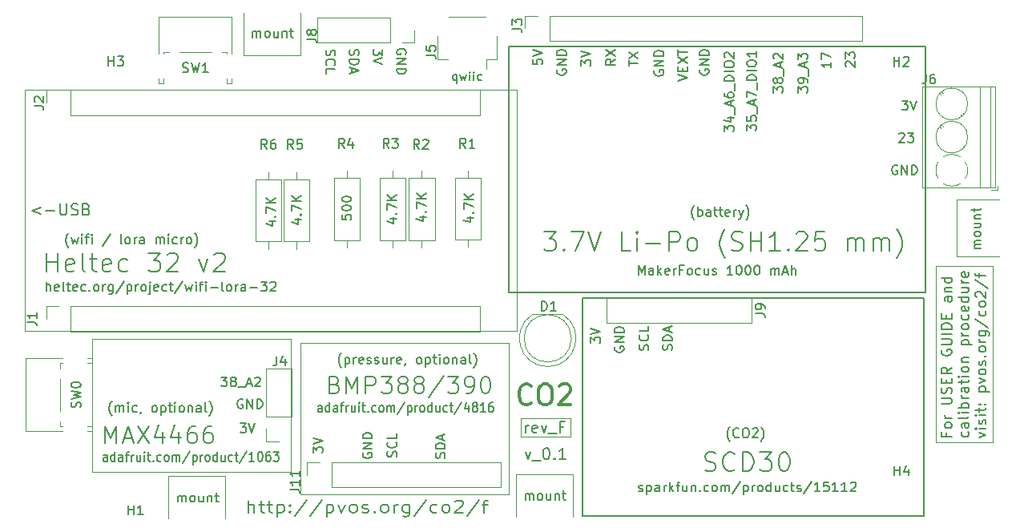
<source format=gbr>
%TF.GenerationSoftware,KiCad,Pcbnew,5.1.6-c6e7f7d~87~ubuntu18.04.1*%
%TF.CreationDate,2021-01-08T11:56:29-05:00*%
%TF.ProjectId,remote,72656d6f-7465-42e6-9b69-6361645f7063,rev?*%
%TF.SameCoordinates,Original*%
%TF.FileFunction,Legend,Top*%
%TF.FilePolarity,Positive*%
%FSLAX46Y46*%
G04 Gerber Fmt 4.6, Leading zero omitted, Abs format (unit mm)*
G04 Created by KiCad (PCBNEW 5.1.6-c6e7f7d~87~ubuntu18.04.1) date 2021-01-08 11:56:29*
%MOMM*%
%LPD*%
G01*
G04 APERTURE LIST*
%ADD10C,0.150000*%
%ADD11C,0.120000*%
%ADD12C,0.300000*%
G04 APERTURE END LIST*
D10*
X135907142Y-67507142D02*
X135907142Y-68407142D01*
X135907142Y-68064285D02*
X135821428Y-68107142D01*
X135650000Y-68107142D01*
X135564285Y-68064285D01*
X135521428Y-68021428D01*
X135478571Y-67935714D01*
X135478571Y-67678571D01*
X135521428Y-67592857D01*
X135564285Y-67550000D01*
X135650000Y-67507142D01*
X135821428Y-67507142D01*
X135907142Y-67550000D01*
X136250000Y-67507142D02*
X136421428Y-68107142D01*
X136592857Y-67678571D01*
X136764285Y-68107142D01*
X136935714Y-67507142D01*
X137278571Y-68107142D02*
X137278571Y-67507142D01*
X137278571Y-67207142D02*
X137235714Y-67250000D01*
X137278571Y-67292857D01*
X137321428Y-67250000D01*
X137278571Y-67207142D01*
X137278571Y-67292857D01*
X137707142Y-68107142D02*
X137707142Y-67507142D01*
X137707142Y-67207142D02*
X137664285Y-67250000D01*
X137707142Y-67292857D01*
X137750000Y-67250000D01*
X137707142Y-67207142D01*
X137707142Y-67292857D01*
X138521428Y-68064285D02*
X138435714Y-68107142D01*
X138264285Y-68107142D01*
X138178571Y-68064285D01*
X138135714Y-68021428D01*
X138092857Y-67935714D01*
X138092857Y-67678571D01*
X138135714Y-67592857D01*
X138178571Y-67550000D01*
X138264285Y-67507142D01*
X138435714Y-67507142D01*
X138521428Y-67550000D01*
X166552380Y-73414285D02*
X166552380Y-72795238D01*
X166933333Y-73128571D01*
X166933333Y-72985714D01*
X166980952Y-72890476D01*
X167028571Y-72842857D01*
X167123809Y-72795238D01*
X167361904Y-72795238D01*
X167457142Y-72842857D01*
X167504761Y-72890476D01*
X167552380Y-72985714D01*
X167552380Y-73271428D01*
X167504761Y-73366666D01*
X167457142Y-73414285D01*
X166552380Y-71890476D02*
X166552380Y-72366666D01*
X167028571Y-72414285D01*
X166980952Y-72366666D01*
X166933333Y-72271428D01*
X166933333Y-72033333D01*
X166980952Y-71938095D01*
X167028571Y-71890476D01*
X167123809Y-71842857D01*
X167361904Y-71842857D01*
X167457142Y-71890476D01*
X167504761Y-71938095D01*
X167552380Y-72033333D01*
X167552380Y-72271428D01*
X167504761Y-72366666D01*
X167457142Y-72414285D01*
X167647619Y-71652380D02*
X167647619Y-70890476D01*
X167266666Y-70700000D02*
X167266666Y-70223809D01*
X167552380Y-70795238D02*
X166552380Y-70461904D01*
X167552380Y-70128571D01*
X166552380Y-69890476D02*
X166552380Y-69223809D01*
X167552380Y-69652380D01*
X167647619Y-69080952D02*
X167647619Y-68319047D01*
X167552380Y-68080952D02*
X166552380Y-68080952D01*
X166552380Y-67842857D01*
X166600000Y-67700000D01*
X166695238Y-67604761D01*
X166790476Y-67557142D01*
X166980952Y-67509523D01*
X167123809Y-67509523D01*
X167314285Y-67557142D01*
X167409523Y-67604761D01*
X167504761Y-67700000D01*
X167552380Y-67842857D01*
X167552380Y-68080952D01*
X167552380Y-67080952D02*
X166552380Y-67080952D01*
X166552380Y-66414285D02*
X166552380Y-66223809D01*
X166600000Y-66128571D01*
X166695238Y-66033333D01*
X166885714Y-65985714D01*
X167219047Y-65985714D01*
X167409523Y-66033333D01*
X167504761Y-66128571D01*
X167552380Y-66223809D01*
X167552380Y-66414285D01*
X167504761Y-66509523D01*
X167409523Y-66604761D01*
X167219047Y-66652380D01*
X166885714Y-66652380D01*
X166695238Y-66604761D01*
X166600000Y-66509523D01*
X166552380Y-66414285D01*
X167552380Y-65033333D02*
X167552380Y-65604761D01*
X167552380Y-65319047D02*
X166552380Y-65319047D01*
X166695238Y-65414285D01*
X166790476Y-65509523D01*
X166838095Y-65604761D01*
X161600000Y-66961904D02*
X161552380Y-67057142D01*
X161552380Y-67200000D01*
X161600000Y-67342857D01*
X161695238Y-67438095D01*
X161790476Y-67485714D01*
X161980952Y-67533333D01*
X162123809Y-67533333D01*
X162314285Y-67485714D01*
X162409523Y-67438095D01*
X162504761Y-67342857D01*
X162552380Y-67200000D01*
X162552380Y-67104761D01*
X162504761Y-66961904D01*
X162457142Y-66914285D01*
X162123809Y-66914285D01*
X162123809Y-67104761D01*
X162552380Y-66485714D02*
X161552380Y-66485714D01*
X162552380Y-65914285D01*
X161552380Y-65914285D01*
X162552380Y-65438095D02*
X161552380Y-65438095D01*
X161552380Y-65200000D01*
X161600000Y-65057142D01*
X161695238Y-64961904D01*
X161790476Y-64914285D01*
X161980952Y-64866666D01*
X162123809Y-64866666D01*
X162314285Y-64914285D01*
X162409523Y-64961904D01*
X162504761Y-65057142D01*
X162552380Y-65200000D01*
X162552380Y-65438095D01*
X159252380Y-68142857D02*
X160252380Y-67809523D01*
X159252380Y-67476190D01*
X159728571Y-67142857D02*
X159728571Y-66809523D01*
X160252380Y-66666666D02*
X160252380Y-67142857D01*
X159252380Y-67142857D01*
X159252380Y-66666666D01*
X159252380Y-66333333D02*
X160252380Y-65666666D01*
X159252380Y-65666666D02*
X160252380Y-66333333D01*
X159252380Y-65428571D02*
X159252380Y-64857142D01*
X160252380Y-65142857D02*
X159252380Y-65142857D01*
X158604761Y-96614285D02*
X158652380Y-96471428D01*
X158652380Y-96233333D01*
X158604761Y-96138095D01*
X158557142Y-96090476D01*
X158461904Y-96042857D01*
X158366666Y-96042857D01*
X158271428Y-96090476D01*
X158223809Y-96138095D01*
X158176190Y-96233333D01*
X158128571Y-96423809D01*
X158080952Y-96519047D01*
X158033333Y-96566666D01*
X157938095Y-96614285D01*
X157842857Y-96614285D01*
X157747619Y-96566666D01*
X157700000Y-96519047D01*
X157652380Y-96423809D01*
X157652380Y-96185714D01*
X157700000Y-96042857D01*
X158652380Y-95614285D02*
X157652380Y-95614285D01*
X157652380Y-95376190D01*
X157700000Y-95233333D01*
X157795238Y-95138095D01*
X157890476Y-95090476D01*
X158080952Y-95042857D01*
X158223809Y-95042857D01*
X158414285Y-95090476D01*
X158509523Y-95138095D01*
X158604761Y-95233333D01*
X158652380Y-95376190D01*
X158652380Y-95614285D01*
X158366666Y-94661904D02*
X158366666Y-94185714D01*
X158652380Y-94757142D02*
X157652380Y-94423809D01*
X158652380Y-94090476D01*
X156104761Y-96590476D02*
X156152380Y-96447619D01*
X156152380Y-96209523D01*
X156104761Y-96114285D01*
X156057142Y-96066666D01*
X155961904Y-96019047D01*
X155866666Y-96019047D01*
X155771428Y-96066666D01*
X155723809Y-96114285D01*
X155676190Y-96209523D01*
X155628571Y-96400000D01*
X155580952Y-96495238D01*
X155533333Y-96542857D01*
X155438095Y-96590476D01*
X155342857Y-96590476D01*
X155247619Y-96542857D01*
X155200000Y-96495238D01*
X155152380Y-96400000D01*
X155152380Y-96161904D01*
X155200000Y-96019047D01*
X156057142Y-95019047D02*
X156104761Y-95066666D01*
X156152380Y-95209523D01*
X156152380Y-95304761D01*
X156104761Y-95447619D01*
X156009523Y-95542857D01*
X155914285Y-95590476D01*
X155723809Y-95638095D01*
X155580952Y-95638095D01*
X155390476Y-95590476D01*
X155295238Y-95542857D01*
X155200000Y-95447619D01*
X155152380Y-95304761D01*
X155152380Y-95209523D01*
X155200000Y-95066666D01*
X155247619Y-95019047D01*
X156152380Y-94114285D02*
X156152380Y-94590476D01*
X155152380Y-94590476D01*
X114328571Y-63552380D02*
X114328571Y-62885714D01*
X114328571Y-62980952D02*
X114376190Y-62933333D01*
X114471428Y-62885714D01*
X114614285Y-62885714D01*
X114709523Y-62933333D01*
X114757142Y-63028571D01*
X114757142Y-63552380D01*
X114757142Y-63028571D02*
X114804761Y-62933333D01*
X114900000Y-62885714D01*
X115042857Y-62885714D01*
X115138095Y-62933333D01*
X115185714Y-63028571D01*
X115185714Y-63552380D01*
X115804761Y-63552380D02*
X115709523Y-63504761D01*
X115661904Y-63457142D01*
X115614285Y-63361904D01*
X115614285Y-63076190D01*
X115661904Y-62980952D01*
X115709523Y-62933333D01*
X115804761Y-62885714D01*
X115947619Y-62885714D01*
X116042857Y-62933333D01*
X116090476Y-62980952D01*
X116138095Y-63076190D01*
X116138095Y-63361904D01*
X116090476Y-63457142D01*
X116042857Y-63504761D01*
X115947619Y-63552380D01*
X115804761Y-63552380D01*
X116995238Y-62885714D02*
X116995238Y-63552380D01*
X116566666Y-62885714D02*
X116566666Y-63409523D01*
X116614285Y-63504761D01*
X116709523Y-63552380D01*
X116852380Y-63552380D01*
X116947619Y-63504761D01*
X116995238Y-63457142D01*
X117471428Y-62885714D02*
X117471428Y-63552380D01*
X117471428Y-62980952D02*
X117519047Y-62933333D01*
X117614285Y-62885714D01*
X117757142Y-62885714D01*
X117852380Y-62933333D01*
X117900000Y-63028571D01*
X117900000Y-63552380D01*
X118233333Y-62885714D02*
X118614285Y-62885714D01*
X118376190Y-62552380D02*
X118376190Y-63409523D01*
X118423809Y-63504761D01*
X118519047Y-63552380D01*
X118614285Y-63552380D01*
X106428571Y-112652380D02*
X106428571Y-111985714D01*
X106428571Y-112080952D02*
X106476190Y-112033333D01*
X106571428Y-111985714D01*
X106714285Y-111985714D01*
X106809523Y-112033333D01*
X106857142Y-112128571D01*
X106857142Y-112652380D01*
X106857142Y-112128571D02*
X106904761Y-112033333D01*
X107000000Y-111985714D01*
X107142857Y-111985714D01*
X107238095Y-112033333D01*
X107285714Y-112128571D01*
X107285714Y-112652380D01*
X107904761Y-112652380D02*
X107809523Y-112604761D01*
X107761904Y-112557142D01*
X107714285Y-112461904D01*
X107714285Y-112176190D01*
X107761904Y-112080952D01*
X107809523Y-112033333D01*
X107904761Y-111985714D01*
X108047619Y-111985714D01*
X108142857Y-112033333D01*
X108190476Y-112080952D01*
X108238095Y-112176190D01*
X108238095Y-112461904D01*
X108190476Y-112557142D01*
X108142857Y-112604761D01*
X108047619Y-112652380D01*
X107904761Y-112652380D01*
X109095238Y-111985714D02*
X109095238Y-112652380D01*
X108666666Y-111985714D02*
X108666666Y-112509523D01*
X108714285Y-112604761D01*
X108809523Y-112652380D01*
X108952380Y-112652380D01*
X109047619Y-112604761D01*
X109095238Y-112557142D01*
X109571428Y-111985714D02*
X109571428Y-112652380D01*
X109571428Y-112080952D02*
X109619047Y-112033333D01*
X109714285Y-111985714D01*
X109857142Y-111985714D01*
X109952380Y-112033333D01*
X110000000Y-112128571D01*
X110000000Y-112652380D01*
X110333333Y-111985714D02*
X110714285Y-111985714D01*
X110476190Y-111652380D02*
X110476190Y-112509523D01*
X110523809Y-112604761D01*
X110619047Y-112652380D01*
X110714285Y-112652380D01*
X143128571Y-112452380D02*
X143128571Y-111785714D01*
X143128571Y-111880952D02*
X143176190Y-111833333D01*
X143271428Y-111785714D01*
X143414285Y-111785714D01*
X143509523Y-111833333D01*
X143557142Y-111928571D01*
X143557142Y-112452380D01*
X143557142Y-111928571D02*
X143604761Y-111833333D01*
X143700000Y-111785714D01*
X143842857Y-111785714D01*
X143938095Y-111833333D01*
X143985714Y-111928571D01*
X143985714Y-112452380D01*
X144604761Y-112452380D02*
X144509523Y-112404761D01*
X144461904Y-112357142D01*
X144414285Y-112261904D01*
X144414285Y-111976190D01*
X144461904Y-111880952D01*
X144509523Y-111833333D01*
X144604761Y-111785714D01*
X144747619Y-111785714D01*
X144842857Y-111833333D01*
X144890476Y-111880952D01*
X144938095Y-111976190D01*
X144938095Y-112261904D01*
X144890476Y-112357142D01*
X144842857Y-112404761D01*
X144747619Y-112452380D01*
X144604761Y-112452380D01*
X145795238Y-111785714D02*
X145795238Y-112452380D01*
X145366666Y-111785714D02*
X145366666Y-112309523D01*
X145414285Y-112404761D01*
X145509523Y-112452380D01*
X145652380Y-112452380D01*
X145747619Y-112404761D01*
X145795238Y-112357142D01*
X146271428Y-111785714D02*
X146271428Y-112452380D01*
X146271428Y-111880952D02*
X146319047Y-111833333D01*
X146414285Y-111785714D01*
X146557142Y-111785714D01*
X146652380Y-111833333D01*
X146700000Y-111928571D01*
X146700000Y-112452380D01*
X147033333Y-111785714D02*
X147414285Y-111785714D01*
X147176190Y-111452380D02*
X147176190Y-112309523D01*
X147223809Y-112404761D01*
X147319047Y-112452380D01*
X147414285Y-112452380D01*
D11*
X186494000Y-87700000D02*
X192494000Y-87700000D01*
X192494000Y-106326000D02*
X192494000Y-87700000D01*
D10*
X187621428Y-105373928D02*
X187621428Y-105740595D01*
X188197619Y-105740595D02*
X187097619Y-105740595D01*
X187097619Y-105216785D01*
X188197619Y-104640595D02*
X188145238Y-104745357D01*
X188092857Y-104797738D01*
X187988095Y-104850119D01*
X187673809Y-104850119D01*
X187569047Y-104797738D01*
X187516666Y-104745357D01*
X187464285Y-104640595D01*
X187464285Y-104483452D01*
X187516666Y-104378690D01*
X187569047Y-104326309D01*
X187673809Y-104273928D01*
X187988095Y-104273928D01*
X188092857Y-104326309D01*
X188145238Y-104378690D01*
X188197619Y-104483452D01*
X188197619Y-104640595D01*
X188197619Y-103802500D02*
X187464285Y-103802500D01*
X187673809Y-103802500D02*
X187569047Y-103750119D01*
X187516666Y-103697738D01*
X187464285Y-103592976D01*
X187464285Y-103488214D01*
X187097619Y-102283452D02*
X187988095Y-102283452D01*
X188092857Y-102231071D01*
X188145238Y-102178690D01*
X188197619Y-102073928D01*
X188197619Y-101864404D01*
X188145238Y-101759642D01*
X188092857Y-101707261D01*
X187988095Y-101654880D01*
X187097619Y-101654880D01*
X188145238Y-101183452D02*
X188197619Y-101026309D01*
X188197619Y-100764404D01*
X188145238Y-100659642D01*
X188092857Y-100607261D01*
X187988095Y-100554880D01*
X187883333Y-100554880D01*
X187778571Y-100607261D01*
X187726190Y-100659642D01*
X187673809Y-100764404D01*
X187621428Y-100973928D01*
X187569047Y-101078690D01*
X187516666Y-101131071D01*
X187411904Y-101183452D01*
X187307142Y-101183452D01*
X187202380Y-101131071D01*
X187150000Y-101078690D01*
X187097619Y-100973928D01*
X187097619Y-100712023D01*
X187150000Y-100554880D01*
X187621428Y-100083452D02*
X187621428Y-99716785D01*
X188197619Y-99559642D02*
X188197619Y-100083452D01*
X187097619Y-100083452D01*
X187097619Y-99559642D01*
X188197619Y-98459642D02*
X187673809Y-98826309D01*
X188197619Y-99088214D02*
X187097619Y-99088214D01*
X187097619Y-98669166D01*
X187150000Y-98564404D01*
X187202380Y-98512023D01*
X187307142Y-98459642D01*
X187464285Y-98459642D01*
X187569047Y-98512023D01*
X187621428Y-98564404D01*
X187673809Y-98669166D01*
X187673809Y-99088214D01*
X187150000Y-96573928D02*
X187097619Y-96678690D01*
X187097619Y-96835833D01*
X187150000Y-96992976D01*
X187254761Y-97097738D01*
X187359523Y-97150119D01*
X187569047Y-97202500D01*
X187726190Y-97202500D01*
X187935714Y-97150119D01*
X188040476Y-97097738D01*
X188145238Y-96992976D01*
X188197619Y-96835833D01*
X188197619Y-96731071D01*
X188145238Y-96573928D01*
X188092857Y-96521547D01*
X187726190Y-96521547D01*
X187726190Y-96731071D01*
X187097619Y-96050119D02*
X187988095Y-96050119D01*
X188092857Y-95997738D01*
X188145238Y-95945357D01*
X188197619Y-95840595D01*
X188197619Y-95631071D01*
X188145238Y-95526309D01*
X188092857Y-95473928D01*
X187988095Y-95421547D01*
X187097619Y-95421547D01*
X188197619Y-94897738D02*
X187097619Y-94897738D01*
X188197619Y-94373928D02*
X187097619Y-94373928D01*
X187097619Y-94112023D01*
X187150000Y-93954880D01*
X187254761Y-93850119D01*
X187359523Y-93797738D01*
X187569047Y-93745357D01*
X187726190Y-93745357D01*
X187935714Y-93797738D01*
X188040476Y-93850119D01*
X188145238Y-93954880D01*
X188197619Y-94112023D01*
X188197619Y-94373928D01*
X187621428Y-93273928D02*
X187621428Y-92907261D01*
X188197619Y-92750119D02*
X188197619Y-93273928D01*
X187097619Y-93273928D01*
X187097619Y-92750119D01*
X188197619Y-90969166D02*
X187621428Y-90969166D01*
X187516666Y-91021547D01*
X187464285Y-91126309D01*
X187464285Y-91335833D01*
X187516666Y-91440595D01*
X188145238Y-90969166D02*
X188197619Y-91073928D01*
X188197619Y-91335833D01*
X188145238Y-91440595D01*
X188040476Y-91492976D01*
X187935714Y-91492976D01*
X187830952Y-91440595D01*
X187778571Y-91335833D01*
X187778571Y-91073928D01*
X187726190Y-90969166D01*
X187464285Y-90445357D02*
X188197619Y-90445357D01*
X187569047Y-90445357D02*
X187516666Y-90392976D01*
X187464285Y-90288214D01*
X187464285Y-90131071D01*
X187516666Y-90026309D01*
X187621428Y-89973928D01*
X188197619Y-89973928D01*
X188197619Y-88978690D02*
X187097619Y-88978690D01*
X188145238Y-88978690D02*
X188197619Y-89083452D01*
X188197619Y-89292976D01*
X188145238Y-89397738D01*
X188092857Y-89450119D01*
X187988095Y-89502500D01*
X187673809Y-89502500D01*
X187569047Y-89450119D01*
X187516666Y-89397738D01*
X187464285Y-89292976D01*
X187464285Y-89083452D01*
X187516666Y-88978690D01*
X189945238Y-105269166D02*
X189997619Y-105373928D01*
X189997619Y-105583452D01*
X189945238Y-105688214D01*
X189892857Y-105740595D01*
X189788095Y-105792976D01*
X189473809Y-105792976D01*
X189369047Y-105740595D01*
X189316666Y-105688214D01*
X189264285Y-105583452D01*
X189264285Y-105373928D01*
X189316666Y-105269166D01*
X189997619Y-104326309D02*
X189421428Y-104326309D01*
X189316666Y-104378690D01*
X189264285Y-104483452D01*
X189264285Y-104692976D01*
X189316666Y-104797738D01*
X189945238Y-104326309D02*
X189997619Y-104431071D01*
X189997619Y-104692976D01*
X189945238Y-104797738D01*
X189840476Y-104850119D01*
X189735714Y-104850119D01*
X189630952Y-104797738D01*
X189578571Y-104692976D01*
X189578571Y-104431071D01*
X189526190Y-104326309D01*
X189997619Y-103645357D02*
X189945238Y-103750119D01*
X189840476Y-103802500D01*
X188897619Y-103802500D01*
X189997619Y-103226309D02*
X189264285Y-103226309D01*
X188897619Y-103226309D02*
X188950000Y-103278690D01*
X189002380Y-103226309D01*
X188950000Y-103173928D01*
X188897619Y-103226309D01*
X189002380Y-103226309D01*
X189997619Y-102702500D02*
X188897619Y-102702500D01*
X189316666Y-102702500D02*
X189264285Y-102597738D01*
X189264285Y-102388214D01*
X189316666Y-102283452D01*
X189369047Y-102231071D01*
X189473809Y-102178690D01*
X189788095Y-102178690D01*
X189892857Y-102231071D01*
X189945238Y-102283452D01*
X189997619Y-102388214D01*
X189997619Y-102597738D01*
X189945238Y-102702500D01*
X189997619Y-101707261D02*
X189264285Y-101707261D01*
X189473809Y-101707261D02*
X189369047Y-101654880D01*
X189316666Y-101602500D01*
X189264285Y-101497738D01*
X189264285Y-101392976D01*
X189997619Y-100554880D02*
X189421428Y-100554880D01*
X189316666Y-100607261D01*
X189264285Y-100712023D01*
X189264285Y-100921547D01*
X189316666Y-101026309D01*
X189945238Y-100554880D02*
X189997619Y-100659642D01*
X189997619Y-100921547D01*
X189945238Y-101026309D01*
X189840476Y-101078690D01*
X189735714Y-101078690D01*
X189630952Y-101026309D01*
X189578571Y-100921547D01*
X189578571Y-100659642D01*
X189526190Y-100554880D01*
X189264285Y-100188214D02*
X189264285Y-99769166D01*
X188897619Y-100031071D02*
X189840476Y-100031071D01*
X189945238Y-99978690D01*
X189997619Y-99873928D01*
X189997619Y-99769166D01*
X189997619Y-99402500D02*
X189264285Y-99402500D01*
X188897619Y-99402500D02*
X188950000Y-99454880D01*
X189002380Y-99402500D01*
X188950000Y-99350119D01*
X188897619Y-99402500D01*
X189002380Y-99402500D01*
X189997619Y-98721547D02*
X189945238Y-98826309D01*
X189892857Y-98878690D01*
X189788095Y-98931071D01*
X189473809Y-98931071D01*
X189369047Y-98878690D01*
X189316666Y-98826309D01*
X189264285Y-98721547D01*
X189264285Y-98564404D01*
X189316666Y-98459642D01*
X189369047Y-98407261D01*
X189473809Y-98354880D01*
X189788095Y-98354880D01*
X189892857Y-98407261D01*
X189945238Y-98459642D01*
X189997619Y-98564404D01*
X189997619Y-98721547D01*
X189264285Y-97883452D02*
X189997619Y-97883452D01*
X189369047Y-97883452D02*
X189316666Y-97831071D01*
X189264285Y-97726309D01*
X189264285Y-97569166D01*
X189316666Y-97464404D01*
X189421428Y-97412023D01*
X189997619Y-97412023D01*
X189264285Y-96050119D02*
X190364285Y-96050119D01*
X189316666Y-96050119D02*
X189264285Y-95945357D01*
X189264285Y-95735833D01*
X189316666Y-95631071D01*
X189369047Y-95578690D01*
X189473809Y-95526309D01*
X189788095Y-95526309D01*
X189892857Y-95578690D01*
X189945238Y-95631071D01*
X189997619Y-95735833D01*
X189997619Y-95945357D01*
X189945238Y-96050119D01*
X189997619Y-95054880D02*
X189264285Y-95054880D01*
X189473809Y-95054880D02*
X189369047Y-95002500D01*
X189316666Y-94950119D01*
X189264285Y-94845357D01*
X189264285Y-94740595D01*
X189997619Y-94216785D02*
X189945238Y-94321547D01*
X189892857Y-94373928D01*
X189788095Y-94426309D01*
X189473809Y-94426309D01*
X189369047Y-94373928D01*
X189316666Y-94321547D01*
X189264285Y-94216785D01*
X189264285Y-94059642D01*
X189316666Y-93954880D01*
X189369047Y-93902500D01*
X189473809Y-93850119D01*
X189788095Y-93850119D01*
X189892857Y-93902500D01*
X189945238Y-93954880D01*
X189997619Y-94059642D01*
X189997619Y-94216785D01*
X189945238Y-92907261D02*
X189997619Y-93012023D01*
X189997619Y-93221547D01*
X189945238Y-93326309D01*
X189892857Y-93378690D01*
X189788095Y-93431071D01*
X189473809Y-93431071D01*
X189369047Y-93378690D01*
X189316666Y-93326309D01*
X189264285Y-93221547D01*
X189264285Y-93012023D01*
X189316666Y-92907261D01*
X189945238Y-92016785D02*
X189997619Y-92121547D01*
X189997619Y-92331071D01*
X189945238Y-92435833D01*
X189840476Y-92488214D01*
X189421428Y-92488214D01*
X189316666Y-92435833D01*
X189264285Y-92331071D01*
X189264285Y-92121547D01*
X189316666Y-92016785D01*
X189421428Y-91964404D01*
X189526190Y-91964404D01*
X189630952Y-92488214D01*
X189997619Y-91021547D02*
X188897619Y-91021547D01*
X189945238Y-91021547D02*
X189997619Y-91126309D01*
X189997619Y-91335833D01*
X189945238Y-91440595D01*
X189892857Y-91492976D01*
X189788095Y-91545357D01*
X189473809Y-91545357D01*
X189369047Y-91492976D01*
X189316666Y-91440595D01*
X189264285Y-91335833D01*
X189264285Y-91126309D01*
X189316666Y-91021547D01*
X189264285Y-90026309D02*
X189997619Y-90026309D01*
X189264285Y-90497738D02*
X189840476Y-90497738D01*
X189945238Y-90445357D01*
X189997619Y-90340595D01*
X189997619Y-90183452D01*
X189945238Y-90078690D01*
X189892857Y-90026309D01*
X189997619Y-89502500D02*
X189264285Y-89502500D01*
X189473809Y-89502500D02*
X189369047Y-89450119D01*
X189316666Y-89397738D01*
X189264285Y-89292976D01*
X189264285Y-89188214D01*
X189945238Y-88402500D02*
X189997619Y-88507261D01*
X189997619Y-88716785D01*
X189945238Y-88821547D01*
X189840476Y-88873928D01*
X189421428Y-88873928D01*
X189316666Y-88821547D01*
X189264285Y-88716785D01*
X189264285Y-88507261D01*
X189316666Y-88402500D01*
X189421428Y-88350119D01*
X189526190Y-88350119D01*
X189630952Y-88873928D01*
X191064285Y-105845357D02*
X191797619Y-105583452D01*
X191064285Y-105321547D01*
X191797619Y-104902500D02*
X191064285Y-104902500D01*
X190697619Y-104902500D02*
X190750000Y-104954880D01*
X190802380Y-104902500D01*
X190750000Y-104850119D01*
X190697619Y-104902500D01*
X190802380Y-104902500D01*
X191745238Y-104431071D02*
X191797619Y-104326309D01*
X191797619Y-104116785D01*
X191745238Y-104012023D01*
X191640476Y-103959642D01*
X191588095Y-103959642D01*
X191483333Y-104012023D01*
X191430952Y-104116785D01*
X191430952Y-104273928D01*
X191378571Y-104378690D01*
X191273809Y-104431071D01*
X191221428Y-104431071D01*
X191116666Y-104378690D01*
X191064285Y-104273928D01*
X191064285Y-104116785D01*
X191116666Y-104012023D01*
X191797619Y-103488214D02*
X191064285Y-103488214D01*
X190697619Y-103488214D02*
X190750000Y-103540595D01*
X190802380Y-103488214D01*
X190750000Y-103435833D01*
X190697619Y-103488214D01*
X190802380Y-103488214D01*
X191064285Y-103121547D02*
X191064285Y-102702500D01*
X190697619Y-102964404D02*
X191640476Y-102964404D01*
X191745238Y-102912023D01*
X191797619Y-102807261D01*
X191797619Y-102702500D01*
X191692857Y-102335833D02*
X191745238Y-102283452D01*
X191797619Y-102335833D01*
X191745238Y-102388214D01*
X191692857Y-102335833D01*
X191797619Y-102335833D01*
X191116666Y-102335833D02*
X191169047Y-102283452D01*
X191221428Y-102335833D01*
X191169047Y-102388214D01*
X191116666Y-102335833D01*
X191221428Y-102335833D01*
X191064285Y-100973928D02*
X192164285Y-100973928D01*
X191116666Y-100973928D02*
X191064285Y-100869166D01*
X191064285Y-100659642D01*
X191116666Y-100554880D01*
X191169047Y-100502500D01*
X191273809Y-100450119D01*
X191588095Y-100450119D01*
X191692857Y-100502500D01*
X191745238Y-100554880D01*
X191797619Y-100659642D01*
X191797619Y-100869166D01*
X191745238Y-100973928D01*
X191064285Y-100083452D02*
X191797619Y-99821547D01*
X191064285Y-99559642D01*
X191797619Y-98983452D02*
X191745238Y-99088214D01*
X191692857Y-99140595D01*
X191588095Y-99192976D01*
X191273809Y-99192976D01*
X191169047Y-99140595D01*
X191116666Y-99088214D01*
X191064285Y-98983452D01*
X191064285Y-98826309D01*
X191116666Y-98721547D01*
X191169047Y-98669166D01*
X191273809Y-98616785D01*
X191588095Y-98616785D01*
X191692857Y-98669166D01*
X191745238Y-98721547D01*
X191797619Y-98826309D01*
X191797619Y-98983452D01*
X191745238Y-98197738D02*
X191797619Y-98092976D01*
X191797619Y-97883452D01*
X191745238Y-97778690D01*
X191640476Y-97726309D01*
X191588095Y-97726309D01*
X191483333Y-97778690D01*
X191430952Y-97883452D01*
X191430952Y-98040595D01*
X191378571Y-98145357D01*
X191273809Y-98197738D01*
X191221428Y-98197738D01*
X191116666Y-98145357D01*
X191064285Y-98040595D01*
X191064285Y-97883452D01*
X191116666Y-97778690D01*
X191692857Y-97254880D02*
X191745238Y-97202500D01*
X191797619Y-97254880D01*
X191745238Y-97307261D01*
X191692857Y-97254880D01*
X191797619Y-97254880D01*
X191797619Y-96573928D02*
X191745238Y-96678690D01*
X191692857Y-96731071D01*
X191588095Y-96783452D01*
X191273809Y-96783452D01*
X191169047Y-96731071D01*
X191116666Y-96678690D01*
X191064285Y-96573928D01*
X191064285Y-96416785D01*
X191116666Y-96312023D01*
X191169047Y-96259642D01*
X191273809Y-96207261D01*
X191588095Y-96207261D01*
X191692857Y-96259642D01*
X191745238Y-96312023D01*
X191797619Y-96416785D01*
X191797619Y-96573928D01*
X191797619Y-95735833D02*
X191064285Y-95735833D01*
X191273809Y-95735833D02*
X191169047Y-95683452D01*
X191116666Y-95631071D01*
X191064285Y-95526309D01*
X191064285Y-95421547D01*
X191064285Y-94583452D02*
X191954761Y-94583452D01*
X192059523Y-94635833D01*
X192111904Y-94688214D01*
X192164285Y-94792976D01*
X192164285Y-94950119D01*
X192111904Y-95054880D01*
X191745238Y-94583452D02*
X191797619Y-94688214D01*
X191797619Y-94897738D01*
X191745238Y-95002500D01*
X191692857Y-95054880D01*
X191588095Y-95107261D01*
X191273809Y-95107261D01*
X191169047Y-95054880D01*
X191116666Y-95002500D01*
X191064285Y-94897738D01*
X191064285Y-94688214D01*
X191116666Y-94583452D01*
X190645238Y-93273928D02*
X192059523Y-94216785D01*
X191745238Y-92435833D02*
X191797619Y-92540595D01*
X191797619Y-92750119D01*
X191745238Y-92854880D01*
X191692857Y-92907261D01*
X191588095Y-92959642D01*
X191273809Y-92959642D01*
X191169047Y-92907261D01*
X191116666Y-92854880D01*
X191064285Y-92750119D01*
X191064285Y-92540595D01*
X191116666Y-92435833D01*
X191797619Y-91807261D02*
X191745238Y-91912023D01*
X191692857Y-91964404D01*
X191588095Y-92016785D01*
X191273809Y-92016785D01*
X191169047Y-91964404D01*
X191116666Y-91912023D01*
X191064285Y-91807261D01*
X191064285Y-91650119D01*
X191116666Y-91545357D01*
X191169047Y-91492976D01*
X191273809Y-91440595D01*
X191588095Y-91440595D01*
X191692857Y-91492976D01*
X191745238Y-91545357D01*
X191797619Y-91650119D01*
X191797619Y-91807261D01*
X190802380Y-91021547D02*
X190750000Y-90969166D01*
X190697619Y-90864404D01*
X190697619Y-90602500D01*
X190750000Y-90497738D01*
X190802380Y-90445357D01*
X190907142Y-90392976D01*
X191011904Y-90392976D01*
X191169047Y-90445357D01*
X191797619Y-91073928D01*
X191797619Y-90392976D01*
X190645238Y-89135833D02*
X192059523Y-90078690D01*
X191064285Y-88926309D02*
X191064285Y-88507261D01*
X191797619Y-88769166D02*
X190854761Y-88769166D01*
X190750000Y-88716785D01*
X190697619Y-88612023D01*
X190697619Y-88507261D01*
X113864285Y-113788095D02*
X113864285Y-112488095D01*
X114507142Y-113788095D02*
X114507142Y-113107142D01*
X114435714Y-112983333D01*
X114292857Y-112921428D01*
X114078571Y-112921428D01*
X113935714Y-112983333D01*
X113864285Y-113045238D01*
X115007142Y-112921428D02*
X115578571Y-112921428D01*
X115221428Y-112488095D02*
X115221428Y-113602380D01*
X115292857Y-113726190D01*
X115435714Y-113788095D01*
X115578571Y-113788095D01*
X115864285Y-112921428D02*
X116435714Y-112921428D01*
X116078571Y-112488095D02*
X116078571Y-113602380D01*
X116150000Y-113726190D01*
X116292857Y-113788095D01*
X116435714Y-113788095D01*
X116935714Y-112921428D02*
X116935714Y-114221428D01*
X116935714Y-112983333D02*
X117078571Y-112921428D01*
X117364285Y-112921428D01*
X117507142Y-112983333D01*
X117578571Y-113045238D01*
X117650000Y-113169047D01*
X117650000Y-113540476D01*
X117578571Y-113664285D01*
X117507142Y-113726190D01*
X117364285Y-113788095D01*
X117078571Y-113788095D01*
X116935714Y-113726190D01*
X118292857Y-113664285D02*
X118364285Y-113726190D01*
X118292857Y-113788095D01*
X118221428Y-113726190D01*
X118292857Y-113664285D01*
X118292857Y-113788095D01*
X118292857Y-112983333D02*
X118364285Y-113045238D01*
X118292857Y-113107142D01*
X118221428Y-113045238D01*
X118292857Y-112983333D01*
X118292857Y-113107142D01*
X120078571Y-112426190D02*
X118792857Y-114097619D01*
X121650000Y-112426190D02*
X120364285Y-114097619D01*
X122150000Y-112921428D02*
X122150000Y-114221428D01*
X122150000Y-112983333D02*
X122292857Y-112921428D01*
X122578571Y-112921428D01*
X122721428Y-112983333D01*
X122792857Y-113045238D01*
X122864285Y-113169047D01*
X122864285Y-113540476D01*
X122792857Y-113664285D01*
X122721428Y-113726190D01*
X122578571Y-113788095D01*
X122292857Y-113788095D01*
X122150000Y-113726190D01*
X123364285Y-112921428D02*
X123721428Y-113788095D01*
X124078571Y-112921428D01*
X124864285Y-113788095D02*
X124721428Y-113726190D01*
X124649999Y-113664285D01*
X124578571Y-113540476D01*
X124578571Y-113169047D01*
X124649999Y-113045238D01*
X124721428Y-112983333D01*
X124864285Y-112921428D01*
X125078571Y-112921428D01*
X125221428Y-112983333D01*
X125292857Y-113045238D01*
X125364285Y-113169047D01*
X125364285Y-113540476D01*
X125292857Y-113664285D01*
X125221428Y-113726190D01*
X125078571Y-113788095D01*
X124864285Y-113788095D01*
X125935714Y-113726190D02*
X126078571Y-113788095D01*
X126364285Y-113788095D01*
X126507142Y-113726190D01*
X126578571Y-113602380D01*
X126578571Y-113540476D01*
X126507142Y-113416666D01*
X126364285Y-113354761D01*
X126149999Y-113354761D01*
X126007142Y-113292857D01*
X125935714Y-113169047D01*
X125935714Y-113107142D01*
X126007142Y-112983333D01*
X126149999Y-112921428D01*
X126364285Y-112921428D01*
X126507142Y-112983333D01*
X127221428Y-113664285D02*
X127292857Y-113726190D01*
X127221428Y-113788095D01*
X127149999Y-113726190D01*
X127221428Y-113664285D01*
X127221428Y-113788095D01*
X128149999Y-113788095D02*
X128007142Y-113726190D01*
X127935714Y-113664285D01*
X127864285Y-113540476D01*
X127864285Y-113169047D01*
X127935714Y-113045238D01*
X128007142Y-112983333D01*
X128149999Y-112921428D01*
X128364285Y-112921428D01*
X128507142Y-112983333D01*
X128578571Y-113045238D01*
X128649999Y-113169047D01*
X128649999Y-113540476D01*
X128578571Y-113664285D01*
X128507142Y-113726190D01*
X128364285Y-113788095D01*
X128149999Y-113788095D01*
X129292857Y-113788095D02*
X129292857Y-112921428D01*
X129292857Y-113169047D02*
X129364285Y-113045238D01*
X129435714Y-112983333D01*
X129578571Y-112921428D01*
X129721428Y-112921428D01*
X130864285Y-112921428D02*
X130864285Y-113973809D01*
X130792857Y-114097619D01*
X130721428Y-114159523D01*
X130578571Y-114221428D01*
X130364285Y-114221428D01*
X130221428Y-114159523D01*
X130864285Y-113726190D02*
X130721428Y-113788095D01*
X130435714Y-113788095D01*
X130292857Y-113726190D01*
X130221428Y-113664285D01*
X130149999Y-113540476D01*
X130149999Y-113169047D01*
X130221428Y-113045238D01*
X130292857Y-112983333D01*
X130435714Y-112921428D01*
X130721428Y-112921428D01*
X130864285Y-112983333D01*
X132650000Y-112426190D02*
X131364285Y-114097619D01*
X133792857Y-113726190D02*
X133650000Y-113788095D01*
X133364285Y-113788095D01*
X133221428Y-113726190D01*
X133150000Y-113664285D01*
X133078571Y-113540476D01*
X133078571Y-113169047D01*
X133150000Y-113045238D01*
X133221428Y-112983333D01*
X133364285Y-112921428D01*
X133650000Y-112921428D01*
X133792857Y-112983333D01*
X134650000Y-113788095D02*
X134507142Y-113726190D01*
X134435714Y-113664285D01*
X134364285Y-113540476D01*
X134364285Y-113169047D01*
X134435714Y-113045238D01*
X134507142Y-112983333D01*
X134650000Y-112921428D01*
X134864285Y-112921428D01*
X135007142Y-112983333D01*
X135078571Y-113045238D01*
X135150000Y-113169047D01*
X135150000Y-113540476D01*
X135078571Y-113664285D01*
X135007142Y-113726190D01*
X134864285Y-113788095D01*
X134650000Y-113788095D01*
X135721428Y-112611904D02*
X135792857Y-112550000D01*
X135935714Y-112488095D01*
X136292857Y-112488095D01*
X136435714Y-112550000D01*
X136507142Y-112611904D01*
X136578571Y-112735714D01*
X136578571Y-112859523D01*
X136507142Y-113045238D01*
X135650000Y-113788095D01*
X136578571Y-113788095D01*
X138292857Y-112426190D02*
X137007142Y-114097619D01*
X138578571Y-112921428D02*
X139150000Y-112921428D01*
X138792857Y-113788095D02*
X138792857Y-112673809D01*
X138864285Y-112550000D01*
X139007142Y-112488095D01*
X139150000Y-112488095D01*
X155090476Y-88652380D02*
X155090476Y-87652380D01*
X155423809Y-88366666D01*
X155757142Y-87652380D01*
X155757142Y-88652380D01*
X156661904Y-88652380D02*
X156661904Y-88128571D01*
X156614285Y-88033333D01*
X156519047Y-87985714D01*
X156328571Y-87985714D01*
X156233333Y-88033333D01*
X156661904Y-88604761D02*
X156566666Y-88652380D01*
X156328571Y-88652380D01*
X156233333Y-88604761D01*
X156185714Y-88509523D01*
X156185714Y-88414285D01*
X156233333Y-88319047D01*
X156328571Y-88271428D01*
X156566666Y-88271428D01*
X156661904Y-88223809D01*
X157138095Y-88652380D02*
X157138095Y-87652380D01*
X157233333Y-88271428D02*
X157519047Y-88652380D01*
X157519047Y-87985714D02*
X157138095Y-88366666D01*
X158328571Y-88604761D02*
X158233333Y-88652380D01*
X158042857Y-88652380D01*
X157947619Y-88604761D01*
X157900000Y-88509523D01*
X157900000Y-88128571D01*
X157947619Y-88033333D01*
X158042857Y-87985714D01*
X158233333Y-87985714D01*
X158328571Y-88033333D01*
X158376190Y-88128571D01*
X158376190Y-88223809D01*
X157900000Y-88319047D01*
X158804761Y-88652380D02*
X158804761Y-87985714D01*
X158804761Y-88176190D02*
X158852380Y-88080952D01*
X158900000Y-88033333D01*
X158995238Y-87985714D01*
X159090476Y-87985714D01*
X159757142Y-88128571D02*
X159423809Y-88128571D01*
X159423809Y-88652380D02*
X159423809Y-87652380D01*
X159900000Y-87652380D01*
X160423809Y-88652380D02*
X160328571Y-88604761D01*
X160280952Y-88557142D01*
X160233333Y-88461904D01*
X160233333Y-88176190D01*
X160280952Y-88080952D01*
X160328571Y-88033333D01*
X160423809Y-87985714D01*
X160566666Y-87985714D01*
X160661904Y-88033333D01*
X160709523Y-88080952D01*
X160757142Y-88176190D01*
X160757142Y-88461904D01*
X160709523Y-88557142D01*
X160661904Y-88604761D01*
X160566666Y-88652380D01*
X160423809Y-88652380D01*
X161614285Y-88604761D02*
X161519047Y-88652380D01*
X161328571Y-88652380D01*
X161233333Y-88604761D01*
X161185714Y-88557142D01*
X161138095Y-88461904D01*
X161138095Y-88176190D01*
X161185714Y-88080952D01*
X161233333Y-88033333D01*
X161328571Y-87985714D01*
X161519047Y-87985714D01*
X161614285Y-88033333D01*
X162471428Y-87985714D02*
X162471428Y-88652380D01*
X162042857Y-87985714D02*
X162042857Y-88509523D01*
X162090476Y-88604761D01*
X162185714Y-88652380D01*
X162328571Y-88652380D01*
X162423809Y-88604761D01*
X162471428Y-88557142D01*
X162900000Y-88604761D02*
X162995238Y-88652380D01*
X163185714Y-88652380D01*
X163280952Y-88604761D01*
X163328571Y-88509523D01*
X163328571Y-88461904D01*
X163280952Y-88366666D01*
X163185714Y-88319047D01*
X163042857Y-88319047D01*
X162947619Y-88271428D01*
X162900000Y-88176190D01*
X162900000Y-88128571D01*
X162947619Y-88033333D01*
X163042857Y-87985714D01*
X163185714Y-87985714D01*
X163280952Y-88033333D01*
X165042857Y-88652380D02*
X164471428Y-88652380D01*
X164757142Y-88652380D02*
X164757142Y-87652380D01*
X164661904Y-87795238D01*
X164566666Y-87890476D01*
X164471428Y-87938095D01*
X165661904Y-87652380D02*
X165757142Y-87652380D01*
X165852380Y-87700000D01*
X165900000Y-87747619D01*
X165947619Y-87842857D01*
X165995238Y-88033333D01*
X165995238Y-88271428D01*
X165947619Y-88461904D01*
X165900000Y-88557142D01*
X165852380Y-88604761D01*
X165757142Y-88652380D01*
X165661904Y-88652380D01*
X165566666Y-88604761D01*
X165519047Y-88557142D01*
X165471428Y-88461904D01*
X165423809Y-88271428D01*
X165423809Y-88033333D01*
X165471428Y-87842857D01*
X165519047Y-87747619D01*
X165566666Y-87700000D01*
X165661904Y-87652380D01*
X166614285Y-87652380D02*
X166709523Y-87652380D01*
X166804761Y-87700000D01*
X166852380Y-87747619D01*
X166900000Y-87842857D01*
X166947619Y-88033333D01*
X166947619Y-88271428D01*
X166900000Y-88461904D01*
X166852380Y-88557142D01*
X166804761Y-88604761D01*
X166709523Y-88652380D01*
X166614285Y-88652380D01*
X166519047Y-88604761D01*
X166471428Y-88557142D01*
X166423809Y-88461904D01*
X166376190Y-88271428D01*
X166376190Y-88033333D01*
X166423809Y-87842857D01*
X166471428Y-87747619D01*
X166519047Y-87700000D01*
X166614285Y-87652380D01*
X167566666Y-87652380D02*
X167661904Y-87652380D01*
X167757142Y-87700000D01*
X167804761Y-87747619D01*
X167852380Y-87842857D01*
X167900000Y-88033333D01*
X167900000Y-88271428D01*
X167852380Y-88461904D01*
X167804761Y-88557142D01*
X167757142Y-88604761D01*
X167661904Y-88652380D01*
X167566666Y-88652380D01*
X167471428Y-88604761D01*
X167423809Y-88557142D01*
X167376190Y-88461904D01*
X167328571Y-88271428D01*
X167328571Y-88033333D01*
X167376190Y-87842857D01*
X167423809Y-87747619D01*
X167471428Y-87700000D01*
X167566666Y-87652380D01*
X169090476Y-88652380D02*
X169090476Y-87985714D01*
X169090476Y-88080952D02*
X169138095Y-88033333D01*
X169233333Y-87985714D01*
X169376190Y-87985714D01*
X169471428Y-88033333D01*
X169519047Y-88128571D01*
X169519047Y-88652380D01*
X169519047Y-88128571D02*
X169566666Y-88033333D01*
X169661904Y-87985714D01*
X169804761Y-87985714D01*
X169900000Y-88033333D01*
X169947619Y-88128571D01*
X169947619Y-88652380D01*
X170376190Y-88366666D02*
X170852380Y-88366666D01*
X170280952Y-88652380D02*
X170614285Y-87652380D01*
X170947619Y-88652380D01*
X171280952Y-88652380D02*
X171280952Y-87652380D01*
X171709523Y-88652380D02*
X171709523Y-88128571D01*
X171661904Y-88033333D01*
X171566666Y-87985714D01*
X171423809Y-87985714D01*
X171328571Y-88033333D01*
X171280952Y-88080952D01*
X98950000Y-108352380D02*
X98950000Y-107828571D01*
X98907142Y-107733333D01*
X98821428Y-107685714D01*
X98650000Y-107685714D01*
X98564285Y-107733333D01*
X98950000Y-108304761D02*
X98864285Y-108352380D01*
X98650000Y-108352380D01*
X98564285Y-108304761D01*
X98521428Y-108209523D01*
X98521428Y-108114285D01*
X98564285Y-108019047D01*
X98650000Y-107971428D01*
X98864285Y-107971428D01*
X98950000Y-107923809D01*
X99764285Y-108352380D02*
X99764285Y-107352380D01*
X99764285Y-108304761D02*
X99678571Y-108352380D01*
X99507142Y-108352380D01*
X99421428Y-108304761D01*
X99378571Y-108257142D01*
X99335714Y-108161904D01*
X99335714Y-107876190D01*
X99378571Y-107780952D01*
X99421428Y-107733333D01*
X99507142Y-107685714D01*
X99678571Y-107685714D01*
X99764285Y-107733333D01*
X100578571Y-108352380D02*
X100578571Y-107828571D01*
X100535714Y-107733333D01*
X100450000Y-107685714D01*
X100278571Y-107685714D01*
X100192857Y-107733333D01*
X100578571Y-108304761D02*
X100492857Y-108352380D01*
X100278571Y-108352380D01*
X100192857Y-108304761D01*
X100150000Y-108209523D01*
X100150000Y-108114285D01*
X100192857Y-108019047D01*
X100278571Y-107971428D01*
X100492857Y-107971428D01*
X100578571Y-107923809D01*
X100878571Y-107685714D02*
X101221428Y-107685714D01*
X101007142Y-108352380D02*
X101007142Y-107495238D01*
X101050000Y-107400000D01*
X101135714Y-107352380D01*
X101221428Y-107352380D01*
X101521428Y-108352380D02*
X101521428Y-107685714D01*
X101521428Y-107876190D02*
X101564285Y-107780952D01*
X101607142Y-107733333D01*
X101692857Y-107685714D01*
X101778571Y-107685714D01*
X102464285Y-107685714D02*
X102464285Y-108352380D01*
X102078571Y-107685714D02*
X102078571Y-108209523D01*
X102121428Y-108304761D01*
X102207142Y-108352380D01*
X102335714Y-108352380D01*
X102421428Y-108304761D01*
X102464285Y-108257142D01*
X102892857Y-108352380D02*
X102892857Y-107685714D01*
X102892857Y-107352380D02*
X102850000Y-107400000D01*
X102892857Y-107447619D01*
X102935714Y-107400000D01*
X102892857Y-107352380D01*
X102892857Y-107447619D01*
X103192857Y-107685714D02*
X103535714Y-107685714D01*
X103321428Y-107352380D02*
X103321428Y-108209523D01*
X103364285Y-108304761D01*
X103450000Y-108352380D01*
X103535714Y-108352380D01*
X103835714Y-108257142D02*
X103878571Y-108304761D01*
X103835714Y-108352380D01*
X103792857Y-108304761D01*
X103835714Y-108257142D01*
X103835714Y-108352380D01*
X104650000Y-108304761D02*
X104564285Y-108352380D01*
X104392857Y-108352380D01*
X104307142Y-108304761D01*
X104264285Y-108257142D01*
X104221428Y-108161904D01*
X104221428Y-107876190D01*
X104264285Y-107780952D01*
X104307142Y-107733333D01*
X104392857Y-107685714D01*
X104564285Y-107685714D01*
X104650000Y-107733333D01*
X105164285Y-108352380D02*
X105078571Y-108304761D01*
X105035714Y-108257142D01*
X104992857Y-108161904D01*
X104992857Y-107876190D01*
X105035714Y-107780952D01*
X105078571Y-107733333D01*
X105164285Y-107685714D01*
X105292857Y-107685714D01*
X105378571Y-107733333D01*
X105421428Y-107780952D01*
X105464285Y-107876190D01*
X105464285Y-108161904D01*
X105421428Y-108257142D01*
X105378571Y-108304761D01*
X105292857Y-108352380D01*
X105164285Y-108352380D01*
X105850000Y-108352380D02*
X105850000Y-107685714D01*
X105850000Y-107780952D02*
X105892857Y-107733333D01*
X105978571Y-107685714D01*
X106107142Y-107685714D01*
X106192857Y-107733333D01*
X106235714Y-107828571D01*
X106235714Y-108352380D01*
X106235714Y-107828571D02*
X106278571Y-107733333D01*
X106364285Y-107685714D01*
X106492857Y-107685714D01*
X106578571Y-107733333D01*
X106621428Y-107828571D01*
X106621428Y-108352380D01*
X107692857Y-107304761D02*
X106921428Y-108590476D01*
X107992857Y-107685714D02*
X107992857Y-108685714D01*
X107992857Y-107733333D02*
X108078571Y-107685714D01*
X108250000Y-107685714D01*
X108335714Y-107733333D01*
X108378571Y-107780952D01*
X108421428Y-107876190D01*
X108421428Y-108161904D01*
X108378571Y-108257142D01*
X108335714Y-108304761D01*
X108250000Y-108352380D01*
X108078571Y-108352380D01*
X107992857Y-108304761D01*
X108807142Y-108352380D02*
X108807142Y-107685714D01*
X108807142Y-107876190D02*
X108850000Y-107780952D01*
X108892857Y-107733333D01*
X108978571Y-107685714D01*
X109064285Y-107685714D01*
X109492857Y-108352380D02*
X109407142Y-108304761D01*
X109364285Y-108257142D01*
X109321428Y-108161904D01*
X109321428Y-107876190D01*
X109364285Y-107780952D01*
X109407142Y-107733333D01*
X109492857Y-107685714D01*
X109621428Y-107685714D01*
X109707142Y-107733333D01*
X109750000Y-107780952D01*
X109792857Y-107876190D01*
X109792857Y-108161904D01*
X109750000Y-108257142D01*
X109707142Y-108304761D01*
X109621428Y-108352380D01*
X109492857Y-108352380D01*
X110564285Y-108352380D02*
X110564285Y-107352380D01*
X110564285Y-108304761D02*
X110478571Y-108352380D01*
X110307142Y-108352380D01*
X110221428Y-108304761D01*
X110178571Y-108257142D01*
X110135714Y-108161904D01*
X110135714Y-107876190D01*
X110178571Y-107780952D01*
X110221428Y-107733333D01*
X110307142Y-107685714D01*
X110478571Y-107685714D01*
X110564285Y-107733333D01*
X111378571Y-107685714D02*
X111378571Y-108352380D01*
X110992857Y-107685714D02*
X110992857Y-108209523D01*
X111035714Y-108304761D01*
X111121428Y-108352380D01*
X111250000Y-108352380D01*
X111335714Y-108304761D01*
X111378571Y-108257142D01*
X112192857Y-108304761D02*
X112107142Y-108352380D01*
X111935714Y-108352380D01*
X111850000Y-108304761D01*
X111807142Y-108257142D01*
X111764285Y-108161904D01*
X111764285Y-107876190D01*
X111807142Y-107780952D01*
X111850000Y-107733333D01*
X111935714Y-107685714D01*
X112107142Y-107685714D01*
X112192857Y-107733333D01*
X112450000Y-107685714D02*
X112792857Y-107685714D01*
X112578571Y-107352380D02*
X112578571Y-108209523D01*
X112621428Y-108304761D01*
X112707142Y-108352380D01*
X112792857Y-108352380D01*
X113735714Y-107304761D02*
X112964285Y-108590476D01*
X114507142Y-108352380D02*
X113992857Y-108352380D01*
X114250000Y-108352380D02*
X114250000Y-107352380D01*
X114164285Y-107495238D01*
X114078571Y-107590476D01*
X113992857Y-107638095D01*
X115064285Y-107352380D02*
X115150000Y-107352380D01*
X115235714Y-107400000D01*
X115278571Y-107447619D01*
X115321428Y-107542857D01*
X115364285Y-107733333D01*
X115364285Y-107971428D01*
X115321428Y-108161904D01*
X115278571Y-108257142D01*
X115235714Y-108304761D01*
X115150000Y-108352380D01*
X115064285Y-108352380D01*
X114978571Y-108304761D01*
X114935714Y-108257142D01*
X114892857Y-108161904D01*
X114850000Y-107971428D01*
X114850000Y-107733333D01*
X114892857Y-107542857D01*
X114935714Y-107447619D01*
X114978571Y-107400000D01*
X115064285Y-107352380D01*
X116135714Y-107352380D02*
X115964285Y-107352380D01*
X115878571Y-107400000D01*
X115835714Y-107447619D01*
X115750000Y-107590476D01*
X115707142Y-107780952D01*
X115707142Y-108161904D01*
X115750000Y-108257142D01*
X115792857Y-108304761D01*
X115878571Y-108352380D01*
X116050000Y-108352380D01*
X116135714Y-108304761D01*
X116178571Y-108257142D01*
X116221428Y-108161904D01*
X116221428Y-107923809D01*
X116178571Y-107828571D01*
X116135714Y-107780952D01*
X116050000Y-107733333D01*
X115878571Y-107733333D01*
X115792857Y-107780952D01*
X115750000Y-107828571D01*
X115707142Y-107923809D01*
X116521428Y-107352380D02*
X117078571Y-107352380D01*
X116778571Y-107733333D01*
X116907142Y-107733333D01*
X116992857Y-107780952D01*
X117035714Y-107828571D01*
X117078571Y-107923809D01*
X117078571Y-108161904D01*
X117035714Y-108257142D01*
X116992857Y-108304761D01*
X116907142Y-108352380D01*
X116650000Y-108352380D01*
X116564285Y-108304761D01*
X116521428Y-108257142D01*
X121650000Y-103152380D02*
X121650000Y-102628571D01*
X121607142Y-102533333D01*
X121521428Y-102485714D01*
X121350000Y-102485714D01*
X121264285Y-102533333D01*
X121650000Y-103104761D02*
X121564285Y-103152380D01*
X121350000Y-103152380D01*
X121264285Y-103104761D01*
X121221428Y-103009523D01*
X121221428Y-102914285D01*
X121264285Y-102819047D01*
X121350000Y-102771428D01*
X121564285Y-102771428D01*
X121650000Y-102723809D01*
X122464285Y-103152380D02*
X122464285Y-102152380D01*
X122464285Y-103104761D02*
X122378571Y-103152380D01*
X122207142Y-103152380D01*
X122121428Y-103104761D01*
X122078571Y-103057142D01*
X122035714Y-102961904D01*
X122035714Y-102676190D01*
X122078571Y-102580952D01*
X122121428Y-102533333D01*
X122207142Y-102485714D01*
X122378571Y-102485714D01*
X122464285Y-102533333D01*
X123278571Y-103152380D02*
X123278571Y-102628571D01*
X123235714Y-102533333D01*
X123150000Y-102485714D01*
X122978571Y-102485714D01*
X122892857Y-102533333D01*
X123278571Y-103104761D02*
X123192857Y-103152380D01*
X122978571Y-103152380D01*
X122892857Y-103104761D01*
X122850000Y-103009523D01*
X122850000Y-102914285D01*
X122892857Y-102819047D01*
X122978571Y-102771428D01*
X123192857Y-102771428D01*
X123278571Y-102723809D01*
X123578571Y-102485714D02*
X123921428Y-102485714D01*
X123707142Y-103152380D02*
X123707142Y-102295238D01*
X123750000Y-102200000D01*
X123835714Y-102152380D01*
X123921428Y-102152380D01*
X124221428Y-103152380D02*
X124221428Y-102485714D01*
X124221428Y-102676190D02*
X124264285Y-102580952D01*
X124307142Y-102533333D01*
X124392857Y-102485714D01*
X124478571Y-102485714D01*
X125164285Y-102485714D02*
X125164285Y-103152380D01*
X124778571Y-102485714D02*
X124778571Y-103009523D01*
X124821428Y-103104761D01*
X124907142Y-103152380D01*
X125035714Y-103152380D01*
X125121428Y-103104761D01*
X125164285Y-103057142D01*
X125592857Y-103152380D02*
X125592857Y-102485714D01*
X125592857Y-102152380D02*
X125550000Y-102200000D01*
X125592857Y-102247619D01*
X125635714Y-102200000D01*
X125592857Y-102152380D01*
X125592857Y-102247619D01*
X125892857Y-102485714D02*
X126235714Y-102485714D01*
X126021428Y-102152380D02*
X126021428Y-103009523D01*
X126064285Y-103104761D01*
X126150000Y-103152380D01*
X126235714Y-103152380D01*
X126535714Y-103057142D02*
X126578571Y-103104761D01*
X126535714Y-103152380D01*
X126492857Y-103104761D01*
X126535714Y-103057142D01*
X126535714Y-103152380D01*
X127350000Y-103104761D02*
X127264285Y-103152380D01*
X127092857Y-103152380D01*
X127007142Y-103104761D01*
X126964285Y-103057142D01*
X126921428Y-102961904D01*
X126921428Y-102676190D01*
X126964285Y-102580952D01*
X127007142Y-102533333D01*
X127092857Y-102485714D01*
X127264285Y-102485714D01*
X127350000Y-102533333D01*
X127864285Y-103152380D02*
X127778571Y-103104761D01*
X127735714Y-103057142D01*
X127692857Y-102961904D01*
X127692857Y-102676190D01*
X127735714Y-102580952D01*
X127778571Y-102533333D01*
X127864285Y-102485714D01*
X127992857Y-102485714D01*
X128078571Y-102533333D01*
X128121428Y-102580952D01*
X128164285Y-102676190D01*
X128164285Y-102961904D01*
X128121428Y-103057142D01*
X128078571Y-103104761D01*
X127992857Y-103152380D01*
X127864285Y-103152380D01*
X128550000Y-103152380D02*
X128550000Y-102485714D01*
X128550000Y-102580952D02*
X128592857Y-102533333D01*
X128678571Y-102485714D01*
X128807142Y-102485714D01*
X128892857Y-102533333D01*
X128935714Y-102628571D01*
X128935714Y-103152380D01*
X128935714Y-102628571D02*
X128978571Y-102533333D01*
X129064285Y-102485714D01*
X129192857Y-102485714D01*
X129278571Y-102533333D01*
X129321428Y-102628571D01*
X129321428Y-103152380D01*
X130392857Y-102104761D02*
X129621428Y-103390476D01*
X130692857Y-102485714D02*
X130692857Y-103485714D01*
X130692857Y-102533333D02*
X130778571Y-102485714D01*
X130950000Y-102485714D01*
X131035714Y-102533333D01*
X131078571Y-102580952D01*
X131121428Y-102676190D01*
X131121428Y-102961904D01*
X131078571Y-103057142D01*
X131035714Y-103104761D01*
X130950000Y-103152380D01*
X130778571Y-103152380D01*
X130692857Y-103104761D01*
X131507142Y-103152380D02*
X131507142Y-102485714D01*
X131507142Y-102676190D02*
X131550000Y-102580952D01*
X131592857Y-102533333D01*
X131678571Y-102485714D01*
X131764285Y-102485714D01*
X132192857Y-103152380D02*
X132107142Y-103104761D01*
X132064285Y-103057142D01*
X132021428Y-102961904D01*
X132021428Y-102676190D01*
X132064285Y-102580952D01*
X132107142Y-102533333D01*
X132192857Y-102485714D01*
X132321428Y-102485714D01*
X132407142Y-102533333D01*
X132450000Y-102580952D01*
X132492857Y-102676190D01*
X132492857Y-102961904D01*
X132450000Y-103057142D01*
X132407142Y-103104761D01*
X132321428Y-103152380D01*
X132192857Y-103152380D01*
X133264285Y-103152380D02*
X133264285Y-102152380D01*
X133264285Y-103104761D02*
X133178571Y-103152380D01*
X133007142Y-103152380D01*
X132921428Y-103104761D01*
X132878571Y-103057142D01*
X132835714Y-102961904D01*
X132835714Y-102676190D01*
X132878571Y-102580952D01*
X132921428Y-102533333D01*
X133007142Y-102485714D01*
X133178571Y-102485714D01*
X133264285Y-102533333D01*
X134078571Y-102485714D02*
X134078571Y-103152380D01*
X133692857Y-102485714D02*
X133692857Y-103009523D01*
X133735714Y-103104761D01*
X133821428Y-103152380D01*
X133950000Y-103152380D01*
X134035714Y-103104761D01*
X134078571Y-103057142D01*
X134892857Y-103104761D02*
X134807142Y-103152380D01*
X134635714Y-103152380D01*
X134550000Y-103104761D01*
X134507142Y-103057142D01*
X134464285Y-102961904D01*
X134464285Y-102676190D01*
X134507142Y-102580952D01*
X134550000Y-102533333D01*
X134635714Y-102485714D01*
X134807142Y-102485714D01*
X134892857Y-102533333D01*
X135150000Y-102485714D02*
X135492857Y-102485714D01*
X135278571Y-102152380D02*
X135278571Y-103009523D01*
X135321428Y-103104761D01*
X135407142Y-103152380D01*
X135492857Y-103152380D01*
X136435714Y-102104761D02*
X135664285Y-103390476D01*
X137121428Y-102485714D02*
X137121428Y-103152380D01*
X136907142Y-102104761D02*
X136692857Y-102819047D01*
X137250000Y-102819047D01*
X137721428Y-102580952D02*
X137635714Y-102533333D01*
X137592857Y-102485714D01*
X137550000Y-102390476D01*
X137550000Y-102342857D01*
X137592857Y-102247619D01*
X137635714Y-102200000D01*
X137721428Y-102152380D01*
X137892857Y-102152380D01*
X137978571Y-102200000D01*
X138021428Y-102247619D01*
X138064285Y-102342857D01*
X138064285Y-102390476D01*
X138021428Y-102485714D01*
X137978571Y-102533333D01*
X137892857Y-102580952D01*
X137721428Y-102580952D01*
X137635714Y-102628571D01*
X137592857Y-102676190D01*
X137550000Y-102771428D01*
X137550000Y-102961904D01*
X137592857Y-103057142D01*
X137635714Y-103104761D01*
X137721428Y-103152380D01*
X137892857Y-103152380D01*
X137978571Y-103104761D01*
X138021428Y-103057142D01*
X138064285Y-102961904D01*
X138064285Y-102771428D01*
X138021428Y-102676190D01*
X137978571Y-102628571D01*
X137892857Y-102580952D01*
X138921428Y-103152380D02*
X138407142Y-103152380D01*
X138664285Y-103152380D02*
X138664285Y-102152380D01*
X138578571Y-102295238D01*
X138492857Y-102390476D01*
X138407142Y-102438095D01*
X139692857Y-102152380D02*
X139521428Y-102152380D01*
X139435714Y-102200000D01*
X139392857Y-102247619D01*
X139307142Y-102390476D01*
X139264285Y-102580952D01*
X139264285Y-102961904D01*
X139307142Y-103057142D01*
X139350000Y-103104761D01*
X139435714Y-103152380D01*
X139607142Y-103152380D01*
X139692857Y-103104761D01*
X139735714Y-103057142D01*
X139778571Y-102961904D01*
X139778571Y-102723809D01*
X139735714Y-102628571D01*
X139692857Y-102580952D01*
X139607142Y-102533333D01*
X139435714Y-102533333D01*
X139350000Y-102580952D01*
X139307142Y-102628571D01*
X139264285Y-102723809D01*
X131985714Y-82523809D02*
X132652380Y-82523809D01*
X131604761Y-82761904D02*
X132319047Y-83000000D01*
X132319047Y-82380952D01*
X132557142Y-82000000D02*
X132604761Y-81952380D01*
X132652380Y-82000000D01*
X132604761Y-82047619D01*
X132557142Y-82000000D01*
X132652380Y-82000000D01*
X131652380Y-81619047D02*
X131652380Y-80952380D01*
X132652380Y-81380952D01*
X132652380Y-80571428D02*
X131652380Y-80571428D01*
X132652380Y-80000000D02*
X132080952Y-80428571D01*
X131652380Y-80000000D02*
X132223809Y-80571428D01*
X118785714Y-82823809D02*
X119452380Y-82823809D01*
X118404761Y-83061904D02*
X119119047Y-83300000D01*
X119119047Y-82680952D01*
X119357142Y-82300000D02*
X119404761Y-82252380D01*
X119452380Y-82300000D01*
X119404761Y-82347619D01*
X119357142Y-82300000D01*
X119452380Y-82300000D01*
X118452380Y-81919047D02*
X118452380Y-81252380D01*
X119452380Y-81680952D01*
X119452380Y-80871428D02*
X118452380Y-80871428D01*
X119452380Y-80300000D02*
X118880952Y-80728571D01*
X118452380Y-80300000D02*
X119023809Y-80871428D01*
X143128571Y-107342857D02*
X143414285Y-108142857D01*
X143700000Y-107342857D01*
X143871428Y-108257142D02*
X144785714Y-108257142D01*
X145300000Y-106942857D02*
X145414285Y-106942857D01*
X145528571Y-107000000D01*
X145585714Y-107057142D01*
X145642857Y-107171428D01*
X145700000Y-107400000D01*
X145700000Y-107685714D01*
X145642857Y-107914285D01*
X145585714Y-108028571D01*
X145528571Y-108085714D01*
X145414285Y-108142857D01*
X145300000Y-108142857D01*
X145185714Y-108085714D01*
X145128571Y-108028571D01*
X145071428Y-107914285D01*
X145014285Y-107685714D01*
X145014285Y-107400000D01*
X145071428Y-107171428D01*
X145128571Y-107057142D01*
X145185714Y-107000000D01*
X145300000Y-106942857D01*
X146214285Y-108028571D02*
X146271428Y-108085714D01*
X146214285Y-108142857D01*
X146157142Y-108085714D01*
X146214285Y-108028571D01*
X146214285Y-108142857D01*
X147414285Y-108142857D02*
X146728571Y-108142857D01*
X147071428Y-108142857D02*
X147071428Y-106942857D01*
X146957142Y-107114285D01*
X146842857Y-107228571D01*
X146728571Y-107285714D01*
X129504761Y-107890476D02*
X129552380Y-107747619D01*
X129552380Y-107509523D01*
X129504761Y-107414285D01*
X129457142Y-107366666D01*
X129361904Y-107319047D01*
X129266666Y-107319047D01*
X129171428Y-107366666D01*
X129123809Y-107414285D01*
X129076190Y-107509523D01*
X129028571Y-107700000D01*
X128980952Y-107795238D01*
X128933333Y-107842857D01*
X128838095Y-107890476D01*
X128742857Y-107890476D01*
X128647619Y-107842857D01*
X128600000Y-107795238D01*
X128552380Y-107700000D01*
X128552380Y-107461904D01*
X128600000Y-107319047D01*
X129457142Y-106319047D02*
X129504761Y-106366666D01*
X129552380Y-106509523D01*
X129552380Y-106604761D01*
X129504761Y-106747619D01*
X129409523Y-106842857D01*
X129314285Y-106890476D01*
X129123809Y-106938095D01*
X128980952Y-106938095D01*
X128790476Y-106890476D01*
X128695238Y-106842857D01*
X128600000Y-106747619D01*
X128552380Y-106604761D01*
X128552380Y-106509523D01*
X128600000Y-106366666D01*
X128647619Y-106319047D01*
X129552380Y-105414285D02*
X129552380Y-105890476D01*
X128552380Y-105890476D01*
X126000000Y-107461904D02*
X125952380Y-107557142D01*
X125952380Y-107700000D01*
X126000000Y-107842857D01*
X126095238Y-107938095D01*
X126190476Y-107985714D01*
X126380952Y-108033333D01*
X126523809Y-108033333D01*
X126714285Y-107985714D01*
X126809523Y-107938095D01*
X126904761Y-107842857D01*
X126952380Y-107700000D01*
X126952380Y-107604761D01*
X126904761Y-107461904D01*
X126857142Y-107414285D01*
X126523809Y-107414285D01*
X126523809Y-107604761D01*
X126952380Y-106985714D02*
X125952380Y-106985714D01*
X126952380Y-106414285D01*
X125952380Y-106414285D01*
X126952380Y-105938095D02*
X125952380Y-105938095D01*
X125952380Y-105700000D01*
X126000000Y-105557142D01*
X126095238Y-105461904D01*
X126190476Y-105414285D01*
X126380952Y-105366666D01*
X126523809Y-105366666D01*
X126714285Y-105414285D01*
X126809523Y-105461904D01*
X126904761Y-105557142D01*
X126952380Y-105700000D01*
X126952380Y-105938095D01*
X134604761Y-108014285D02*
X134652380Y-107871428D01*
X134652380Y-107633333D01*
X134604761Y-107538095D01*
X134557142Y-107490476D01*
X134461904Y-107442857D01*
X134366666Y-107442857D01*
X134271428Y-107490476D01*
X134223809Y-107538095D01*
X134176190Y-107633333D01*
X134128571Y-107823809D01*
X134080952Y-107919047D01*
X134033333Y-107966666D01*
X133938095Y-108014285D01*
X133842857Y-108014285D01*
X133747619Y-107966666D01*
X133700000Y-107919047D01*
X133652380Y-107823809D01*
X133652380Y-107585714D01*
X133700000Y-107442857D01*
X134652380Y-107014285D02*
X133652380Y-107014285D01*
X133652380Y-106776190D01*
X133700000Y-106633333D01*
X133795238Y-106538095D01*
X133890476Y-106490476D01*
X134080952Y-106442857D01*
X134223809Y-106442857D01*
X134414285Y-106490476D01*
X134509523Y-106538095D01*
X134604761Y-106633333D01*
X134652380Y-106776190D01*
X134652380Y-107014285D01*
X134366666Y-106061904D02*
X134366666Y-105585714D01*
X134652380Y-106157142D02*
X133652380Y-105823809D01*
X134652380Y-105490476D01*
X120728380Y-107455904D02*
X120728380Y-106836857D01*
X121109333Y-107170190D01*
X121109333Y-107027333D01*
X121156952Y-106932095D01*
X121204571Y-106884476D01*
X121299809Y-106836857D01*
X121537904Y-106836857D01*
X121633142Y-106884476D01*
X121680761Y-106932095D01*
X121728380Y-107027333D01*
X121728380Y-107313047D01*
X121680761Y-107408285D01*
X121633142Y-107455904D01*
X120728380Y-106551142D02*
X121728380Y-106217809D01*
X120728380Y-105884476D01*
X113008095Y-104332380D02*
X113627142Y-104332380D01*
X113293809Y-104713333D01*
X113436666Y-104713333D01*
X113531904Y-104760952D01*
X113579523Y-104808571D01*
X113627142Y-104903809D01*
X113627142Y-105141904D01*
X113579523Y-105237142D01*
X113531904Y-105284761D01*
X113436666Y-105332380D01*
X113150952Y-105332380D01*
X113055714Y-105284761D01*
X113008095Y-105237142D01*
X113912857Y-104332380D02*
X114246190Y-105332380D01*
X114579523Y-104332380D01*
X113262095Y-101840000D02*
X113166857Y-101792380D01*
X113024000Y-101792380D01*
X112881142Y-101840000D01*
X112785904Y-101935238D01*
X112738285Y-102030476D01*
X112690666Y-102220952D01*
X112690666Y-102363809D01*
X112738285Y-102554285D01*
X112785904Y-102649523D01*
X112881142Y-102744761D01*
X113024000Y-102792380D01*
X113119238Y-102792380D01*
X113262095Y-102744761D01*
X113309714Y-102697142D01*
X113309714Y-102363809D01*
X113119238Y-102363809D01*
X113738285Y-102792380D02*
X113738285Y-101792380D01*
X114309714Y-102792380D01*
X114309714Y-101792380D01*
X114785904Y-102792380D02*
X114785904Y-101792380D01*
X115024000Y-101792380D01*
X115166857Y-101840000D01*
X115262095Y-101935238D01*
X115309714Y-102030476D01*
X115357333Y-102220952D01*
X115357333Y-102363809D01*
X115309714Y-102554285D01*
X115262095Y-102649523D01*
X115166857Y-102744761D01*
X115024000Y-102792380D01*
X114785904Y-102792380D01*
X111004761Y-99452380D02*
X111623809Y-99452380D01*
X111290476Y-99833333D01*
X111433333Y-99833333D01*
X111528571Y-99880952D01*
X111576190Y-99928571D01*
X111623809Y-100023809D01*
X111623809Y-100261904D01*
X111576190Y-100357142D01*
X111528571Y-100404761D01*
X111433333Y-100452380D01*
X111147619Y-100452380D01*
X111052380Y-100404761D01*
X111004761Y-100357142D01*
X112195238Y-99880952D02*
X112100000Y-99833333D01*
X112052380Y-99785714D01*
X112004761Y-99690476D01*
X112004761Y-99642857D01*
X112052380Y-99547619D01*
X112100000Y-99500000D01*
X112195238Y-99452380D01*
X112385714Y-99452380D01*
X112480952Y-99500000D01*
X112528571Y-99547619D01*
X112576190Y-99642857D01*
X112576190Y-99690476D01*
X112528571Y-99785714D01*
X112480952Y-99833333D01*
X112385714Y-99880952D01*
X112195238Y-99880952D01*
X112100000Y-99928571D01*
X112052380Y-99976190D01*
X112004761Y-100071428D01*
X112004761Y-100261904D01*
X112052380Y-100357142D01*
X112100000Y-100404761D01*
X112195238Y-100452380D01*
X112385714Y-100452380D01*
X112480952Y-100404761D01*
X112528571Y-100357142D01*
X112576190Y-100261904D01*
X112576190Y-100071428D01*
X112528571Y-99976190D01*
X112480952Y-99928571D01*
X112385714Y-99880952D01*
X112766666Y-100547619D02*
X113528571Y-100547619D01*
X113719047Y-100166666D02*
X114195238Y-100166666D01*
X113623809Y-100452380D02*
X113957142Y-99452380D01*
X114290476Y-100452380D01*
X114576190Y-99547619D02*
X114623809Y-99500000D01*
X114719047Y-99452380D01*
X114957142Y-99452380D01*
X115052380Y-99500000D01*
X115100000Y-99547619D01*
X115147619Y-99642857D01*
X115147619Y-99738095D01*
X115100000Y-99880952D01*
X114528571Y-100452380D01*
X115147619Y-100452380D01*
X152600000Y-96261904D02*
X152552380Y-96357142D01*
X152552380Y-96500000D01*
X152600000Y-96642857D01*
X152695238Y-96738095D01*
X152790476Y-96785714D01*
X152980952Y-96833333D01*
X153123809Y-96833333D01*
X153314285Y-96785714D01*
X153409523Y-96738095D01*
X153504761Y-96642857D01*
X153552380Y-96500000D01*
X153552380Y-96404761D01*
X153504761Y-96261904D01*
X153457142Y-96214285D01*
X153123809Y-96214285D01*
X153123809Y-96404761D01*
X153552380Y-95785714D02*
X152552380Y-95785714D01*
X153552380Y-95214285D01*
X152552380Y-95214285D01*
X153552380Y-94738095D02*
X152552380Y-94738095D01*
X152552380Y-94500000D01*
X152600000Y-94357142D01*
X152695238Y-94261904D01*
X152790476Y-94214285D01*
X152980952Y-94166666D01*
X153123809Y-94166666D01*
X153314285Y-94214285D01*
X153409523Y-94261904D01*
X153504761Y-94357142D01*
X153552380Y-94500000D01*
X153552380Y-94738095D01*
X150052380Y-95861904D02*
X150052380Y-95242857D01*
X150433333Y-95576190D01*
X150433333Y-95433333D01*
X150480952Y-95338095D01*
X150528571Y-95290476D01*
X150623809Y-95242857D01*
X150861904Y-95242857D01*
X150957142Y-95290476D01*
X151004761Y-95338095D01*
X151052380Y-95433333D01*
X151052380Y-95719047D01*
X151004761Y-95814285D01*
X150957142Y-95861904D01*
X150052380Y-94957142D02*
X151052380Y-94623809D01*
X150052380Y-94290476D01*
X136985714Y-82623809D02*
X137652380Y-82623809D01*
X136604761Y-82861904D02*
X137319047Y-83100000D01*
X137319047Y-82480952D01*
X137557142Y-82100000D02*
X137604761Y-82052380D01*
X137652380Y-82100000D01*
X137604761Y-82147619D01*
X137557142Y-82100000D01*
X137652380Y-82100000D01*
X136652380Y-81719047D02*
X136652380Y-81052380D01*
X137652380Y-81480952D01*
X137652380Y-80671428D02*
X136652380Y-80671428D01*
X137652380Y-80100000D02*
X137080952Y-80528571D01*
X136652380Y-80100000D02*
X137223809Y-80671428D01*
X116085714Y-83023809D02*
X116752380Y-83023809D01*
X115704761Y-83261904D02*
X116419047Y-83500000D01*
X116419047Y-82880952D01*
X116657142Y-82500000D02*
X116704761Y-82452380D01*
X116752380Y-82500000D01*
X116704761Y-82547619D01*
X116657142Y-82500000D01*
X116752380Y-82500000D01*
X115752380Y-82119047D02*
X115752380Y-81452380D01*
X116752380Y-81880952D01*
X116752380Y-81071428D02*
X115752380Y-81071428D01*
X116752380Y-80500000D02*
X116180952Y-80928571D01*
X115752380Y-80500000D02*
X116323809Y-81071428D01*
X128885714Y-82723809D02*
X129552380Y-82723809D01*
X128504761Y-82961904D02*
X129219047Y-83200000D01*
X129219047Y-82580952D01*
X129457142Y-82200000D02*
X129504761Y-82152380D01*
X129552380Y-82200000D01*
X129504761Y-82247619D01*
X129457142Y-82200000D01*
X129552380Y-82200000D01*
X128552380Y-81819047D02*
X128552380Y-81152380D01*
X129552380Y-81580952D01*
X129552380Y-80771428D02*
X128552380Y-80771428D01*
X129552380Y-80200000D02*
X128980952Y-80628571D01*
X128552380Y-80200000D02*
X129123809Y-80771428D01*
X160986904Y-82833333D02*
X160939285Y-82785714D01*
X160844047Y-82642857D01*
X160796428Y-82547619D01*
X160748809Y-82404761D01*
X160701190Y-82166666D01*
X160701190Y-81976190D01*
X160748809Y-81738095D01*
X160796428Y-81595238D01*
X160844047Y-81500000D01*
X160939285Y-81357142D01*
X160986904Y-81309523D01*
X161367857Y-82452380D02*
X161367857Y-81452380D01*
X161367857Y-81833333D02*
X161463095Y-81785714D01*
X161653571Y-81785714D01*
X161748809Y-81833333D01*
X161796428Y-81880952D01*
X161844047Y-81976190D01*
X161844047Y-82261904D01*
X161796428Y-82357142D01*
X161748809Y-82404761D01*
X161653571Y-82452380D01*
X161463095Y-82452380D01*
X161367857Y-82404761D01*
X162701190Y-82452380D02*
X162701190Y-81928571D01*
X162653571Y-81833333D01*
X162558333Y-81785714D01*
X162367857Y-81785714D01*
X162272619Y-81833333D01*
X162701190Y-82404761D02*
X162605952Y-82452380D01*
X162367857Y-82452380D01*
X162272619Y-82404761D01*
X162225000Y-82309523D01*
X162225000Y-82214285D01*
X162272619Y-82119047D01*
X162367857Y-82071428D01*
X162605952Y-82071428D01*
X162701190Y-82023809D01*
X163034523Y-81785714D02*
X163415476Y-81785714D01*
X163177380Y-81452380D02*
X163177380Y-82309523D01*
X163225000Y-82404761D01*
X163320238Y-82452380D01*
X163415476Y-82452380D01*
X163605952Y-81785714D02*
X163986904Y-81785714D01*
X163748809Y-81452380D02*
X163748809Y-82309523D01*
X163796428Y-82404761D01*
X163891666Y-82452380D01*
X163986904Y-82452380D01*
X164701190Y-82404761D02*
X164605952Y-82452380D01*
X164415476Y-82452380D01*
X164320238Y-82404761D01*
X164272619Y-82309523D01*
X164272619Y-81928571D01*
X164320238Y-81833333D01*
X164415476Y-81785714D01*
X164605952Y-81785714D01*
X164701190Y-81833333D01*
X164748809Y-81928571D01*
X164748809Y-82023809D01*
X164272619Y-82119047D01*
X165177380Y-82452380D02*
X165177380Y-81785714D01*
X165177380Y-81976190D02*
X165225000Y-81880952D01*
X165272619Y-81833333D01*
X165367857Y-81785714D01*
X165463095Y-81785714D01*
X165701190Y-81785714D02*
X165939285Y-82452380D01*
X166177380Y-81785714D02*
X165939285Y-82452380D01*
X165844047Y-82690476D01*
X165796428Y-82738095D01*
X165701190Y-82785714D01*
X166463095Y-82833333D02*
X166510714Y-82785714D01*
X166605952Y-82642857D01*
X166653571Y-82547619D01*
X166701190Y-82404761D01*
X166748809Y-82166666D01*
X166748809Y-81976190D01*
X166701190Y-81738095D01*
X166653571Y-81595238D01*
X166605952Y-81500000D01*
X166510714Y-81357142D01*
X166463095Y-81309523D01*
D11*
X148128000Y-109732000D02*
X148128000Y-114232000D01*
X142128000Y-109732000D02*
X148128000Y-109732000D01*
X142128000Y-109732000D02*
X142128000Y-114232000D01*
D10*
X191252380Y-85871428D02*
X190585714Y-85871428D01*
X190680952Y-85871428D02*
X190633333Y-85823809D01*
X190585714Y-85728571D01*
X190585714Y-85585714D01*
X190633333Y-85490476D01*
X190728571Y-85442857D01*
X191252380Y-85442857D01*
X190728571Y-85442857D02*
X190633333Y-85395238D01*
X190585714Y-85300000D01*
X190585714Y-85157142D01*
X190633333Y-85061904D01*
X190728571Y-85014285D01*
X191252380Y-85014285D01*
X191252380Y-84395238D02*
X191204761Y-84490476D01*
X191157142Y-84538095D01*
X191061904Y-84585714D01*
X190776190Y-84585714D01*
X190680952Y-84538095D01*
X190633333Y-84490476D01*
X190585714Y-84395238D01*
X190585714Y-84252380D01*
X190633333Y-84157142D01*
X190680952Y-84109523D01*
X190776190Y-84061904D01*
X191061904Y-84061904D01*
X191157142Y-84109523D01*
X191204761Y-84157142D01*
X191252380Y-84252380D01*
X191252380Y-84395238D01*
X190585714Y-83204761D02*
X191252380Y-83204761D01*
X190585714Y-83633333D02*
X191109523Y-83633333D01*
X191204761Y-83585714D01*
X191252380Y-83490476D01*
X191252380Y-83347619D01*
X191204761Y-83252380D01*
X191157142Y-83204761D01*
X190585714Y-82728571D02*
X191252380Y-82728571D01*
X190680952Y-82728571D02*
X190633333Y-82680952D01*
X190585714Y-82585714D01*
X190585714Y-82442857D01*
X190633333Y-82347619D01*
X190728571Y-82300000D01*
X191252380Y-82300000D01*
X190585714Y-81966666D02*
X190585714Y-81585714D01*
X190252380Y-81823809D02*
X191109523Y-81823809D01*
X191204761Y-81776190D01*
X191252380Y-81680952D01*
X191252380Y-81585714D01*
D11*
X111428000Y-109932000D02*
X111428000Y-114432000D01*
X105428000Y-109932000D02*
X111428000Y-109932000D01*
X105428000Y-109932000D02*
X105428000Y-114432000D01*
X113372000Y-65468000D02*
X113372000Y-60968000D01*
X119372000Y-65468000D02*
X119372000Y-60968000D01*
X119372000Y-65468000D02*
X113372000Y-65468000D01*
X188732000Y-86672000D02*
X193232000Y-86672000D01*
X188732000Y-86672000D02*
X188732000Y-80672000D01*
X188732000Y-80672000D02*
X193232000Y-80672000D01*
D10*
X145125000Y-84104761D02*
X146363095Y-84104761D01*
X145696428Y-84866666D01*
X145982142Y-84866666D01*
X146172619Y-84961904D01*
X146267857Y-85057142D01*
X146363095Y-85247619D01*
X146363095Y-85723809D01*
X146267857Y-85914285D01*
X146172619Y-86009523D01*
X145982142Y-86104761D01*
X145410714Y-86104761D01*
X145220238Y-86009523D01*
X145125000Y-85914285D01*
X147220238Y-85914285D02*
X147315476Y-86009523D01*
X147220238Y-86104761D01*
X147125000Y-86009523D01*
X147220238Y-85914285D01*
X147220238Y-86104761D01*
X147982142Y-84104761D02*
X149315476Y-84104761D01*
X148458333Y-86104761D01*
X149791666Y-84104761D02*
X150458333Y-86104761D01*
X151125000Y-84104761D01*
X154267857Y-86104761D02*
X153315476Y-86104761D01*
X153315476Y-84104761D01*
X154934523Y-86104761D02*
X154934523Y-84771428D01*
X154934523Y-84104761D02*
X154839285Y-84200000D01*
X154934523Y-84295238D01*
X155029761Y-84200000D01*
X154934523Y-84104761D01*
X154934523Y-84295238D01*
X155886904Y-85342857D02*
X157410714Y-85342857D01*
X158363095Y-86104761D02*
X158363095Y-84104761D01*
X159125000Y-84104761D01*
X159315476Y-84200000D01*
X159410714Y-84295238D01*
X159505952Y-84485714D01*
X159505952Y-84771428D01*
X159410714Y-84961904D01*
X159315476Y-85057142D01*
X159125000Y-85152380D01*
X158363095Y-85152380D01*
X160648809Y-86104761D02*
X160458333Y-86009523D01*
X160363095Y-85914285D01*
X160267857Y-85723809D01*
X160267857Y-85152380D01*
X160363095Y-84961904D01*
X160458333Y-84866666D01*
X160648809Y-84771428D01*
X160934523Y-84771428D01*
X161125000Y-84866666D01*
X161220238Y-84961904D01*
X161315476Y-85152380D01*
X161315476Y-85723809D01*
X161220238Y-85914285D01*
X161125000Y-86009523D01*
X160934523Y-86104761D01*
X160648809Y-86104761D01*
X164267857Y-86866666D02*
X164172619Y-86771428D01*
X163982142Y-86485714D01*
X163886904Y-86295238D01*
X163791666Y-86009523D01*
X163696428Y-85533333D01*
X163696428Y-85152380D01*
X163791666Y-84676190D01*
X163886904Y-84390476D01*
X163982142Y-84200000D01*
X164172619Y-83914285D01*
X164267857Y-83819047D01*
X164934523Y-86009523D02*
X165220238Y-86104761D01*
X165696428Y-86104761D01*
X165886904Y-86009523D01*
X165982142Y-85914285D01*
X166077380Y-85723809D01*
X166077380Y-85533333D01*
X165982142Y-85342857D01*
X165886904Y-85247619D01*
X165696428Y-85152380D01*
X165315476Y-85057142D01*
X165125000Y-84961904D01*
X165029761Y-84866666D01*
X164934523Y-84676190D01*
X164934523Y-84485714D01*
X165029761Y-84295238D01*
X165125000Y-84200000D01*
X165315476Y-84104761D01*
X165791666Y-84104761D01*
X166077380Y-84200000D01*
X166934523Y-86104761D02*
X166934523Y-84104761D01*
X166934523Y-85057142D02*
X168077380Y-85057142D01*
X168077380Y-86104761D02*
X168077380Y-84104761D01*
X170077380Y-86104761D02*
X168934523Y-86104761D01*
X169505952Y-86104761D02*
X169505952Y-84104761D01*
X169315476Y-84390476D01*
X169125000Y-84580952D01*
X168934523Y-84676190D01*
X170934523Y-85914285D02*
X171029761Y-86009523D01*
X170934523Y-86104761D01*
X170839285Y-86009523D01*
X170934523Y-85914285D01*
X170934523Y-86104761D01*
X171791666Y-84295238D02*
X171886904Y-84200000D01*
X172077380Y-84104761D01*
X172553571Y-84104761D01*
X172744047Y-84200000D01*
X172839285Y-84295238D01*
X172934523Y-84485714D01*
X172934523Y-84676190D01*
X172839285Y-84961904D01*
X171696428Y-86104761D01*
X172934523Y-86104761D01*
X174744047Y-84104761D02*
X173791666Y-84104761D01*
X173696428Y-85057142D01*
X173791666Y-84961904D01*
X173982142Y-84866666D01*
X174458333Y-84866666D01*
X174648809Y-84961904D01*
X174744047Y-85057142D01*
X174839285Y-85247619D01*
X174839285Y-85723809D01*
X174744047Y-85914285D01*
X174648809Y-86009523D01*
X174458333Y-86104761D01*
X173982142Y-86104761D01*
X173791666Y-86009523D01*
X173696428Y-85914285D01*
X177220238Y-86104761D02*
X177220238Y-84771428D01*
X177220238Y-84961904D02*
X177315476Y-84866666D01*
X177505952Y-84771428D01*
X177791666Y-84771428D01*
X177982142Y-84866666D01*
X178077380Y-85057142D01*
X178077380Y-86104761D01*
X178077380Y-85057142D02*
X178172619Y-84866666D01*
X178363095Y-84771428D01*
X178648809Y-84771428D01*
X178839285Y-84866666D01*
X178934523Y-85057142D01*
X178934523Y-86104761D01*
X179886904Y-86104761D02*
X179886904Y-84771428D01*
X179886904Y-84961904D02*
X179982142Y-84866666D01*
X180172619Y-84771428D01*
X180458333Y-84771428D01*
X180648809Y-84866666D01*
X180744047Y-85057142D01*
X180744047Y-86104761D01*
X180744047Y-85057142D02*
X180839285Y-84866666D01*
X181029761Y-84771428D01*
X181315476Y-84771428D01*
X181505952Y-84866666D01*
X181601190Y-85057142D01*
X181601190Y-86104761D01*
X182363095Y-86866666D02*
X182458333Y-86771428D01*
X182648809Y-86485714D01*
X182744047Y-86295238D01*
X182839285Y-86009523D01*
X182934523Y-85533333D01*
X182934523Y-85152380D01*
X182839285Y-84676190D01*
X182744047Y-84390476D01*
X182648809Y-84200000D01*
X182458333Y-83914285D01*
X182363095Y-83819047D01*
X185416000Y-64494000D02*
X185416000Y-90494000D01*
X141416000Y-90494000D02*
X185416000Y-90494000D01*
X141416000Y-64494000D02*
X141416000Y-90494000D01*
X141416000Y-64494000D02*
X185416000Y-64494000D01*
D11*
X90266000Y-94582000D02*
X142266000Y-94582000D01*
X142266000Y-69082000D02*
X142266000Y-94582000D01*
X97377000Y-109450000D02*
X97377000Y-95450000D01*
X118377000Y-95450000D02*
X97377000Y-95450000D01*
X141374000Y-111818000D02*
X141374000Y-95818000D01*
X119374000Y-111818000D02*
X141374000Y-111818000D01*
D10*
X149218000Y-114126000D02*
X185218000Y-114126000D01*
X185218000Y-91126000D02*
X185218000Y-114126000D01*
D11*
X192494000Y-106326000D02*
X186494000Y-106326000D01*
X186494000Y-106326000D02*
X186494000Y-87700000D01*
X147924000Y-103794000D02*
X142674000Y-103794000D01*
X147924000Y-105794000D02*
X147924000Y-103794000D01*
X142674000Y-105794000D02*
X147924000Y-105794000D01*
X142674000Y-103794000D02*
X142674000Y-105794000D01*
D10*
X177047619Y-66661904D02*
X177000000Y-66614285D01*
X176952380Y-66519047D01*
X176952380Y-66280952D01*
X177000000Y-66185714D01*
X177047619Y-66138095D01*
X177142857Y-66090476D01*
X177238095Y-66090476D01*
X177380952Y-66138095D01*
X177952380Y-66709523D01*
X177952380Y-66090476D01*
X176952380Y-65757142D02*
X176952380Y-65138095D01*
X177333333Y-65471428D01*
X177333333Y-65328571D01*
X177380952Y-65233333D01*
X177428571Y-65185714D01*
X177523809Y-65138095D01*
X177761904Y-65138095D01*
X177857142Y-65185714D01*
X177904761Y-65233333D01*
X177952380Y-65328571D01*
X177952380Y-65614285D01*
X177904761Y-65709523D01*
X177857142Y-65757142D01*
X175452380Y-66190476D02*
X175452380Y-66761904D01*
X175452380Y-66476190D02*
X174452380Y-66476190D01*
X174595238Y-66571428D01*
X174690476Y-66666666D01*
X174738095Y-66761904D01*
X174452380Y-65857142D02*
X174452380Y-65190476D01*
X175452380Y-65619047D01*
X171952380Y-69395238D02*
X171952380Y-68776190D01*
X172333333Y-69109523D01*
X172333333Y-68966666D01*
X172380952Y-68871428D01*
X172428571Y-68823809D01*
X172523809Y-68776190D01*
X172761904Y-68776190D01*
X172857142Y-68823809D01*
X172904761Y-68871428D01*
X172952380Y-68966666D01*
X172952380Y-69252380D01*
X172904761Y-69347619D01*
X172857142Y-69395238D01*
X172952380Y-68300000D02*
X172952380Y-68109523D01*
X172904761Y-68014285D01*
X172857142Y-67966666D01*
X172714285Y-67871428D01*
X172523809Y-67823809D01*
X172142857Y-67823809D01*
X172047619Y-67871428D01*
X172000000Y-67919047D01*
X171952380Y-68014285D01*
X171952380Y-68204761D01*
X172000000Y-68300000D01*
X172047619Y-68347619D01*
X172142857Y-68395238D01*
X172380952Y-68395238D01*
X172476190Y-68347619D01*
X172523809Y-68300000D01*
X172571428Y-68204761D01*
X172571428Y-68014285D01*
X172523809Y-67919047D01*
X172476190Y-67871428D01*
X172380952Y-67823809D01*
X173047619Y-67633333D02*
X173047619Y-66871428D01*
X172666666Y-66680952D02*
X172666666Y-66204761D01*
X172952380Y-66776190D02*
X171952380Y-66442857D01*
X172952380Y-66109523D01*
X171952380Y-65871428D02*
X171952380Y-65252380D01*
X172333333Y-65585714D01*
X172333333Y-65442857D01*
X172380952Y-65347619D01*
X172428571Y-65300000D01*
X172523809Y-65252380D01*
X172761904Y-65252380D01*
X172857142Y-65300000D01*
X172904761Y-65347619D01*
X172952380Y-65442857D01*
X172952380Y-65728571D01*
X172904761Y-65823809D01*
X172857142Y-65871428D01*
X169352380Y-69395238D02*
X169352380Y-68776190D01*
X169733333Y-69109523D01*
X169733333Y-68966666D01*
X169780952Y-68871428D01*
X169828571Y-68823809D01*
X169923809Y-68776190D01*
X170161904Y-68776190D01*
X170257142Y-68823809D01*
X170304761Y-68871428D01*
X170352380Y-68966666D01*
X170352380Y-69252380D01*
X170304761Y-69347619D01*
X170257142Y-69395238D01*
X169780952Y-68204761D02*
X169733333Y-68300000D01*
X169685714Y-68347619D01*
X169590476Y-68395238D01*
X169542857Y-68395238D01*
X169447619Y-68347619D01*
X169400000Y-68300000D01*
X169352380Y-68204761D01*
X169352380Y-68014285D01*
X169400000Y-67919047D01*
X169447619Y-67871428D01*
X169542857Y-67823809D01*
X169590476Y-67823809D01*
X169685714Y-67871428D01*
X169733333Y-67919047D01*
X169780952Y-68014285D01*
X169780952Y-68204761D01*
X169828571Y-68300000D01*
X169876190Y-68347619D01*
X169971428Y-68395238D01*
X170161904Y-68395238D01*
X170257142Y-68347619D01*
X170304761Y-68300000D01*
X170352380Y-68204761D01*
X170352380Y-68014285D01*
X170304761Y-67919047D01*
X170257142Y-67871428D01*
X170161904Y-67823809D01*
X169971428Y-67823809D01*
X169876190Y-67871428D01*
X169828571Y-67919047D01*
X169780952Y-68014285D01*
X170447619Y-67633333D02*
X170447619Y-66871428D01*
X170066666Y-66680952D02*
X170066666Y-66204761D01*
X170352380Y-66776190D02*
X169352380Y-66442857D01*
X170352380Y-66109523D01*
X169447619Y-65823809D02*
X169400000Y-65776190D01*
X169352380Y-65680952D01*
X169352380Y-65442857D01*
X169400000Y-65347619D01*
X169447619Y-65300000D01*
X169542857Y-65252380D01*
X169638095Y-65252380D01*
X169780952Y-65300000D01*
X170352380Y-65871428D01*
X170352380Y-65252380D01*
X164152380Y-73514285D02*
X164152380Y-72895238D01*
X164533333Y-73228571D01*
X164533333Y-73085714D01*
X164580952Y-72990476D01*
X164628571Y-72942857D01*
X164723809Y-72895238D01*
X164961904Y-72895238D01*
X165057142Y-72942857D01*
X165104761Y-72990476D01*
X165152380Y-73085714D01*
X165152380Y-73371428D01*
X165104761Y-73466666D01*
X165057142Y-73514285D01*
X164485714Y-72038095D02*
X165152380Y-72038095D01*
X164104761Y-72276190D02*
X164819047Y-72514285D01*
X164819047Y-71895238D01*
X165247619Y-71752380D02*
X165247619Y-70990476D01*
X164866666Y-70800000D02*
X164866666Y-70323809D01*
X165152380Y-70895238D02*
X164152380Y-70561904D01*
X165152380Y-70228571D01*
X164152380Y-69466666D02*
X164152380Y-69657142D01*
X164200000Y-69752380D01*
X164247619Y-69800000D01*
X164390476Y-69895238D01*
X164580952Y-69942857D01*
X164961904Y-69942857D01*
X165057142Y-69895238D01*
X165104761Y-69847619D01*
X165152380Y-69752380D01*
X165152380Y-69561904D01*
X165104761Y-69466666D01*
X165057142Y-69419047D01*
X164961904Y-69371428D01*
X164723809Y-69371428D01*
X164628571Y-69419047D01*
X164580952Y-69466666D01*
X164533333Y-69561904D01*
X164533333Y-69752380D01*
X164580952Y-69847619D01*
X164628571Y-69895238D01*
X164723809Y-69942857D01*
X165247619Y-69180952D02*
X165247619Y-68419047D01*
X165152380Y-68180952D02*
X164152380Y-68180952D01*
X164152380Y-67942857D01*
X164200000Y-67800000D01*
X164295238Y-67704761D01*
X164390476Y-67657142D01*
X164580952Y-67609523D01*
X164723809Y-67609523D01*
X164914285Y-67657142D01*
X165009523Y-67704761D01*
X165104761Y-67800000D01*
X165152380Y-67942857D01*
X165152380Y-68180952D01*
X165152380Y-67180952D02*
X164152380Y-67180952D01*
X164152380Y-66514285D02*
X164152380Y-66323809D01*
X164200000Y-66228571D01*
X164295238Y-66133333D01*
X164485714Y-66085714D01*
X164819047Y-66085714D01*
X165009523Y-66133333D01*
X165104761Y-66228571D01*
X165152380Y-66323809D01*
X165152380Y-66514285D01*
X165104761Y-66609523D01*
X165009523Y-66704761D01*
X164819047Y-66752380D01*
X164485714Y-66752380D01*
X164295238Y-66704761D01*
X164200000Y-66609523D01*
X164152380Y-66514285D01*
X164247619Y-65704761D02*
X164200000Y-65657142D01*
X164152380Y-65561904D01*
X164152380Y-65323809D01*
X164200000Y-65228571D01*
X164247619Y-65180952D01*
X164342857Y-65133333D01*
X164438095Y-65133333D01*
X164580952Y-65180952D01*
X165152380Y-65752380D01*
X165152380Y-65133333D01*
X154052380Y-66561904D02*
X154052380Y-65990476D01*
X155052380Y-66276190D02*
X154052380Y-66276190D01*
X154052380Y-65752380D02*
X155052380Y-65085714D01*
X154052380Y-65085714D02*
X155052380Y-65752380D01*
X152652380Y-65866666D02*
X152176190Y-66200000D01*
X152652380Y-66438095D02*
X151652380Y-66438095D01*
X151652380Y-66057142D01*
X151700000Y-65961904D01*
X151747619Y-65914285D01*
X151842857Y-65866666D01*
X151985714Y-65866666D01*
X152080952Y-65914285D01*
X152128571Y-65961904D01*
X152176190Y-66057142D01*
X152176190Y-66438095D01*
X151652380Y-65533333D02*
X152652380Y-64866666D01*
X151652380Y-64866666D02*
X152652380Y-65533333D01*
X92544047Y-88329761D02*
X92544047Y-86329761D01*
X92544047Y-87282142D02*
X93686904Y-87282142D01*
X93686904Y-88329761D02*
X93686904Y-86329761D01*
X95401190Y-88234523D02*
X95210714Y-88329761D01*
X94829761Y-88329761D01*
X94639285Y-88234523D01*
X94544047Y-88044047D01*
X94544047Y-87282142D01*
X94639285Y-87091666D01*
X94829761Y-86996428D01*
X95210714Y-86996428D01*
X95401190Y-87091666D01*
X95496428Y-87282142D01*
X95496428Y-87472619D01*
X94544047Y-87663095D01*
X96639285Y-88329761D02*
X96448809Y-88234523D01*
X96353571Y-88044047D01*
X96353571Y-86329761D01*
X97115476Y-86996428D02*
X97877380Y-86996428D01*
X97401190Y-86329761D02*
X97401190Y-88044047D01*
X97496428Y-88234523D01*
X97686904Y-88329761D01*
X97877380Y-88329761D01*
X99305952Y-88234523D02*
X99115476Y-88329761D01*
X98734523Y-88329761D01*
X98544047Y-88234523D01*
X98448809Y-88044047D01*
X98448809Y-87282142D01*
X98544047Y-87091666D01*
X98734523Y-86996428D01*
X99115476Y-86996428D01*
X99305952Y-87091666D01*
X99401190Y-87282142D01*
X99401190Y-87472619D01*
X98448809Y-87663095D01*
X101115476Y-88234523D02*
X100924999Y-88329761D01*
X100544047Y-88329761D01*
X100353571Y-88234523D01*
X100258333Y-88139285D01*
X100163095Y-87948809D01*
X100163095Y-87377380D01*
X100258333Y-87186904D01*
X100353571Y-87091666D01*
X100544047Y-86996428D01*
X100924999Y-86996428D01*
X101115476Y-87091666D01*
X103305952Y-86329761D02*
X104544047Y-86329761D01*
X103877380Y-87091666D01*
X104163095Y-87091666D01*
X104353571Y-87186904D01*
X104448809Y-87282142D01*
X104544047Y-87472619D01*
X104544047Y-87948809D01*
X104448809Y-88139285D01*
X104353571Y-88234523D01*
X104163095Y-88329761D01*
X103591666Y-88329761D01*
X103401190Y-88234523D01*
X103305952Y-88139285D01*
X105305952Y-86520238D02*
X105401190Y-86425000D01*
X105591666Y-86329761D01*
X106067857Y-86329761D01*
X106258333Y-86425000D01*
X106353571Y-86520238D01*
X106448809Y-86710714D01*
X106448809Y-86901190D01*
X106353571Y-87186904D01*
X105210714Y-88329761D01*
X106448809Y-88329761D01*
X108639285Y-86996428D02*
X109115476Y-88329761D01*
X109591666Y-86996428D01*
X110258333Y-86520238D02*
X110353571Y-86425000D01*
X110544047Y-86329761D01*
X111020238Y-86329761D01*
X111210714Y-86425000D01*
X111305952Y-86520238D01*
X111401190Y-86710714D01*
X111401190Y-86901190D01*
X111305952Y-87186904D01*
X110163095Y-88329761D01*
X111401190Y-88329761D01*
X94858333Y-85758333D02*
X94810714Y-85710714D01*
X94715476Y-85567857D01*
X94667857Y-85472619D01*
X94620238Y-85329761D01*
X94572619Y-85091666D01*
X94572619Y-84901190D01*
X94620238Y-84663095D01*
X94667857Y-84520238D01*
X94715476Y-84425000D01*
X94810714Y-84282142D01*
X94858333Y-84234523D01*
X95144047Y-84710714D02*
X95334523Y-85377380D01*
X95525000Y-84901190D01*
X95715476Y-85377380D01*
X95905952Y-84710714D01*
X96286904Y-85377380D02*
X96286904Y-84710714D01*
X96286904Y-84377380D02*
X96239285Y-84425000D01*
X96286904Y-84472619D01*
X96334523Y-84425000D01*
X96286904Y-84377380D01*
X96286904Y-84472619D01*
X96620238Y-84710714D02*
X97001190Y-84710714D01*
X96763095Y-85377380D02*
X96763095Y-84520238D01*
X96810714Y-84425000D01*
X96905952Y-84377380D01*
X97001190Y-84377380D01*
X97334523Y-85377380D02*
X97334523Y-84710714D01*
X97334523Y-84377380D02*
X97286904Y-84425000D01*
X97334523Y-84472619D01*
X97382142Y-84425000D01*
X97334523Y-84377380D01*
X97334523Y-84472619D01*
X99286904Y-84329761D02*
X98429761Y-85615476D01*
X100525000Y-85377380D02*
X100429761Y-85329761D01*
X100382142Y-85234523D01*
X100382142Y-84377380D01*
X101048809Y-85377380D02*
X100953571Y-85329761D01*
X100905952Y-85282142D01*
X100858333Y-85186904D01*
X100858333Y-84901190D01*
X100905952Y-84805952D01*
X100953571Y-84758333D01*
X101048809Y-84710714D01*
X101191666Y-84710714D01*
X101286904Y-84758333D01*
X101334523Y-84805952D01*
X101382142Y-84901190D01*
X101382142Y-85186904D01*
X101334523Y-85282142D01*
X101286904Y-85329761D01*
X101191666Y-85377380D01*
X101048809Y-85377380D01*
X101810714Y-85377380D02*
X101810714Y-84710714D01*
X101810714Y-84901190D02*
X101858333Y-84805952D01*
X101905952Y-84758333D01*
X102001190Y-84710714D01*
X102096428Y-84710714D01*
X102858333Y-85377380D02*
X102858333Y-84853571D01*
X102810714Y-84758333D01*
X102715476Y-84710714D01*
X102525000Y-84710714D01*
X102429761Y-84758333D01*
X102858333Y-85329761D02*
X102763095Y-85377380D01*
X102525000Y-85377380D01*
X102429761Y-85329761D01*
X102382142Y-85234523D01*
X102382142Y-85139285D01*
X102429761Y-85044047D01*
X102525000Y-84996428D01*
X102763095Y-84996428D01*
X102858333Y-84948809D01*
X104096428Y-85377380D02*
X104096428Y-84710714D01*
X104096428Y-84805952D02*
X104144047Y-84758333D01*
X104239285Y-84710714D01*
X104382142Y-84710714D01*
X104477380Y-84758333D01*
X104525000Y-84853571D01*
X104525000Y-85377380D01*
X104525000Y-84853571D02*
X104572619Y-84758333D01*
X104667857Y-84710714D01*
X104810714Y-84710714D01*
X104905952Y-84758333D01*
X104953571Y-84853571D01*
X104953571Y-85377380D01*
X105429761Y-85377380D02*
X105429761Y-84710714D01*
X105429761Y-84377380D02*
X105382142Y-84425000D01*
X105429761Y-84472619D01*
X105477380Y-84425000D01*
X105429761Y-84377380D01*
X105429761Y-84472619D01*
X106334523Y-85329761D02*
X106239285Y-85377380D01*
X106048809Y-85377380D01*
X105953571Y-85329761D01*
X105905952Y-85282142D01*
X105858333Y-85186904D01*
X105858333Y-84901190D01*
X105905952Y-84805952D01*
X105953571Y-84758333D01*
X106048809Y-84710714D01*
X106239285Y-84710714D01*
X106334523Y-84758333D01*
X106763095Y-85377380D02*
X106763095Y-84710714D01*
X106763095Y-84901190D02*
X106810714Y-84805952D01*
X106858333Y-84758333D01*
X106953571Y-84710714D01*
X107048809Y-84710714D01*
X107525000Y-85377380D02*
X107429761Y-85329761D01*
X107382142Y-85282142D01*
X107334523Y-85186904D01*
X107334523Y-84901190D01*
X107382142Y-84805952D01*
X107429761Y-84758333D01*
X107525000Y-84710714D01*
X107667857Y-84710714D01*
X107763095Y-84758333D01*
X107810714Y-84805952D01*
X107858333Y-84901190D01*
X107858333Y-85186904D01*
X107810714Y-85282142D01*
X107763095Y-85329761D01*
X107667857Y-85377380D01*
X107525000Y-85377380D01*
X108191666Y-85758333D02*
X108239285Y-85710714D01*
X108334523Y-85567857D01*
X108382142Y-85472619D01*
X108429761Y-85329761D01*
X108477380Y-85091666D01*
X108477380Y-84901190D01*
X108429761Y-84663095D01*
X108382142Y-84520238D01*
X108334523Y-84425000D01*
X108239285Y-84282142D01*
X108191666Y-84234523D01*
X149052380Y-66561904D02*
X149052380Y-65942857D01*
X149433333Y-66276190D01*
X149433333Y-66133333D01*
X149480952Y-66038095D01*
X149528571Y-65990476D01*
X149623809Y-65942857D01*
X149861904Y-65942857D01*
X149957142Y-65990476D01*
X150004761Y-66038095D01*
X150052380Y-66133333D01*
X150052380Y-66419047D01*
X150004761Y-66514285D01*
X149957142Y-66561904D01*
X149052380Y-65657142D02*
X150052380Y-65323809D01*
X149052380Y-64990476D01*
X156800000Y-67061904D02*
X156752380Y-67157142D01*
X156752380Y-67300000D01*
X156800000Y-67442857D01*
X156895238Y-67538095D01*
X156990476Y-67585714D01*
X157180952Y-67633333D01*
X157323809Y-67633333D01*
X157514285Y-67585714D01*
X157609523Y-67538095D01*
X157704761Y-67442857D01*
X157752380Y-67300000D01*
X157752380Y-67204761D01*
X157704761Y-67061904D01*
X157657142Y-67014285D01*
X157323809Y-67014285D01*
X157323809Y-67204761D01*
X157752380Y-66585714D02*
X156752380Y-66585714D01*
X157752380Y-66014285D01*
X156752380Y-66014285D01*
X157752380Y-65538095D02*
X156752380Y-65538095D01*
X156752380Y-65300000D01*
X156800000Y-65157142D01*
X156895238Y-65061904D01*
X156990476Y-65014285D01*
X157180952Y-64966666D01*
X157323809Y-64966666D01*
X157514285Y-65014285D01*
X157609523Y-65061904D01*
X157704761Y-65157142D01*
X157752380Y-65300000D01*
X157752380Y-65538095D01*
X99457142Y-103533333D02*
X99409523Y-103485714D01*
X99314285Y-103342857D01*
X99266666Y-103247619D01*
X99219047Y-103104761D01*
X99171428Y-102866666D01*
X99171428Y-102676190D01*
X99219047Y-102438095D01*
X99266666Y-102295238D01*
X99314285Y-102200000D01*
X99409523Y-102057142D01*
X99457142Y-102009523D01*
X99838095Y-103152380D02*
X99838095Y-102485714D01*
X99838095Y-102580952D02*
X99885714Y-102533333D01*
X99980952Y-102485714D01*
X100123809Y-102485714D01*
X100219047Y-102533333D01*
X100266666Y-102628571D01*
X100266666Y-103152380D01*
X100266666Y-102628571D02*
X100314285Y-102533333D01*
X100409523Y-102485714D01*
X100552380Y-102485714D01*
X100647619Y-102533333D01*
X100695238Y-102628571D01*
X100695238Y-103152380D01*
X101171428Y-103152380D02*
X101171428Y-102485714D01*
X101171428Y-102152380D02*
X101123809Y-102200000D01*
X101171428Y-102247619D01*
X101219047Y-102200000D01*
X101171428Y-102152380D01*
X101171428Y-102247619D01*
X102076190Y-103104761D02*
X101980952Y-103152380D01*
X101790476Y-103152380D01*
X101695238Y-103104761D01*
X101647619Y-103057142D01*
X101600000Y-102961904D01*
X101600000Y-102676190D01*
X101647619Y-102580952D01*
X101695238Y-102533333D01*
X101790476Y-102485714D01*
X101980952Y-102485714D01*
X102076190Y-102533333D01*
X102552380Y-103104761D02*
X102552380Y-103152380D01*
X102504761Y-103247619D01*
X102457142Y-103295238D01*
X103885714Y-103152380D02*
X103790476Y-103104761D01*
X103742857Y-103057142D01*
X103695238Y-102961904D01*
X103695238Y-102676190D01*
X103742857Y-102580952D01*
X103790476Y-102533333D01*
X103885714Y-102485714D01*
X104028571Y-102485714D01*
X104123809Y-102533333D01*
X104171428Y-102580952D01*
X104219047Y-102676190D01*
X104219047Y-102961904D01*
X104171428Y-103057142D01*
X104123809Y-103104761D01*
X104028571Y-103152380D01*
X103885714Y-103152380D01*
X104647619Y-102485714D02*
X104647619Y-103485714D01*
X104647619Y-102533333D02*
X104742857Y-102485714D01*
X104933333Y-102485714D01*
X105028571Y-102533333D01*
X105076190Y-102580952D01*
X105123809Y-102676190D01*
X105123809Y-102961904D01*
X105076190Y-103057142D01*
X105028571Y-103104761D01*
X104933333Y-103152380D01*
X104742857Y-103152380D01*
X104647619Y-103104761D01*
X105409523Y-102485714D02*
X105790476Y-102485714D01*
X105552380Y-102152380D02*
X105552380Y-103009523D01*
X105600000Y-103104761D01*
X105695238Y-103152380D01*
X105790476Y-103152380D01*
X106123809Y-103152380D02*
X106123809Y-102485714D01*
X106123809Y-102152380D02*
X106076190Y-102200000D01*
X106123809Y-102247619D01*
X106171428Y-102200000D01*
X106123809Y-102152380D01*
X106123809Y-102247619D01*
X106742857Y-103152380D02*
X106647619Y-103104761D01*
X106600000Y-103057142D01*
X106552380Y-102961904D01*
X106552380Y-102676190D01*
X106600000Y-102580952D01*
X106647619Y-102533333D01*
X106742857Y-102485714D01*
X106885714Y-102485714D01*
X106980952Y-102533333D01*
X107028571Y-102580952D01*
X107076190Y-102676190D01*
X107076190Y-102961904D01*
X107028571Y-103057142D01*
X106980952Y-103104761D01*
X106885714Y-103152380D01*
X106742857Y-103152380D01*
X107504761Y-102485714D02*
X107504761Y-103152380D01*
X107504761Y-102580952D02*
X107552380Y-102533333D01*
X107647619Y-102485714D01*
X107790476Y-102485714D01*
X107885714Y-102533333D01*
X107933333Y-102628571D01*
X107933333Y-103152380D01*
X108838095Y-103152380D02*
X108838095Y-102628571D01*
X108790476Y-102533333D01*
X108695238Y-102485714D01*
X108504761Y-102485714D01*
X108409523Y-102533333D01*
X108838095Y-103104761D02*
X108742857Y-103152380D01*
X108504761Y-103152380D01*
X108409523Y-103104761D01*
X108361904Y-103009523D01*
X108361904Y-102914285D01*
X108409523Y-102819047D01*
X108504761Y-102771428D01*
X108742857Y-102771428D01*
X108838095Y-102723809D01*
X109457142Y-103152380D02*
X109361904Y-103104761D01*
X109314285Y-103009523D01*
X109314285Y-102152380D01*
X109742857Y-103533333D02*
X109790476Y-103485714D01*
X109885714Y-103342857D01*
X109933333Y-103247619D01*
X109980952Y-103104761D01*
X110028571Y-102866666D01*
X110028571Y-102676190D01*
X109980952Y-102438095D01*
X109933333Y-102295238D01*
X109885714Y-102200000D01*
X109790476Y-102057142D01*
X109742857Y-102009523D01*
X164757142Y-106233333D02*
X164709523Y-106185714D01*
X164614285Y-106042857D01*
X164566666Y-105947619D01*
X164519047Y-105804761D01*
X164471428Y-105566666D01*
X164471428Y-105376190D01*
X164519047Y-105138095D01*
X164566666Y-104995238D01*
X164614285Y-104900000D01*
X164709523Y-104757142D01*
X164757142Y-104709523D01*
X165709523Y-105757142D02*
X165661904Y-105804761D01*
X165519047Y-105852380D01*
X165423809Y-105852380D01*
X165280952Y-105804761D01*
X165185714Y-105709523D01*
X165138095Y-105614285D01*
X165090476Y-105423809D01*
X165090476Y-105280952D01*
X165138095Y-105090476D01*
X165185714Y-104995238D01*
X165280952Y-104900000D01*
X165423809Y-104852380D01*
X165519047Y-104852380D01*
X165661904Y-104900000D01*
X165709523Y-104947619D01*
X166328571Y-104852380D02*
X166519047Y-104852380D01*
X166614285Y-104900000D01*
X166709523Y-104995238D01*
X166757142Y-105185714D01*
X166757142Y-105519047D01*
X166709523Y-105709523D01*
X166614285Y-105804761D01*
X166519047Y-105852380D01*
X166328571Y-105852380D01*
X166233333Y-105804761D01*
X166138095Y-105709523D01*
X166090476Y-105519047D01*
X166090476Y-105185714D01*
X166138095Y-104995238D01*
X166233333Y-104900000D01*
X166328571Y-104852380D01*
X167138095Y-104947619D02*
X167185714Y-104900000D01*
X167280952Y-104852380D01*
X167519047Y-104852380D01*
X167614285Y-104900000D01*
X167661904Y-104947619D01*
X167709523Y-105042857D01*
X167709523Y-105138095D01*
X167661904Y-105280952D01*
X167090476Y-105852380D01*
X167709523Y-105852380D01*
X168042857Y-106233333D02*
X168090476Y-106185714D01*
X168185714Y-106042857D01*
X168233333Y-105947619D01*
X168280952Y-105804761D01*
X168328571Y-105566666D01*
X168328571Y-105376190D01*
X168280952Y-105138095D01*
X168233333Y-104995238D01*
X168185714Y-104900000D01*
X168090476Y-104757142D01*
X168042857Y-104709523D01*
X123700000Y-98433333D02*
X123652380Y-98385714D01*
X123557142Y-98242857D01*
X123509523Y-98147619D01*
X123461904Y-98004761D01*
X123414285Y-97766666D01*
X123414285Y-97576190D01*
X123461904Y-97338095D01*
X123509523Y-97195238D01*
X123557142Y-97100000D01*
X123652380Y-96957142D01*
X123700000Y-96909523D01*
X124080952Y-97385714D02*
X124080952Y-98385714D01*
X124080952Y-97433333D02*
X124176190Y-97385714D01*
X124366666Y-97385714D01*
X124461904Y-97433333D01*
X124509523Y-97480952D01*
X124557142Y-97576190D01*
X124557142Y-97861904D01*
X124509523Y-97957142D01*
X124461904Y-98004761D01*
X124366666Y-98052380D01*
X124176190Y-98052380D01*
X124080952Y-98004761D01*
X124985714Y-98052380D02*
X124985714Y-97385714D01*
X124985714Y-97576190D02*
X125033333Y-97480952D01*
X125080952Y-97433333D01*
X125176190Y-97385714D01*
X125271428Y-97385714D01*
X125985714Y-98004761D02*
X125890476Y-98052380D01*
X125700000Y-98052380D01*
X125604761Y-98004761D01*
X125557142Y-97909523D01*
X125557142Y-97528571D01*
X125604761Y-97433333D01*
X125700000Y-97385714D01*
X125890476Y-97385714D01*
X125985714Y-97433333D01*
X126033333Y-97528571D01*
X126033333Y-97623809D01*
X125557142Y-97719047D01*
X126414285Y-98004761D02*
X126509523Y-98052380D01*
X126700000Y-98052380D01*
X126795238Y-98004761D01*
X126842857Y-97909523D01*
X126842857Y-97861904D01*
X126795238Y-97766666D01*
X126700000Y-97719047D01*
X126557142Y-97719047D01*
X126461904Y-97671428D01*
X126414285Y-97576190D01*
X126414285Y-97528571D01*
X126461904Y-97433333D01*
X126557142Y-97385714D01*
X126700000Y-97385714D01*
X126795238Y-97433333D01*
X127223809Y-98004761D02*
X127319047Y-98052380D01*
X127509523Y-98052380D01*
X127604761Y-98004761D01*
X127652380Y-97909523D01*
X127652380Y-97861904D01*
X127604761Y-97766666D01*
X127509523Y-97719047D01*
X127366666Y-97719047D01*
X127271428Y-97671428D01*
X127223809Y-97576190D01*
X127223809Y-97528571D01*
X127271428Y-97433333D01*
X127366666Y-97385714D01*
X127509523Y-97385714D01*
X127604761Y-97433333D01*
X128509523Y-97385714D02*
X128509523Y-98052380D01*
X128080952Y-97385714D02*
X128080952Y-97909523D01*
X128128571Y-98004761D01*
X128223809Y-98052380D01*
X128366666Y-98052380D01*
X128461904Y-98004761D01*
X128509523Y-97957142D01*
X128985714Y-98052380D02*
X128985714Y-97385714D01*
X128985714Y-97576190D02*
X129033333Y-97480952D01*
X129080952Y-97433333D01*
X129176190Y-97385714D01*
X129271428Y-97385714D01*
X129985714Y-98004761D02*
X129890476Y-98052380D01*
X129700000Y-98052380D01*
X129604761Y-98004761D01*
X129557142Y-97909523D01*
X129557142Y-97528571D01*
X129604761Y-97433333D01*
X129700000Y-97385714D01*
X129890476Y-97385714D01*
X129985714Y-97433333D01*
X130033333Y-97528571D01*
X130033333Y-97623809D01*
X129557142Y-97719047D01*
X130509523Y-98004761D02*
X130509523Y-98052380D01*
X130461904Y-98147619D01*
X130414285Y-98195238D01*
X131842857Y-98052380D02*
X131747619Y-98004761D01*
X131700000Y-97957142D01*
X131652380Y-97861904D01*
X131652380Y-97576190D01*
X131700000Y-97480952D01*
X131747619Y-97433333D01*
X131842857Y-97385714D01*
X131985714Y-97385714D01*
X132080952Y-97433333D01*
X132128571Y-97480952D01*
X132176190Y-97576190D01*
X132176190Y-97861904D01*
X132128571Y-97957142D01*
X132080952Y-98004761D01*
X131985714Y-98052380D01*
X131842857Y-98052380D01*
X132604761Y-97385714D02*
X132604761Y-98385714D01*
X132604761Y-97433333D02*
X132700000Y-97385714D01*
X132890476Y-97385714D01*
X132985714Y-97433333D01*
X133033333Y-97480952D01*
X133080952Y-97576190D01*
X133080952Y-97861904D01*
X133033333Y-97957142D01*
X132985714Y-98004761D01*
X132890476Y-98052380D01*
X132700000Y-98052380D01*
X132604761Y-98004761D01*
X133366666Y-97385714D02*
X133747619Y-97385714D01*
X133509523Y-97052380D02*
X133509523Y-97909523D01*
X133557142Y-98004761D01*
X133652380Y-98052380D01*
X133747619Y-98052380D01*
X134080952Y-98052380D02*
X134080952Y-97385714D01*
X134080952Y-97052380D02*
X134033333Y-97100000D01*
X134080952Y-97147619D01*
X134128571Y-97100000D01*
X134080952Y-97052380D01*
X134080952Y-97147619D01*
X134700000Y-98052380D02*
X134604761Y-98004761D01*
X134557142Y-97957142D01*
X134509523Y-97861904D01*
X134509523Y-97576190D01*
X134557142Y-97480952D01*
X134604761Y-97433333D01*
X134700000Y-97385714D01*
X134842857Y-97385714D01*
X134938095Y-97433333D01*
X134985714Y-97480952D01*
X135033333Y-97576190D01*
X135033333Y-97861904D01*
X134985714Y-97957142D01*
X134938095Y-98004761D01*
X134842857Y-98052380D01*
X134700000Y-98052380D01*
X135461904Y-97385714D02*
X135461904Y-98052380D01*
X135461904Y-97480952D02*
X135509523Y-97433333D01*
X135604761Y-97385714D01*
X135747619Y-97385714D01*
X135842857Y-97433333D01*
X135890476Y-97528571D01*
X135890476Y-98052380D01*
X136795238Y-98052380D02*
X136795238Y-97528571D01*
X136747619Y-97433333D01*
X136652380Y-97385714D01*
X136461904Y-97385714D01*
X136366666Y-97433333D01*
X136795238Y-98004761D02*
X136700000Y-98052380D01*
X136461904Y-98052380D01*
X136366666Y-98004761D01*
X136319047Y-97909523D01*
X136319047Y-97814285D01*
X136366666Y-97719047D01*
X136461904Y-97671428D01*
X136700000Y-97671428D01*
X136795238Y-97623809D01*
X137414285Y-98052380D02*
X137319047Y-98004761D01*
X137271428Y-97909523D01*
X137271428Y-97052380D01*
X137700000Y-98433333D02*
X137747619Y-98385714D01*
X137842857Y-98242857D01*
X137890476Y-98147619D01*
X137938095Y-98004761D01*
X137985714Y-97766666D01*
X137985714Y-97576190D01*
X137938095Y-97338095D01*
X137890476Y-97195238D01*
X137842857Y-97100000D01*
X137747619Y-96957142D01*
X137700000Y-96909523D01*
X143952380Y-65890476D02*
X143952380Y-66366666D01*
X144428571Y-66414285D01*
X144380952Y-66366666D01*
X144333333Y-66271428D01*
X144333333Y-66033333D01*
X144380952Y-65938095D01*
X144428571Y-65890476D01*
X144523809Y-65842857D01*
X144761904Y-65842857D01*
X144857142Y-65890476D01*
X144904761Y-65938095D01*
X144952380Y-66033333D01*
X144952380Y-66271428D01*
X144904761Y-66366666D01*
X144857142Y-66414285D01*
X143952380Y-65557142D02*
X144952380Y-65223809D01*
X143952380Y-64890476D01*
X146500000Y-66961904D02*
X146452380Y-67057142D01*
X146452380Y-67200000D01*
X146500000Y-67342857D01*
X146595238Y-67438095D01*
X146690476Y-67485714D01*
X146880952Y-67533333D01*
X147023809Y-67533333D01*
X147214285Y-67485714D01*
X147309523Y-67438095D01*
X147404761Y-67342857D01*
X147452380Y-67200000D01*
X147452380Y-67104761D01*
X147404761Y-66961904D01*
X147357142Y-66914285D01*
X147023809Y-66914285D01*
X147023809Y-67104761D01*
X147452380Y-66485714D02*
X146452380Y-66485714D01*
X147452380Y-65914285D01*
X146452380Y-65914285D01*
X147452380Y-65438095D02*
X146452380Y-65438095D01*
X146452380Y-65200000D01*
X146500000Y-65057142D01*
X146595238Y-64961904D01*
X146690476Y-64914285D01*
X146880952Y-64866666D01*
X147023809Y-64866666D01*
X147214285Y-64914285D01*
X147309523Y-64961904D01*
X147404761Y-65057142D01*
X147452380Y-65200000D01*
X147452380Y-65438095D01*
X98742857Y-106414285D02*
X98742857Y-104614285D01*
X99342857Y-105900000D01*
X99942857Y-104614285D01*
X99942857Y-106414285D01*
X100714285Y-105900000D02*
X101571428Y-105900000D01*
X100542857Y-106414285D02*
X101142857Y-104614285D01*
X101742857Y-106414285D01*
X102171428Y-104614285D02*
X103371428Y-106414285D01*
X103371428Y-104614285D02*
X102171428Y-106414285D01*
X104828571Y-105214285D02*
X104828571Y-106414285D01*
X104400000Y-104528571D02*
X103971428Y-105814285D01*
X105085714Y-105814285D01*
X106542857Y-105214285D02*
X106542857Y-106414285D01*
X106114285Y-104528571D02*
X105685714Y-105814285D01*
X106800000Y-105814285D01*
X108257142Y-104614285D02*
X107914285Y-104614285D01*
X107742857Y-104700000D01*
X107657142Y-104785714D01*
X107485714Y-105042857D01*
X107400000Y-105385714D01*
X107400000Y-106071428D01*
X107485714Y-106242857D01*
X107571428Y-106328571D01*
X107742857Y-106414285D01*
X108085714Y-106414285D01*
X108257142Y-106328571D01*
X108342857Y-106242857D01*
X108428571Y-106071428D01*
X108428571Y-105642857D01*
X108342857Y-105471428D01*
X108257142Y-105385714D01*
X108085714Y-105300000D01*
X107742857Y-105300000D01*
X107571428Y-105385714D01*
X107485714Y-105471428D01*
X107400000Y-105642857D01*
X109971428Y-104614285D02*
X109628571Y-104614285D01*
X109457142Y-104700000D01*
X109371428Y-104785714D01*
X109200000Y-105042857D01*
X109114285Y-105385714D01*
X109114285Y-106071428D01*
X109200000Y-106242857D01*
X109285714Y-106328571D01*
X109457142Y-106414285D01*
X109800000Y-106414285D01*
X109971428Y-106328571D01*
X110057142Y-106242857D01*
X110142857Y-106071428D01*
X110142857Y-105642857D01*
X110057142Y-105471428D01*
X109971428Y-105385714D01*
X109800000Y-105300000D01*
X109457142Y-105300000D01*
X109285714Y-105385714D01*
X109200000Y-105471428D01*
X109114285Y-105642857D01*
X143171428Y-105342857D02*
X143171428Y-104542857D01*
X143171428Y-104771428D02*
X143228571Y-104657142D01*
X143285714Y-104600000D01*
X143400000Y-104542857D01*
X143514285Y-104542857D01*
X144371428Y-105285714D02*
X144257142Y-105342857D01*
X144028571Y-105342857D01*
X143914285Y-105285714D01*
X143857142Y-105171428D01*
X143857142Y-104714285D01*
X143914285Y-104600000D01*
X144028571Y-104542857D01*
X144257142Y-104542857D01*
X144371428Y-104600000D01*
X144428571Y-104714285D01*
X144428571Y-104828571D01*
X143857142Y-104942857D01*
X144828571Y-104542857D02*
X145114285Y-105342857D01*
X145400000Y-104542857D01*
X145571428Y-105457142D02*
X146485714Y-105457142D01*
X147171428Y-104714285D02*
X146771428Y-104714285D01*
X146771428Y-105342857D02*
X146771428Y-104142857D01*
X147342857Y-104142857D01*
D11*
X118377000Y-109450000D02*
X118377000Y-95450000D01*
X118377000Y-109450000D02*
X97377000Y-109450000D01*
D10*
X123752380Y-82314285D02*
X123752380Y-82790476D01*
X124228571Y-82838095D01*
X124180952Y-82790476D01*
X124133333Y-82695238D01*
X124133333Y-82457142D01*
X124180952Y-82361904D01*
X124228571Y-82314285D01*
X124323809Y-82266666D01*
X124561904Y-82266666D01*
X124657142Y-82314285D01*
X124704761Y-82361904D01*
X124752380Y-82457142D01*
X124752380Y-82695238D01*
X124704761Y-82790476D01*
X124657142Y-82838095D01*
X123752380Y-81647619D02*
X123752380Y-81552380D01*
X123800000Y-81457142D01*
X123847619Y-81409523D01*
X123942857Y-81361904D01*
X124133333Y-81314285D01*
X124371428Y-81314285D01*
X124561904Y-81361904D01*
X124657142Y-81409523D01*
X124704761Y-81457142D01*
X124752380Y-81552380D01*
X124752380Y-81647619D01*
X124704761Y-81742857D01*
X124657142Y-81790476D01*
X124561904Y-81838095D01*
X124371428Y-81885714D01*
X124133333Y-81885714D01*
X123942857Y-81838095D01*
X123847619Y-81790476D01*
X123800000Y-81742857D01*
X123752380Y-81647619D01*
X123752380Y-80695238D02*
X123752380Y-80600000D01*
X123800000Y-80504761D01*
X123847619Y-80457142D01*
X123942857Y-80409523D01*
X124133333Y-80361904D01*
X124371428Y-80361904D01*
X124561904Y-80409523D01*
X124657142Y-80457142D01*
X124704761Y-80504761D01*
X124752380Y-80600000D01*
X124752380Y-80695238D01*
X124704761Y-80790476D01*
X124657142Y-80838095D01*
X124561904Y-80885714D01*
X124371428Y-80933333D01*
X124133333Y-80933333D01*
X123942857Y-80885714D01*
X123847619Y-80838095D01*
X123800000Y-80790476D01*
X123752380Y-80695238D01*
X92529761Y-90377380D02*
X92529761Y-89377380D01*
X92958333Y-90377380D02*
X92958333Y-89853571D01*
X92910714Y-89758333D01*
X92815476Y-89710714D01*
X92672619Y-89710714D01*
X92577380Y-89758333D01*
X92529761Y-89805952D01*
X93815476Y-90329761D02*
X93720238Y-90377380D01*
X93529761Y-90377380D01*
X93434523Y-90329761D01*
X93386904Y-90234523D01*
X93386904Y-89853571D01*
X93434523Y-89758333D01*
X93529761Y-89710714D01*
X93720238Y-89710714D01*
X93815476Y-89758333D01*
X93863095Y-89853571D01*
X93863095Y-89948809D01*
X93386904Y-90044047D01*
X94434523Y-90377380D02*
X94339285Y-90329761D01*
X94291666Y-90234523D01*
X94291666Y-89377380D01*
X94672619Y-89710714D02*
X95053571Y-89710714D01*
X94815476Y-89377380D02*
X94815476Y-90234523D01*
X94863095Y-90329761D01*
X94958333Y-90377380D01*
X95053571Y-90377380D01*
X95767857Y-90329761D02*
X95672619Y-90377380D01*
X95482142Y-90377380D01*
X95386904Y-90329761D01*
X95339285Y-90234523D01*
X95339285Y-89853571D01*
X95386904Y-89758333D01*
X95482142Y-89710714D01*
X95672619Y-89710714D01*
X95767857Y-89758333D01*
X95815476Y-89853571D01*
X95815476Y-89948809D01*
X95339285Y-90044047D01*
X96672619Y-90329761D02*
X96577380Y-90377380D01*
X96386904Y-90377380D01*
X96291666Y-90329761D01*
X96244047Y-90282142D01*
X96196428Y-90186904D01*
X96196428Y-89901190D01*
X96244047Y-89805952D01*
X96291666Y-89758333D01*
X96386904Y-89710714D01*
X96577380Y-89710714D01*
X96672619Y-89758333D01*
X97101190Y-90282142D02*
X97148809Y-90329761D01*
X97101190Y-90377380D01*
X97053571Y-90329761D01*
X97101190Y-90282142D01*
X97101190Y-90377380D01*
X97720238Y-90377380D02*
X97625000Y-90329761D01*
X97577380Y-90282142D01*
X97529761Y-90186904D01*
X97529761Y-89901190D01*
X97577380Y-89805952D01*
X97625000Y-89758333D01*
X97720238Y-89710714D01*
X97863095Y-89710714D01*
X97958333Y-89758333D01*
X98005952Y-89805952D01*
X98053571Y-89901190D01*
X98053571Y-90186904D01*
X98005952Y-90282142D01*
X97958333Y-90329761D01*
X97863095Y-90377380D01*
X97720238Y-90377380D01*
X98482142Y-90377380D02*
X98482142Y-89710714D01*
X98482142Y-89901190D02*
X98529761Y-89805952D01*
X98577380Y-89758333D01*
X98672619Y-89710714D01*
X98767857Y-89710714D01*
X99529761Y-89710714D02*
X99529761Y-90520238D01*
X99482142Y-90615476D01*
X99434523Y-90663095D01*
X99339285Y-90710714D01*
X99196428Y-90710714D01*
X99101190Y-90663095D01*
X99529761Y-90329761D02*
X99434523Y-90377380D01*
X99244047Y-90377380D01*
X99148809Y-90329761D01*
X99101190Y-90282142D01*
X99053571Y-90186904D01*
X99053571Y-89901190D01*
X99101190Y-89805952D01*
X99148809Y-89758333D01*
X99244047Y-89710714D01*
X99434523Y-89710714D01*
X99529761Y-89758333D01*
X100720238Y-89329761D02*
X99863095Y-90615476D01*
X101053571Y-89710714D02*
X101053571Y-90710714D01*
X101053571Y-89758333D02*
X101148809Y-89710714D01*
X101339285Y-89710714D01*
X101434523Y-89758333D01*
X101482142Y-89805952D01*
X101529761Y-89901190D01*
X101529761Y-90186904D01*
X101482142Y-90282142D01*
X101434523Y-90329761D01*
X101339285Y-90377380D01*
X101148809Y-90377380D01*
X101053571Y-90329761D01*
X101958333Y-90377380D02*
X101958333Y-89710714D01*
X101958333Y-89901190D02*
X102005952Y-89805952D01*
X102053571Y-89758333D01*
X102148809Y-89710714D01*
X102244047Y-89710714D01*
X102720238Y-90377380D02*
X102625000Y-90329761D01*
X102577380Y-90282142D01*
X102529761Y-90186904D01*
X102529761Y-89901190D01*
X102577380Y-89805952D01*
X102625000Y-89758333D01*
X102720238Y-89710714D01*
X102863095Y-89710714D01*
X102958333Y-89758333D01*
X103005952Y-89805952D01*
X103053571Y-89901190D01*
X103053571Y-90186904D01*
X103005952Y-90282142D01*
X102958333Y-90329761D01*
X102863095Y-90377380D01*
X102720238Y-90377380D01*
X103482142Y-89710714D02*
X103482142Y-90567857D01*
X103434523Y-90663095D01*
X103339285Y-90710714D01*
X103291666Y-90710714D01*
X103482142Y-89377380D02*
X103434523Y-89425000D01*
X103482142Y-89472619D01*
X103529761Y-89425000D01*
X103482142Y-89377380D01*
X103482142Y-89472619D01*
X104339285Y-90329761D02*
X104244047Y-90377380D01*
X104053571Y-90377380D01*
X103958333Y-90329761D01*
X103910714Y-90234523D01*
X103910714Y-89853571D01*
X103958333Y-89758333D01*
X104053571Y-89710714D01*
X104244047Y-89710714D01*
X104339285Y-89758333D01*
X104386904Y-89853571D01*
X104386904Y-89948809D01*
X103910714Y-90044047D01*
X105244047Y-90329761D02*
X105148809Y-90377380D01*
X104958333Y-90377380D01*
X104863095Y-90329761D01*
X104815476Y-90282142D01*
X104767857Y-90186904D01*
X104767857Y-89901190D01*
X104815476Y-89805952D01*
X104863095Y-89758333D01*
X104958333Y-89710714D01*
X105148809Y-89710714D01*
X105244047Y-89758333D01*
X105529761Y-89710714D02*
X105910714Y-89710714D01*
X105672619Y-89377380D02*
X105672619Y-90234523D01*
X105720238Y-90329761D01*
X105815476Y-90377380D01*
X105910714Y-90377380D01*
X106958333Y-89329761D02*
X106101190Y-90615476D01*
X107196428Y-89710714D02*
X107386904Y-90377380D01*
X107577380Y-89901190D01*
X107767857Y-90377380D01*
X107958333Y-89710714D01*
X108339285Y-90377380D02*
X108339285Y-89710714D01*
X108339285Y-89377380D02*
X108291666Y-89425000D01*
X108339285Y-89472619D01*
X108386904Y-89425000D01*
X108339285Y-89377380D01*
X108339285Y-89472619D01*
X108672619Y-89710714D02*
X109053571Y-89710714D01*
X108815476Y-90377380D02*
X108815476Y-89520238D01*
X108863095Y-89425000D01*
X108958333Y-89377380D01*
X109053571Y-89377380D01*
X109386904Y-90377380D02*
X109386904Y-89710714D01*
X109386904Y-89377380D02*
X109339285Y-89425000D01*
X109386904Y-89472619D01*
X109434523Y-89425000D01*
X109386904Y-89377380D01*
X109386904Y-89472619D01*
X109863095Y-89996428D02*
X110625000Y-89996428D01*
X111244047Y-90377380D02*
X111148809Y-90329761D01*
X111101190Y-90234523D01*
X111101190Y-89377380D01*
X111767857Y-90377380D02*
X111672619Y-90329761D01*
X111625000Y-90282142D01*
X111577380Y-90186904D01*
X111577380Y-89901190D01*
X111625000Y-89805952D01*
X111672619Y-89758333D01*
X111767857Y-89710714D01*
X111910714Y-89710714D01*
X112005952Y-89758333D01*
X112053571Y-89805952D01*
X112101190Y-89901190D01*
X112101190Y-90186904D01*
X112053571Y-90282142D01*
X112005952Y-90329761D01*
X111910714Y-90377380D01*
X111767857Y-90377380D01*
X112529761Y-90377380D02*
X112529761Y-89710714D01*
X112529761Y-89901190D02*
X112577380Y-89805952D01*
X112625000Y-89758333D01*
X112720238Y-89710714D01*
X112815476Y-89710714D01*
X113577380Y-90377380D02*
X113577380Y-89853571D01*
X113529761Y-89758333D01*
X113434523Y-89710714D01*
X113244047Y-89710714D01*
X113148809Y-89758333D01*
X113577380Y-90329761D02*
X113482142Y-90377380D01*
X113244047Y-90377380D01*
X113148809Y-90329761D01*
X113101190Y-90234523D01*
X113101190Y-90139285D01*
X113148809Y-90044047D01*
X113244047Y-89996428D01*
X113482142Y-89996428D01*
X113577380Y-89948809D01*
X114053571Y-89996428D02*
X114815476Y-89996428D01*
X115196428Y-89377380D02*
X115815476Y-89377380D01*
X115482142Y-89758333D01*
X115625000Y-89758333D01*
X115720238Y-89805952D01*
X115767857Y-89853571D01*
X115815476Y-89948809D01*
X115815476Y-90186904D01*
X115767857Y-90282142D01*
X115720238Y-90329761D01*
X115625000Y-90377380D01*
X115339285Y-90377380D01*
X115244047Y-90329761D01*
X115196428Y-90282142D01*
X116196428Y-89472619D02*
X116244047Y-89425000D01*
X116339285Y-89377380D01*
X116577380Y-89377380D01*
X116672619Y-89425000D01*
X116720238Y-89472619D01*
X116767857Y-89567857D01*
X116767857Y-89663095D01*
X116720238Y-89805952D01*
X116148809Y-90377380D01*
X116767857Y-90377380D01*
D11*
X90266000Y-69082000D02*
X90266000Y-94582000D01*
X90266000Y-69082000D02*
X142266000Y-69082000D01*
D10*
X91914285Y-81542857D02*
X91000000Y-81885714D01*
X91914285Y-82228571D01*
X92485714Y-81885714D02*
X93400000Y-81885714D01*
X93971428Y-81142857D02*
X93971428Y-82114285D01*
X94028571Y-82228571D01*
X94085714Y-82285714D01*
X94200000Y-82342857D01*
X94428571Y-82342857D01*
X94542857Y-82285714D01*
X94600000Y-82228571D01*
X94657142Y-82114285D01*
X94657142Y-81142857D01*
X95171428Y-82285714D02*
X95342857Y-82342857D01*
X95628571Y-82342857D01*
X95742857Y-82285714D01*
X95800000Y-82228571D01*
X95857142Y-82114285D01*
X95857142Y-82000000D01*
X95800000Y-81885714D01*
X95742857Y-81828571D01*
X95628571Y-81771428D01*
X95400000Y-81714285D01*
X95285714Y-81657142D01*
X95228571Y-81600000D01*
X95171428Y-81485714D01*
X95171428Y-81371428D01*
X95228571Y-81257142D01*
X95285714Y-81200000D01*
X95400000Y-81142857D01*
X95685714Y-81142857D01*
X95857142Y-81200000D01*
X96771428Y-81714285D02*
X96942857Y-81771428D01*
X97000000Y-81828571D01*
X97057142Y-81942857D01*
X97057142Y-82114285D01*
X97000000Y-82228571D01*
X96942857Y-82285714D01*
X96828571Y-82342857D01*
X96371428Y-82342857D01*
X96371428Y-81142857D01*
X96771428Y-81142857D01*
X96885714Y-81200000D01*
X96942857Y-81257142D01*
X97000000Y-81371428D01*
X97000000Y-81485714D01*
X96942857Y-81600000D01*
X96885714Y-81657142D01*
X96771428Y-81714285D01*
X96371428Y-81714285D01*
X155123809Y-111504761D02*
X155219047Y-111552380D01*
X155409523Y-111552380D01*
X155504761Y-111504761D01*
X155552380Y-111409523D01*
X155552380Y-111361904D01*
X155504761Y-111266666D01*
X155409523Y-111219047D01*
X155266666Y-111219047D01*
X155171428Y-111171428D01*
X155123809Y-111076190D01*
X155123809Y-111028571D01*
X155171428Y-110933333D01*
X155266666Y-110885714D01*
X155409523Y-110885714D01*
X155504761Y-110933333D01*
X155980952Y-110885714D02*
X155980952Y-111885714D01*
X155980952Y-110933333D02*
X156076190Y-110885714D01*
X156266666Y-110885714D01*
X156361904Y-110933333D01*
X156409523Y-110980952D01*
X156457142Y-111076190D01*
X156457142Y-111361904D01*
X156409523Y-111457142D01*
X156361904Y-111504761D01*
X156266666Y-111552380D01*
X156076190Y-111552380D01*
X155980952Y-111504761D01*
X157314285Y-111552380D02*
X157314285Y-111028571D01*
X157266666Y-110933333D01*
X157171428Y-110885714D01*
X156980952Y-110885714D01*
X156885714Y-110933333D01*
X157314285Y-111504761D02*
X157219047Y-111552380D01*
X156980952Y-111552380D01*
X156885714Y-111504761D01*
X156838095Y-111409523D01*
X156838095Y-111314285D01*
X156885714Y-111219047D01*
X156980952Y-111171428D01*
X157219047Y-111171428D01*
X157314285Y-111123809D01*
X157790476Y-111552380D02*
X157790476Y-110885714D01*
X157790476Y-111076190D02*
X157838095Y-110980952D01*
X157885714Y-110933333D01*
X157980952Y-110885714D01*
X158076190Y-110885714D01*
X158409523Y-111552380D02*
X158409523Y-110552380D01*
X158504761Y-111171428D02*
X158790476Y-111552380D01*
X158790476Y-110885714D02*
X158409523Y-111266666D01*
X159076190Y-110885714D02*
X159457142Y-110885714D01*
X159219047Y-111552380D02*
X159219047Y-110695238D01*
X159266666Y-110600000D01*
X159361904Y-110552380D01*
X159457142Y-110552380D01*
X160219047Y-110885714D02*
X160219047Y-111552380D01*
X159790476Y-110885714D02*
X159790476Y-111409523D01*
X159838095Y-111504761D01*
X159933333Y-111552380D01*
X160076190Y-111552380D01*
X160171428Y-111504761D01*
X160219047Y-111457142D01*
X160695238Y-110885714D02*
X160695238Y-111552380D01*
X160695238Y-110980952D02*
X160742857Y-110933333D01*
X160838095Y-110885714D01*
X160980952Y-110885714D01*
X161076190Y-110933333D01*
X161123809Y-111028571D01*
X161123809Y-111552380D01*
X161600000Y-111457142D02*
X161647619Y-111504761D01*
X161600000Y-111552380D01*
X161552380Y-111504761D01*
X161600000Y-111457142D01*
X161600000Y-111552380D01*
X162504761Y-111504761D02*
X162409523Y-111552380D01*
X162219047Y-111552380D01*
X162123809Y-111504761D01*
X162076190Y-111457142D01*
X162028571Y-111361904D01*
X162028571Y-111076190D01*
X162076190Y-110980952D01*
X162123809Y-110933333D01*
X162219047Y-110885714D01*
X162409523Y-110885714D01*
X162504761Y-110933333D01*
X163076190Y-111552380D02*
X162980952Y-111504761D01*
X162933333Y-111457142D01*
X162885714Y-111361904D01*
X162885714Y-111076190D01*
X162933333Y-110980952D01*
X162980952Y-110933333D01*
X163076190Y-110885714D01*
X163219047Y-110885714D01*
X163314285Y-110933333D01*
X163361904Y-110980952D01*
X163409523Y-111076190D01*
X163409523Y-111361904D01*
X163361904Y-111457142D01*
X163314285Y-111504761D01*
X163219047Y-111552380D01*
X163076190Y-111552380D01*
X163838095Y-111552380D02*
X163838095Y-110885714D01*
X163838095Y-110980952D02*
X163885714Y-110933333D01*
X163980952Y-110885714D01*
X164123809Y-110885714D01*
X164219047Y-110933333D01*
X164266666Y-111028571D01*
X164266666Y-111552380D01*
X164266666Y-111028571D02*
X164314285Y-110933333D01*
X164409523Y-110885714D01*
X164552380Y-110885714D01*
X164647619Y-110933333D01*
X164695238Y-111028571D01*
X164695238Y-111552380D01*
X165885714Y-110504761D02*
X165028571Y-111790476D01*
X166219047Y-110885714D02*
X166219047Y-111885714D01*
X166219047Y-110933333D02*
X166314285Y-110885714D01*
X166504761Y-110885714D01*
X166600000Y-110933333D01*
X166647619Y-110980952D01*
X166695238Y-111076190D01*
X166695238Y-111361904D01*
X166647619Y-111457142D01*
X166600000Y-111504761D01*
X166504761Y-111552380D01*
X166314285Y-111552380D01*
X166219047Y-111504761D01*
X167123809Y-111552380D02*
X167123809Y-110885714D01*
X167123809Y-111076190D02*
X167171428Y-110980952D01*
X167219047Y-110933333D01*
X167314285Y-110885714D01*
X167409523Y-110885714D01*
X167885714Y-111552380D02*
X167790476Y-111504761D01*
X167742857Y-111457142D01*
X167695238Y-111361904D01*
X167695238Y-111076190D01*
X167742857Y-110980952D01*
X167790476Y-110933333D01*
X167885714Y-110885714D01*
X168028571Y-110885714D01*
X168123809Y-110933333D01*
X168171428Y-110980952D01*
X168219047Y-111076190D01*
X168219047Y-111361904D01*
X168171428Y-111457142D01*
X168123809Y-111504761D01*
X168028571Y-111552380D01*
X167885714Y-111552380D01*
X169076190Y-111552380D02*
X169076190Y-110552380D01*
X169076190Y-111504761D02*
X168980952Y-111552380D01*
X168790476Y-111552380D01*
X168695238Y-111504761D01*
X168647619Y-111457142D01*
X168600000Y-111361904D01*
X168600000Y-111076190D01*
X168647619Y-110980952D01*
X168695238Y-110933333D01*
X168790476Y-110885714D01*
X168980952Y-110885714D01*
X169076190Y-110933333D01*
X169980952Y-110885714D02*
X169980952Y-111552380D01*
X169552380Y-110885714D02*
X169552380Y-111409523D01*
X169600000Y-111504761D01*
X169695238Y-111552380D01*
X169838095Y-111552380D01*
X169933333Y-111504761D01*
X169980952Y-111457142D01*
X170885714Y-111504761D02*
X170790476Y-111552380D01*
X170600000Y-111552380D01*
X170504761Y-111504761D01*
X170457142Y-111457142D01*
X170409523Y-111361904D01*
X170409523Y-111076190D01*
X170457142Y-110980952D01*
X170504761Y-110933333D01*
X170600000Y-110885714D01*
X170790476Y-110885714D01*
X170885714Y-110933333D01*
X171171428Y-110885714D02*
X171552380Y-110885714D01*
X171314285Y-110552380D02*
X171314285Y-111409523D01*
X171361904Y-111504761D01*
X171457142Y-111552380D01*
X171552380Y-111552380D01*
X171838095Y-111504761D02*
X171933333Y-111552380D01*
X172123809Y-111552380D01*
X172219047Y-111504761D01*
X172266666Y-111409523D01*
X172266666Y-111361904D01*
X172219047Y-111266666D01*
X172123809Y-111219047D01*
X171980952Y-111219047D01*
X171885714Y-111171428D01*
X171838095Y-111076190D01*
X171838095Y-111028571D01*
X171885714Y-110933333D01*
X171980952Y-110885714D01*
X172123809Y-110885714D01*
X172219047Y-110933333D01*
X173409523Y-110504761D02*
X172552380Y-111790476D01*
X174266666Y-111552380D02*
X173695238Y-111552380D01*
X173980952Y-111552380D02*
X173980952Y-110552380D01*
X173885714Y-110695238D01*
X173790476Y-110790476D01*
X173695238Y-110838095D01*
X175171428Y-110552380D02*
X174695238Y-110552380D01*
X174647619Y-111028571D01*
X174695238Y-110980952D01*
X174790476Y-110933333D01*
X175028571Y-110933333D01*
X175123809Y-110980952D01*
X175171428Y-111028571D01*
X175219047Y-111123809D01*
X175219047Y-111361904D01*
X175171428Y-111457142D01*
X175123809Y-111504761D01*
X175028571Y-111552380D01*
X174790476Y-111552380D01*
X174695238Y-111504761D01*
X174647619Y-111457142D01*
X176171428Y-111552380D02*
X175600000Y-111552380D01*
X175885714Y-111552380D02*
X175885714Y-110552380D01*
X175790476Y-110695238D01*
X175695238Y-110790476D01*
X175600000Y-110838095D01*
X177123809Y-111552380D02*
X176552380Y-111552380D01*
X176838095Y-111552380D02*
X176838095Y-110552380D01*
X176742857Y-110695238D01*
X176647619Y-110790476D01*
X176552380Y-110838095D01*
X177504761Y-110647619D02*
X177552380Y-110600000D01*
X177647619Y-110552380D01*
X177885714Y-110552380D01*
X177980952Y-110600000D01*
X178028571Y-110647619D01*
X178076190Y-110742857D01*
X178076190Y-110838095D01*
X178028571Y-110980952D01*
X177457142Y-111552380D01*
X178076190Y-111552380D01*
X124595238Y-64885714D02*
X124547619Y-65028571D01*
X124547619Y-65266666D01*
X124595238Y-65361904D01*
X124642857Y-65409523D01*
X124738095Y-65457142D01*
X124833333Y-65457142D01*
X124928571Y-65409523D01*
X124976190Y-65361904D01*
X125023809Y-65266666D01*
X125071428Y-65076190D01*
X125119047Y-64980952D01*
X125166666Y-64933333D01*
X125261904Y-64885714D01*
X125357142Y-64885714D01*
X125452380Y-64933333D01*
X125500000Y-64980952D01*
X125547619Y-65076190D01*
X125547619Y-65314285D01*
X125500000Y-65457142D01*
X124547619Y-65885714D02*
X125547619Y-65885714D01*
X125547619Y-66123809D01*
X125500000Y-66266666D01*
X125404761Y-66361904D01*
X125309523Y-66409523D01*
X125119047Y-66457142D01*
X124976190Y-66457142D01*
X124785714Y-66409523D01*
X124690476Y-66361904D01*
X124595238Y-66266666D01*
X124547619Y-66123809D01*
X124547619Y-65885714D01*
X124833333Y-66838095D02*
X124833333Y-67314285D01*
X124547619Y-66742857D02*
X125547619Y-67076190D01*
X124547619Y-67409523D01*
X128047619Y-64838095D02*
X128047619Y-65457142D01*
X127666666Y-65123809D01*
X127666666Y-65266666D01*
X127619047Y-65361904D01*
X127571428Y-65409523D01*
X127476190Y-65457142D01*
X127238095Y-65457142D01*
X127142857Y-65409523D01*
X127095238Y-65361904D01*
X127047619Y-65266666D01*
X127047619Y-64980952D01*
X127095238Y-64885714D01*
X127142857Y-64838095D01*
X128047619Y-65742857D02*
X127047619Y-66076190D01*
X128047619Y-66409523D01*
X130500000Y-65338095D02*
X130547619Y-65242857D01*
X130547619Y-65100000D01*
X130500000Y-64957142D01*
X130404761Y-64861904D01*
X130309523Y-64814285D01*
X130119047Y-64766666D01*
X129976190Y-64766666D01*
X129785714Y-64814285D01*
X129690476Y-64861904D01*
X129595238Y-64957142D01*
X129547619Y-65100000D01*
X129547619Y-65195238D01*
X129595238Y-65338095D01*
X129642857Y-65385714D01*
X129976190Y-65385714D01*
X129976190Y-65195238D01*
X129547619Y-65814285D02*
X130547619Y-65814285D01*
X129547619Y-66385714D01*
X130547619Y-66385714D01*
X129547619Y-66861904D02*
X130547619Y-66861904D01*
X130547619Y-67100000D01*
X130500000Y-67242857D01*
X130404761Y-67338095D01*
X130309523Y-67385714D01*
X130119047Y-67433333D01*
X129976190Y-67433333D01*
X129785714Y-67385714D01*
X129690476Y-67338095D01*
X129595238Y-67242857D01*
X129547619Y-67100000D01*
X129547619Y-66861904D01*
X122095238Y-64909523D02*
X122047619Y-65052380D01*
X122047619Y-65290476D01*
X122095238Y-65385714D01*
X122142857Y-65433333D01*
X122238095Y-65480952D01*
X122333333Y-65480952D01*
X122428571Y-65433333D01*
X122476190Y-65385714D01*
X122523809Y-65290476D01*
X122571428Y-65100000D01*
X122619047Y-65004761D01*
X122666666Y-64957142D01*
X122761904Y-64909523D01*
X122857142Y-64909523D01*
X122952380Y-64957142D01*
X123000000Y-65004761D01*
X123047619Y-65100000D01*
X123047619Y-65338095D01*
X123000000Y-65480952D01*
X122142857Y-66480952D02*
X122095238Y-66433333D01*
X122047619Y-66290476D01*
X122047619Y-66195238D01*
X122095238Y-66052380D01*
X122190476Y-65957142D01*
X122285714Y-65909523D01*
X122476190Y-65861904D01*
X122619047Y-65861904D01*
X122809523Y-65909523D01*
X122904761Y-65957142D01*
X123000000Y-66052380D01*
X123047619Y-66195238D01*
X123047619Y-66290476D01*
X123000000Y-66433333D01*
X122952380Y-66480952D01*
X122047619Y-67385714D02*
X122047619Y-66909523D01*
X123047619Y-66909523D01*
X182938095Y-70252380D02*
X183557142Y-70252380D01*
X183223809Y-70633333D01*
X183366666Y-70633333D01*
X183461904Y-70680952D01*
X183509523Y-70728571D01*
X183557142Y-70823809D01*
X183557142Y-71061904D01*
X183509523Y-71157142D01*
X183461904Y-71204761D01*
X183366666Y-71252380D01*
X183080952Y-71252380D01*
X182985714Y-71204761D01*
X182938095Y-71157142D01*
X183842857Y-70252380D02*
X184176190Y-71252380D01*
X184509523Y-70252380D01*
X182438095Y-77100000D02*
X182342857Y-77052380D01*
X182200000Y-77052380D01*
X182057142Y-77100000D01*
X181961904Y-77195238D01*
X181914285Y-77290476D01*
X181866666Y-77480952D01*
X181866666Y-77623809D01*
X181914285Y-77814285D01*
X181961904Y-77909523D01*
X182057142Y-78004761D01*
X182200000Y-78052380D01*
X182295238Y-78052380D01*
X182438095Y-78004761D01*
X182485714Y-77957142D01*
X182485714Y-77623809D01*
X182295238Y-77623809D01*
X182914285Y-78052380D02*
X182914285Y-77052380D01*
X183485714Y-78052380D01*
X183485714Y-77052380D01*
X183961904Y-78052380D02*
X183961904Y-77052380D01*
X184200000Y-77052380D01*
X184342857Y-77100000D01*
X184438095Y-77195238D01*
X184485714Y-77290476D01*
X184533333Y-77480952D01*
X184533333Y-77623809D01*
X184485714Y-77814285D01*
X184438095Y-77909523D01*
X184342857Y-78004761D01*
X184200000Y-78052380D01*
X183961904Y-78052380D01*
X182638095Y-73747619D02*
X182685714Y-73700000D01*
X182780952Y-73652380D01*
X183019047Y-73652380D01*
X183114285Y-73700000D01*
X183161904Y-73747619D01*
X183209523Y-73842857D01*
X183209523Y-73938095D01*
X183161904Y-74080952D01*
X182590476Y-74652380D01*
X183209523Y-74652380D01*
X183542857Y-73652380D02*
X184161904Y-73652380D01*
X183828571Y-74033333D01*
X183971428Y-74033333D01*
X184066666Y-74080952D01*
X184114285Y-74128571D01*
X184161904Y-74223809D01*
X184161904Y-74461904D01*
X184114285Y-74557142D01*
X184066666Y-74604761D01*
X183971428Y-74652380D01*
X183685714Y-74652380D01*
X183590476Y-74604761D01*
X183542857Y-74557142D01*
D12*
X143750000Y-102185714D02*
X143650000Y-102290476D01*
X143350000Y-102395238D01*
X143150000Y-102395238D01*
X142850000Y-102290476D01*
X142650000Y-102080952D01*
X142550000Y-101871428D01*
X142450000Y-101452380D01*
X142450000Y-101138095D01*
X142550000Y-100719047D01*
X142650000Y-100509523D01*
X142850000Y-100300000D01*
X143150000Y-100195238D01*
X143350000Y-100195238D01*
X143650000Y-100300000D01*
X143750000Y-100404761D01*
X145050000Y-100195238D02*
X145450000Y-100195238D01*
X145650000Y-100300000D01*
X145850000Y-100509523D01*
X145950000Y-100928571D01*
X145950000Y-101661904D01*
X145850000Y-102080952D01*
X145650000Y-102290476D01*
X145450000Y-102395238D01*
X145050000Y-102395238D01*
X144850000Y-102290476D01*
X144650000Y-102080952D01*
X144550000Y-101661904D01*
X144550000Y-100928571D01*
X144650000Y-100509523D01*
X144850000Y-100300000D01*
X145050000Y-100195238D01*
X146750000Y-100404761D02*
X146850000Y-100300000D01*
X147050000Y-100195238D01*
X147550000Y-100195238D01*
X147750000Y-100300000D01*
X147850000Y-100404761D01*
X147950000Y-100614285D01*
X147950000Y-100823809D01*
X147850000Y-101138095D01*
X146650000Y-102395238D01*
X147950000Y-102395238D01*
D10*
X123014285Y-100271428D02*
X123271428Y-100357142D01*
X123357142Y-100442857D01*
X123442857Y-100614285D01*
X123442857Y-100871428D01*
X123357142Y-101042857D01*
X123271428Y-101128571D01*
X123100000Y-101214285D01*
X122414285Y-101214285D01*
X122414285Y-99414285D01*
X123014285Y-99414285D01*
X123185714Y-99500000D01*
X123271428Y-99585714D01*
X123357142Y-99757142D01*
X123357142Y-99928571D01*
X123271428Y-100100000D01*
X123185714Y-100185714D01*
X123014285Y-100271428D01*
X122414285Y-100271428D01*
X124214285Y-101214285D02*
X124214285Y-99414285D01*
X124814285Y-100700000D01*
X125414285Y-99414285D01*
X125414285Y-101214285D01*
X126271428Y-101214285D02*
X126271428Y-99414285D01*
X126957142Y-99414285D01*
X127128571Y-99500000D01*
X127214285Y-99585714D01*
X127300000Y-99757142D01*
X127300000Y-100014285D01*
X127214285Y-100185714D01*
X127128571Y-100271428D01*
X126957142Y-100357142D01*
X126271428Y-100357142D01*
X127900000Y-99414285D02*
X129014285Y-99414285D01*
X128414285Y-100100000D01*
X128671428Y-100100000D01*
X128842857Y-100185714D01*
X128928571Y-100271428D01*
X129014285Y-100442857D01*
X129014285Y-100871428D01*
X128928571Y-101042857D01*
X128842857Y-101128571D01*
X128671428Y-101214285D01*
X128157142Y-101214285D01*
X127985714Y-101128571D01*
X127900000Y-101042857D01*
X130042857Y-100185714D02*
X129871428Y-100100000D01*
X129785714Y-100014285D01*
X129700000Y-99842857D01*
X129700000Y-99757142D01*
X129785714Y-99585714D01*
X129871428Y-99500000D01*
X130042857Y-99414285D01*
X130385714Y-99414285D01*
X130557142Y-99500000D01*
X130642857Y-99585714D01*
X130728571Y-99757142D01*
X130728571Y-99842857D01*
X130642857Y-100014285D01*
X130557142Y-100100000D01*
X130385714Y-100185714D01*
X130042857Y-100185714D01*
X129871428Y-100271428D01*
X129785714Y-100357142D01*
X129700000Y-100528571D01*
X129700000Y-100871428D01*
X129785714Y-101042857D01*
X129871428Y-101128571D01*
X130042857Y-101214285D01*
X130385714Y-101214285D01*
X130557142Y-101128571D01*
X130642857Y-101042857D01*
X130728571Y-100871428D01*
X130728571Y-100528571D01*
X130642857Y-100357142D01*
X130557142Y-100271428D01*
X130385714Y-100185714D01*
X131757142Y-100185714D02*
X131585714Y-100100000D01*
X131500000Y-100014285D01*
X131414285Y-99842857D01*
X131414285Y-99757142D01*
X131500000Y-99585714D01*
X131585714Y-99500000D01*
X131757142Y-99414285D01*
X132100000Y-99414285D01*
X132271428Y-99500000D01*
X132357142Y-99585714D01*
X132442857Y-99757142D01*
X132442857Y-99842857D01*
X132357142Y-100014285D01*
X132271428Y-100100000D01*
X132100000Y-100185714D01*
X131757142Y-100185714D01*
X131585714Y-100271428D01*
X131500000Y-100357142D01*
X131414285Y-100528571D01*
X131414285Y-100871428D01*
X131500000Y-101042857D01*
X131585714Y-101128571D01*
X131757142Y-101214285D01*
X132100000Y-101214285D01*
X132271428Y-101128571D01*
X132357142Y-101042857D01*
X132442857Y-100871428D01*
X132442857Y-100528571D01*
X132357142Y-100357142D01*
X132271428Y-100271428D01*
X132100000Y-100185714D01*
X134500000Y-99328571D02*
X132957142Y-101642857D01*
X134928571Y-99414285D02*
X136042857Y-99414285D01*
X135442857Y-100100000D01*
X135700000Y-100100000D01*
X135871428Y-100185714D01*
X135957142Y-100271428D01*
X136042857Y-100442857D01*
X136042857Y-100871428D01*
X135957142Y-101042857D01*
X135871428Y-101128571D01*
X135700000Y-101214285D01*
X135185714Y-101214285D01*
X135014285Y-101128571D01*
X134928571Y-101042857D01*
X136900000Y-101214285D02*
X137242857Y-101214285D01*
X137414285Y-101128571D01*
X137500000Y-101042857D01*
X137671428Y-100785714D01*
X137757142Y-100442857D01*
X137757142Y-99757142D01*
X137671428Y-99585714D01*
X137585714Y-99500000D01*
X137414285Y-99414285D01*
X137071428Y-99414285D01*
X136900000Y-99500000D01*
X136814285Y-99585714D01*
X136728571Y-99757142D01*
X136728571Y-100185714D01*
X136814285Y-100357142D01*
X136900000Y-100442857D01*
X137071428Y-100528571D01*
X137414285Y-100528571D01*
X137585714Y-100442857D01*
X137671428Y-100357142D01*
X137757142Y-100185714D01*
X138871428Y-99414285D02*
X139042857Y-99414285D01*
X139214285Y-99500000D01*
X139300000Y-99585714D01*
X139385714Y-99757142D01*
X139471428Y-100100000D01*
X139471428Y-100528571D01*
X139385714Y-100871428D01*
X139300000Y-101042857D01*
X139214285Y-101128571D01*
X139042857Y-101214285D01*
X138871428Y-101214285D01*
X138700000Y-101128571D01*
X138614285Y-101042857D01*
X138528571Y-100871428D01*
X138442857Y-100528571D01*
X138442857Y-100100000D01*
X138528571Y-99757142D01*
X138614285Y-99585714D01*
X138700000Y-99500000D01*
X138871428Y-99414285D01*
D11*
X119374000Y-95818000D02*
X141374000Y-95818000D01*
X119374000Y-95818000D02*
X119374000Y-111818000D01*
D10*
X162123809Y-109309523D02*
X162409523Y-109404761D01*
X162885714Y-109404761D01*
X163076190Y-109309523D01*
X163171428Y-109214285D01*
X163266666Y-109023809D01*
X163266666Y-108833333D01*
X163171428Y-108642857D01*
X163076190Y-108547619D01*
X162885714Y-108452380D01*
X162504761Y-108357142D01*
X162314285Y-108261904D01*
X162219047Y-108166666D01*
X162123809Y-107976190D01*
X162123809Y-107785714D01*
X162219047Y-107595238D01*
X162314285Y-107500000D01*
X162504761Y-107404761D01*
X162980952Y-107404761D01*
X163266666Y-107500000D01*
X165266666Y-109214285D02*
X165171428Y-109309523D01*
X164885714Y-109404761D01*
X164695238Y-109404761D01*
X164409523Y-109309523D01*
X164219047Y-109119047D01*
X164123809Y-108928571D01*
X164028571Y-108547619D01*
X164028571Y-108261904D01*
X164123809Y-107880952D01*
X164219047Y-107690476D01*
X164409523Y-107500000D01*
X164695238Y-107404761D01*
X164885714Y-107404761D01*
X165171428Y-107500000D01*
X165266666Y-107595238D01*
X166123809Y-109404761D02*
X166123809Y-107404761D01*
X166600000Y-107404761D01*
X166885714Y-107500000D01*
X167076190Y-107690476D01*
X167171428Y-107880952D01*
X167266666Y-108261904D01*
X167266666Y-108547619D01*
X167171428Y-108928571D01*
X167076190Y-109119047D01*
X166885714Y-109309523D01*
X166600000Y-109404761D01*
X166123809Y-109404761D01*
X167933333Y-107404761D02*
X169171428Y-107404761D01*
X168504761Y-108166666D01*
X168790476Y-108166666D01*
X168980952Y-108261904D01*
X169076190Y-108357142D01*
X169171428Y-108547619D01*
X169171428Y-109023809D01*
X169076190Y-109214285D01*
X168980952Y-109309523D01*
X168790476Y-109404761D01*
X168219047Y-109404761D01*
X168028571Y-109309523D01*
X167933333Y-109214285D01*
X170409523Y-107404761D02*
X170600000Y-107404761D01*
X170790476Y-107500000D01*
X170885714Y-107595238D01*
X170980952Y-107785714D01*
X171076190Y-108166666D01*
X171076190Y-108642857D01*
X170980952Y-109023809D01*
X170885714Y-109214285D01*
X170790476Y-109309523D01*
X170600000Y-109404761D01*
X170409523Y-109404761D01*
X170219047Y-109309523D01*
X170123809Y-109214285D01*
X170028571Y-109023809D01*
X169933333Y-108642857D01*
X169933333Y-108166666D01*
X170028571Y-107785714D01*
X170123809Y-107595238D01*
X170219047Y-107500000D01*
X170409523Y-107404761D01*
X149218000Y-91126000D02*
X149218000Y-114126000D01*
X149218000Y-91126000D02*
X185218000Y-91126000D01*
D11*
%TO.C,J6*%
X189880099Y-77571326D02*
G75*
G02*
X189640000Y-78466000I-1680099J-28674D01*
G01*
X189089894Y-79025358D02*
G75*
G02*
X187334000Y-79040000I-889894J1425358D01*
G01*
X186774642Y-78489894D02*
G75*
G02*
X186760000Y-76734000I1425358J889894D01*
G01*
X187309807Y-76174495D02*
G75*
G02*
X189091000Y-76175000I890193J-1425505D01*
G01*
X189624721Y-76709736D02*
G75*
G02*
X189880000Y-77600000I-1424721J-890264D01*
G01*
X189880000Y-74100000D02*
G75*
G03*
X189880000Y-74100000I-1680000J0D01*
G01*
X189880000Y-70600000D02*
G75*
G03*
X189880000Y-70600000I-1680000J0D01*
G01*
X192300000Y-79410000D02*
X192300000Y-68790000D01*
X191200000Y-79410000D02*
X191200000Y-68790000D01*
X185040000Y-79410000D02*
X185040000Y-68790000D01*
X192760000Y-79410000D02*
X192760000Y-68790000D01*
X185040000Y-79410000D02*
X192760000Y-79410000D01*
X185040000Y-68790000D02*
X192760000Y-68790000D01*
X187131000Y-72825000D02*
X187259000Y-72954000D01*
X189381000Y-75075000D02*
X189474000Y-75169000D01*
X186925000Y-73030000D02*
X187019000Y-73124000D01*
X189141000Y-75245000D02*
X189269000Y-75374000D01*
X187131000Y-69325000D02*
X187259000Y-69454000D01*
X189381000Y-71575000D02*
X189474000Y-71669000D01*
X186925000Y-69530000D02*
X187019000Y-69624000D01*
X189141000Y-71745000D02*
X189269000Y-71874000D01*
X192360000Y-79650000D02*
X193000000Y-79650000D01*
X193000000Y-79650000D02*
X193000000Y-79250000D01*
%TO.C,R1*%
X138470000Y-78410000D02*
X135730000Y-78410000D01*
X135730000Y-78410000D02*
X135730000Y-84950000D01*
X135730000Y-84950000D02*
X138470000Y-84950000D01*
X138470000Y-84950000D02*
X138470000Y-78410000D01*
X137100000Y-77640000D02*
X137100000Y-78410000D01*
X137100000Y-85720000D02*
X137100000Y-84950000D01*
%TO.C,J8*%
X131430000Y-62800000D02*
X131430000Y-64130000D01*
X131430000Y-64130000D02*
X130100000Y-64130000D01*
X128830000Y-64130000D02*
X121150000Y-64130000D01*
X121150000Y-61470000D02*
X121150000Y-64130000D01*
X128830000Y-61470000D02*
X121150000Y-61470000D01*
X128830000Y-61470000D02*
X128830000Y-64130000D01*
%TO.C,J3*%
X143070000Y-62600000D02*
X143070000Y-61270000D01*
X143070000Y-61270000D02*
X144400000Y-61270000D01*
X145670000Y-61270000D02*
X178750000Y-61270000D01*
X178750000Y-63930000D02*
X178750000Y-61270000D01*
X145670000Y-63930000D02*
X178750000Y-63930000D01*
X145670000Y-63930000D02*
X145670000Y-61270000D01*
%TO.C,J2*%
X95098000Y-71782000D02*
X95098000Y-69122000D01*
X95098000Y-71782000D02*
X138338000Y-71782000D01*
X138338000Y-71782000D02*
X138338000Y-69122000D01*
X95098000Y-69122000D02*
X138338000Y-69122000D01*
X92498000Y-69122000D02*
X93828000Y-69122000D01*
X92498000Y-70452000D02*
X92498000Y-69122000D01*
%TO.C,SW0*%
X93995000Y-103025000D02*
X93995000Y-99625000D01*
X93995000Y-104665000D02*
X93995000Y-104125000D01*
X96825000Y-97465000D02*
X97335000Y-97465000D01*
X97335000Y-97985000D02*
X97335000Y-97465000D01*
X96825000Y-97985000D02*
X97335000Y-97985000D01*
X93995000Y-98525000D02*
X93995000Y-97985000D01*
X96825000Y-105185000D02*
X97335000Y-105185000D01*
X96825000Y-104665000D02*
X97335000Y-104665000D01*
X93995000Y-97985000D02*
X94225000Y-97985000D01*
X90325000Y-105185000D02*
X94225000Y-105185000D01*
X97335000Y-105185000D02*
X97335000Y-104665000D01*
X90325000Y-97465000D02*
X94225000Y-97465000D01*
X90325000Y-105185000D02*
X90325000Y-97465000D01*
X93995000Y-104665000D02*
X94225000Y-104665000D01*
%TO.C,SW1*%
X104935000Y-65095000D02*
X104935000Y-65325000D01*
X104415000Y-61425000D02*
X112135000Y-61425000D01*
X112135000Y-61425000D02*
X112135000Y-65325000D01*
X104415000Y-68435000D02*
X104935000Y-68435000D01*
X104415000Y-61425000D02*
X104415000Y-65325000D01*
X111615000Y-65095000D02*
X111615000Y-65325000D01*
X104935000Y-67925000D02*
X104935000Y-68435000D01*
X104415000Y-67925000D02*
X104415000Y-68435000D01*
X111075000Y-65095000D02*
X111615000Y-65095000D01*
X111615000Y-67925000D02*
X111615000Y-68435000D01*
X111615000Y-68435000D02*
X112135000Y-68435000D01*
X112135000Y-67925000D02*
X112135000Y-68435000D01*
X104935000Y-65095000D02*
X105475000Y-65095000D01*
X106575000Y-65095000D02*
X109975000Y-65095000D01*
%TO.C,J5*%
X140110000Y-63385000D02*
X140110000Y-65885000D01*
X140110000Y-65885000D02*
X139060000Y-65885000D01*
X139060000Y-65885000D02*
X139060000Y-66875000D01*
X133890000Y-63385000D02*
X133890000Y-65885000D01*
X133890000Y-65885000D02*
X134940000Y-65885000D01*
X138940000Y-61415000D02*
X135060000Y-61415000D01*
%TO.C,R4*%
X124300000Y-77680000D02*
X124300000Y-78450000D01*
X124300000Y-85760000D02*
X124300000Y-84990000D01*
X122930000Y-78450000D02*
X122930000Y-84990000D01*
X125670000Y-78450000D02*
X122930000Y-78450000D01*
X125670000Y-84990000D02*
X125670000Y-78450000D01*
X122930000Y-84990000D02*
X125670000Y-84990000D01*
%TO.C,D1*%
X147045000Y-92810000D02*
X143955000Y-92810000D01*
X148000000Y-95370000D02*
G75*
G03*
X148000000Y-95370000I-2500000J0D01*
G01*
X145500462Y-98360000D02*
G75*
G02*
X143955170Y-92810000I-462J2990000D01*
G01*
X145499538Y-98360000D02*
G75*
G03*
X147044830Y-92810000I462J2990000D01*
G01*
%TO.C,J4*%
X117102000Y-106280000D02*
X115772000Y-106280000D01*
X115772000Y-106280000D02*
X115772000Y-104950000D01*
X115772000Y-103680000D02*
X115772000Y-98540000D01*
X118432000Y-98540000D02*
X115772000Y-98540000D01*
X118432000Y-103680000D02*
X118432000Y-98540000D01*
X118432000Y-103680000D02*
X115772000Y-103680000D01*
%TO.C,J1*%
X95098000Y-94642000D02*
X95098000Y-91982000D01*
X95098000Y-94642000D02*
X138338000Y-94642000D01*
X138338000Y-94642000D02*
X138338000Y-91982000D01*
X95098000Y-91982000D02*
X138338000Y-91982000D01*
X92498000Y-91982000D02*
X93828000Y-91982000D01*
X92498000Y-93312000D02*
X92498000Y-91982000D01*
%TO.C,R5*%
X118956000Y-77824000D02*
X118956000Y-78594000D01*
X118956000Y-85904000D02*
X118956000Y-85134000D01*
X117586000Y-78594000D02*
X117586000Y-85134000D01*
X120326000Y-78594000D02*
X117586000Y-78594000D01*
X120326000Y-85134000D02*
X120326000Y-78594000D01*
X117586000Y-85134000D02*
X120326000Y-85134000D01*
%TO.C,R6*%
X116000000Y-77824000D02*
X116000000Y-78594000D01*
X116000000Y-85904000D02*
X116000000Y-85134000D01*
X114630000Y-78594000D02*
X114630000Y-85134000D01*
X117370000Y-78594000D02*
X114630000Y-78594000D01*
X117370000Y-85134000D02*
X117370000Y-78594000D01*
X114630000Y-85134000D02*
X117370000Y-85134000D01*
%TO.C,J11*%
X120076000Y-109788000D02*
X120076000Y-108458000D01*
X120076000Y-108458000D02*
X121406000Y-108458000D01*
X122676000Y-108458000D02*
X140516000Y-108458000D01*
X140516000Y-111118000D02*
X140516000Y-108458000D01*
X122676000Y-111118000D02*
X140516000Y-111118000D01*
X122676000Y-111118000D02*
X122676000Y-108458000D01*
%TO.C,J9*%
X149158000Y-92396000D02*
X149158000Y-91066000D01*
X149158000Y-91066000D02*
X150488000Y-91066000D01*
X151758000Y-91066000D02*
X167058000Y-91066000D01*
X167058000Y-93726000D02*
X167058000Y-91066000D01*
X151758000Y-93726000D02*
X167058000Y-93726000D01*
X151758000Y-93726000D02*
X151758000Y-91066000D01*
%TO.C,R3*%
X127730000Y-84990000D02*
X130470000Y-84990000D01*
X130470000Y-84990000D02*
X130470000Y-78450000D01*
X130470000Y-78450000D02*
X127730000Y-78450000D01*
X127730000Y-78450000D02*
X127730000Y-84990000D01*
X129100000Y-85760000D02*
X129100000Y-84990000D01*
X129100000Y-77680000D02*
X129100000Y-78450000D01*
%TO.C,R2*%
X130830000Y-84990000D02*
X133570000Y-84990000D01*
X133570000Y-84990000D02*
X133570000Y-78450000D01*
X133570000Y-78450000D02*
X130830000Y-78450000D01*
X130830000Y-78450000D02*
X130830000Y-84990000D01*
X132200000Y-85760000D02*
X132200000Y-84990000D01*
X132200000Y-77680000D02*
X132200000Y-78450000D01*
%TO.C,J6*%
D10*
X185466666Y-67452380D02*
X185466666Y-68166666D01*
X185419047Y-68309523D01*
X185323809Y-68404761D01*
X185180952Y-68452380D01*
X185085714Y-68452380D01*
X186371428Y-67452380D02*
X186180952Y-67452380D01*
X186085714Y-67500000D01*
X186038095Y-67547619D01*
X185942857Y-67690476D01*
X185895238Y-67880952D01*
X185895238Y-68261904D01*
X185942857Y-68357142D01*
X185990476Y-68404761D01*
X186085714Y-68452380D01*
X186276190Y-68452380D01*
X186371428Y-68404761D01*
X186419047Y-68357142D01*
X186466666Y-68261904D01*
X186466666Y-68023809D01*
X186419047Y-67928571D01*
X186371428Y-67880952D01*
X186276190Y-67833333D01*
X186085714Y-67833333D01*
X185990476Y-67880952D01*
X185942857Y-67928571D01*
X185895238Y-68023809D01*
%TO.C,R1*%
X136833333Y-75252380D02*
X136500000Y-74776190D01*
X136261904Y-75252380D02*
X136261904Y-74252380D01*
X136642857Y-74252380D01*
X136738095Y-74300000D01*
X136785714Y-74347619D01*
X136833333Y-74442857D01*
X136833333Y-74585714D01*
X136785714Y-74680952D01*
X136738095Y-74728571D01*
X136642857Y-74776190D01*
X136261904Y-74776190D01*
X137785714Y-75252380D02*
X137214285Y-75252380D01*
X137500000Y-75252380D02*
X137500000Y-74252380D01*
X137404761Y-74395238D01*
X137309523Y-74490476D01*
X137214285Y-74538095D01*
%TO.C,J8*%
X120052380Y-63733333D02*
X120766666Y-63733333D01*
X120909523Y-63780952D01*
X121004761Y-63876190D01*
X121052380Y-64019047D01*
X121052380Y-64114285D01*
X120480952Y-63114285D02*
X120433333Y-63209523D01*
X120385714Y-63257142D01*
X120290476Y-63304761D01*
X120242857Y-63304761D01*
X120147619Y-63257142D01*
X120100000Y-63209523D01*
X120052380Y-63114285D01*
X120052380Y-62923809D01*
X120100000Y-62828571D01*
X120147619Y-62780952D01*
X120242857Y-62733333D01*
X120290476Y-62733333D01*
X120385714Y-62780952D01*
X120433333Y-62828571D01*
X120480952Y-62923809D01*
X120480952Y-63114285D01*
X120528571Y-63209523D01*
X120576190Y-63257142D01*
X120671428Y-63304761D01*
X120861904Y-63304761D01*
X120957142Y-63257142D01*
X121004761Y-63209523D01*
X121052380Y-63114285D01*
X121052380Y-62923809D01*
X121004761Y-62828571D01*
X120957142Y-62780952D01*
X120861904Y-62733333D01*
X120671428Y-62733333D01*
X120576190Y-62780952D01*
X120528571Y-62828571D01*
X120480952Y-62923809D01*
%TO.C,J3*%
X141752380Y-62633333D02*
X142466666Y-62633333D01*
X142609523Y-62680952D01*
X142704761Y-62776190D01*
X142752380Y-62919047D01*
X142752380Y-63014285D01*
X141752380Y-62252380D02*
X141752380Y-61633333D01*
X142133333Y-61966666D01*
X142133333Y-61823809D01*
X142180952Y-61728571D01*
X142228571Y-61680952D01*
X142323809Y-61633333D01*
X142561904Y-61633333D01*
X142657142Y-61680952D01*
X142704761Y-61728571D01*
X142752380Y-61823809D01*
X142752380Y-62109523D01*
X142704761Y-62204761D01*
X142657142Y-62252380D01*
%TO.C,J2*%
X91227380Y-70808333D02*
X91941666Y-70808333D01*
X92084523Y-70855952D01*
X92179761Y-70951190D01*
X92227380Y-71094047D01*
X92227380Y-71189285D01*
X91322619Y-70379761D02*
X91275000Y-70332142D01*
X91227380Y-70236904D01*
X91227380Y-69998809D01*
X91275000Y-69903571D01*
X91322619Y-69855952D01*
X91417857Y-69808333D01*
X91513095Y-69808333D01*
X91655952Y-69855952D01*
X92227380Y-70427380D01*
X92227380Y-69808333D01*
%TO.C,SW0*%
X96109761Y-102658333D02*
X96157380Y-102515476D01*
X96157380Y-102277380D01*
X96109761Y-102182142D01*
X96062142Y-102134523D01*
X95966904Y-102086904D01*
X95871666Y-102086904D01*
X95776428Y-102134523D01*
X95728809Y-102182142D01*
X95681190Y-102277380D01*
X95633571Y-102467857D01*
X95585952Y-102563095D01*
X95538333Y-102610714D01*
X95443095Y-102658333D01*
X95347857Y-102658333D01*
X95252619Y-102610714D01*
X95205000Y-102563095D01*
X95157380Y-102467857D01*
X95157380Y-102229761D01*
X95205000Y-102086904D01*
X95157380Y-101753571D02*
X96157380Y-101515476D01*
X95443095Y-101325000D01*
X96157380Y-101134523D01*
X95157380Y-100896428D01*
X95157380Y-100325000D02*
X95157380Y-100229761D01*
X95205000Y-100134523D01*
X95252619Y-100086904D01*
X95347857Y-100039285D01*
X95538333Y-99991666D01*
X95776428Y-99991666D01*
X95966904Y-100039285D01*
X96062142Y-100086904D01*
X96109761Y-100134523D01*
X96157380Y-100229761D01*
X96157380Y-100325000D01*
X96109761Y-100420238D01*
X96062142Y-100467857D01*
X95966904Y-100515476D01*
X95776428Y-100563095D01*
X95538333Y-100563095D01*
X95347857Y-100515476D01*
X95252619Y-100467857D01*
X95205000Y-100420238D01*
X95157380Y-100325000D01*
%TO.C,SW1*%
X106941666Y-67209761D02*
X107084523Y-67257380D01*
X107322619Y-67257380D01*
X107417857Y-67209761D01*
X107465476Y-67162142D01*
X107513095Y-67066904D01*
X107513095Y-66971666D01*
X107465476Y-66876428D01*
X107417857Y-66828809D01*
X107322619Y-66781190D01*
X107132142Y-66733571D01*
X107036904Y-66685952D01*
X106989285Y-66638333D01*
X106941666Y-66543095D01*
X106941666Y-66447857D01*
X106989285Y-66352619D01*
X107036904Y-66305000D01*
X107132142Y-66257380D01*
X107370238Y-66257380D01*
X107513095Y-66305000D01*
X107846428Y-66257380D02*
X108084523Y-67257380D01*
X108275000Y-66543095D01*
X108465476Y-67257380D01*
X108703571Y-66257380D01*
X109608333Y-67257380D02*
X109036904Y-67257380D01*
X109322619Y-67257380D02*
X109322619Y-66257380D01*
X109227380Y-66400238D01*
X109132142Y-66495476D01*
X109036904Y-66543095D01*
%TO.C,J5*%
X132652380Y-65433333D02*
X133366666Y-65433333D01*
X133509523Y-65480952D01*
X133604761Y-65576190D01*
X133652380Y-65719047D01*
X133652380Y-65814285D01*
X132652380Y-64480952D02*
X132652380Y-64957142D01*
X133128571Y-65004761D01*
X133080952Y-64957142D01*
X133033333Y-64861904D01*
X133033333Y-64623809D01*
X133080952Y-64528571D01*
X133128571Y-64480952D01*
X133223809Y-64433333D01*
X133461904Y-64433333D01*
X133557142Y-64480952D01*
X133604761Y-64528571D01*
X133652380Y-64623809D01*
X133652380Y-64861904D01*
X133604761Y-64957142D01*
X133557142Y-65004761D01*
%TO.C,R4*%
X124033333Y-75252380D02*
X123700000Y-74776190D01*
X123461904Y-75252380D02*
X123461904Y-74252380D01*
X123842857Y-74252380D01*
X123938095Y-74300000D01*
X123985714Y-74347619D01*
X124033333Y-74442857D01*
X124033333Y-74585714D01*
X123985714Y-74680952D01*
X123938095Y-74728571D01*
X123842857Y-74776190D01*
X123461904Y-74776190D01*
X124890476Y-74585714D02*
X124890476Y-75252380D01*
X124652380Y-74204761D02*
X124414285Y-74919047D01*
X125033333Y-74919047D01*
%TO.C,D1*%
X144861904Y-92452380D02*
X144861904Y-91452380D01*
X145100000Y-91452380D01*
X145242857Y-91500000D01*
X145338095Y-91595238D01*
X145385714Y-91690476D01*
X145433333Y-91880952D01*
X145433333Y-92023809D01*
X145385714Y-92214285D01*
X145338095Y-92309523D01*
X145242857Y-92404761D01*
X145100000Y-92452380D01*
X144861904Y-92452380D01*
X146385714Y-92452380D02*
X145814285Y-92452380D01*
X146100000Y-92452380D02*
X146100000Y-91452380D01*
X146004761Y-91595238D01*
X145909523Y-91690476D01*
X145814285Y-91738095D01*
%TO.C,H1*%
X101194095Y-114003380D02*
X101194095Y-113003380D01*
X101194095Y-113479571D02*
X101765523Y-113479571D01*
X101765523Y-114003380D02*
X101765523Y-113003380D01*
X102765523Y-114003380D02*
X102194095Y-114003380D01*
X102479809Y-114003380D02*
X102479809Y-113003380D01*
X102384571Y-113146238D01*
X102289333Y-113241476D01*
X102194095Y-113289095D01*
%TO.C,J4*%
X116866666Y-97252380D02*
X116866666Y-97966666D01*
X116819047Y-98109523D01*
X116723809Y-98204761D01*
X116580952Y-98252380D01*
X116485714Y-98252380D01*
X117771428Y-97585714D02*
X117771428Y-98252380D01*
X117533333Y-97204761D02*
X117295238Y-97919047D01*
X117914285Y-97919047D01*
%TO.C,J1*%
X90510380Y-93645333D02*
X91224666Y-93645333D01*
X91367523Y-93692952D01*
X91462761Y-93788190D01*
X91510380Y-93931047D01*
X91510380Y-94026285D01*
X91510380Y-92645333D02*
X91510380Y-93216761D01*
X91510380Y-92931047D02*
X90510380Y-92931047D01*
X90653238Y-93026285D01*
X90748476Y-93121523D01*
X90796095Y-93216761D01*
%TO.C,R5*%
X118633333Y-75352380D02*
X118300000Y-74876190D01*
X118061904Y-75352380D02*
X118061904Y-74352380D01*
X118442857Y-74352380D01*
X118538095Y-74400000D01*
X118585714Y-74447619D01*
X118633333Y-74542857D01*
X118633333Y-74685714D01*
X118585714Y-74780952D01*
X118538095Y-74828571D01*
X118442857Y-74876190D01*
X118061904Y-74876190D01*
X119538095Y-74352380D02*
X119061904Y-74352380D01*
X119014285Y-74828571D01*
X119061904Y-74780952D01*
X119157142Y-74733333D01*
X119395238Y-74733333D01*
X119490476Y-74780952D01*
X119538095Y-74828571D01*
X119585714Y-74923809D01*
X119585714Y-75161904D01*
X119538095Y-75257142D01*
X119490476Y-75304761D01*
X119395238Y-75352380D01*
X119157142Y-75352380D01*
X119061904Y-75304761D01*
X119014285Y-75257142D01*
%TO.C,R6*%
X115833333Y-75352380D02*
X115500000Y-74876190D01*
X115261904Y-75352380D02*
X115261904Y-74352380D01*
X115642857Y-74352380D01*
X115738095Y-74400000D01*
X115785714Y-74447619D01*
X115833333Y-74542857D01*
X115833333Y-74685714D01*
X115785714Y-74780952D01*
X115738095Y-74828571D01*
X115642857Y-74876190D01*
X115261904Y-74876190D01*
X116690476Y-74352380D02*
X116500000Y-74352380D01*
X116404761Y-74400000D01*
X116357142Y-74447619D01*
X116261904Y-74590476D01*
X116214285Y-74780952D01*
X116214285Y-75161904D01*
X116261904Y-75257142D01*
X116309523Y-75304761D01*
X116404761Y-75352380D01*
X116595238Y-75352380D01*
X116690476Y-75304761D01*
X116738095Y-75257142D01*
X116785714Y-75161904D01*
X116785714Y-74923809D01*
X116738095Y-74828571D01*
X116690476Y-74780952D01*
X116595238Y-74733333D01*
X116404761Y-74733333D01*
X116309523Y-74780952D01*
X116261904Y-74828571D01*
X116214285Y-74923809D01*
%TO.C,J11*%
X118252380Y-111309523D02*
X118966666Y-111309523D01*
X119109523Y-111357142D01*
X119204761Y-111452380D01*
X119252380Y-111595238D01*
X119252380Y-111690476D01*
X119252380Y-110309523D02*
X119252380Y-110880952D01*
X119252380Y-110595238D02*
X118252380Y-110595238D01*
X118395238Y-110690476D01*
X118490476Y-110785714D01*
X118538095Y-110880952D01*
X119252380Y-109357142D02*
X119252380Y-109928571D01*
X119252380Y-109642857D02*
X118252380Y-109642857D01*
X118395238Y-109738095D01*
X118490476Y-109833333D01*
X118538095Y-109928571D01*
%TO.C,J9*%
X167452380Y-92733333D02*
X168166666Y-92733333D01*
X168309523Y-92780952D01*
X168404761Y-92876190D01*
X168452380Y-93019047D01*
X168452380Y-93114285D01*
X168452380Y-92209523D02*
X168452380Y-92019047D01*
X168404761Y-91923809D01*
X168357142Y-91876190D01*
X168214285Y-91780952D01*
X168023809Y-91733333D01*
X167642857Y-91733333D01*
X167547619Y-91780952D01*
X167500000Y-91828571D01*
X167452380Y-91923809D01*
X167452380Y-92114285D01*
X167500000Y-92209523D01*
X167547619Y-92257142D01*
X167642857Y-92304761D01*
X167880952Y-92304761D01*
X167976190Y-92257142D01*
X168023809Y-92209523D01*
X168071428Y-92114285D01*
X168071428Y-91923809D01*
X168023809Y-91828571D01*
X167976190Y-91780952D01*
X167880952Y-91733333D01*
%TO.C,H4*%
X182144095Y-109853380D02*
X182144095Y-108853380D01*
X182144095Y-109329571D02*
X182715523Y-109329571D01*
X182715523Y-109853380D02*
X182715523Y-108853380D01*
X183620285Y-109186714D02*
X183620285Y-109853380D01*
X183382190Y-108805761D02*
X183144095Y-109520047D01*
X183763142Y-109520047D01*
%TO.C,H3*%
X99094095Y-66578380D02*
X99094095Y-65578380D01*
X99094095Y-66054571D02*
X99665523Y-66054571D01*
X99665523Y-66578380D02*
X99665523Y-65578380D01*
X100046476Y-65578380D02*
X100665523Y-65578380D01*
X100332190Y-65959333D01*
X100475047Y-65959333D01*
X100570285Y-66006952D01*
X100617904Y-66054571D01*
X100665523Y-66149809D01*
X100665523Y-66387904D01*
X100617904Y-66483142D01*
X100570285Y-66530761D01*
X100475047Y-66578380D01*
X100189333Y-66578380D01*
X100094095Y-66530761D01*
X100046476Y-66483142D01*
%TO.C,H2*%
X182094095Y-66603380D02*
X182094095Y-65603380D01*
X182094095Y-66079571D02*
X182665523Y-66079571D01*
X182665523Y-66603380D02*
X182665523Y-65603380D01*
X183094095Y-65698619D02*
X183141714Y-65651000D01*
X183236952Y-65603380D01*
X183475047Y-65603380D01*
X183570285Y-65651000D01*
X183617904Y-65698619D01*
X183665523Y-65793857D01*
X183665523Y-65889095D01*
X183617904Y-66031952D01*
X183046476Y-66603380D01*
X183665523Y-66603380D01*
%TO.C,R3*%
X128733333Y-75252380D02*
X128400000Y-74776190D01*
X128161904Y-75252380D02*
X128161904Y-74252380D01*
X128542857Y-74252380D01*
X128638095Y-74300000D01*
X128685714Y-74347619D01*
X128733333Y-74442857D01*
X128733333Y-74585714D01*
X128685714Y-74680952D01*
X128638095Y-74728571D01*
X128542857Y-74776190D01*
X128161904Y-74776190D01*
X129066666Y-74252380D02*
X129685714Y-74252380D01*
X129352380Y-74633333D01*
X129495238Y-74633333D01*
X129590476Y-74680952D01*
X129638095Y-74728571D01*
X129685714Y-74823809D01*
X129685714Y-75061904D01*
X129638095Y-75157142D01*
X129590476Y-75204761D01*
X129495238Y-75252380D01*
X129209523Y-75252380D01*
X129114285Y-75204761D01*
X129066666Y-75157142D01*
%TO.C,R2*%
X131933333Y-75352380D02*
X131600000Y-74876190D01*
X131361904Y-75352380D02*
X131361904Y-74352380D01*
X131742857Y-74352380D01*
X131838095Y-74400000D01*
X131885714Y-74447619D01*
X131933333Y-74542857D01*
X131933333Y-74685714D01*
X131885714Y-74780952D01*
X131838095Y-74828571D01*
X131742857Y-74876190D01*
X131361904Y-74876190D01*
X132314285Y-74447619D02*
X132361904Y-74400000D01*
X132457142Y-74352380D01*
X132695238Y-74352380D01*
X132790476Y-74400000D01*
X132838095Y-74447619D01*
X132885714Y-74542857D01*
X132885714Y-74638095D01*
X132838095Y-74780952D01*
X132266666Y-75352380D01*
X132885714Y-75352380D01*
%TD*%
M02*

</source>
